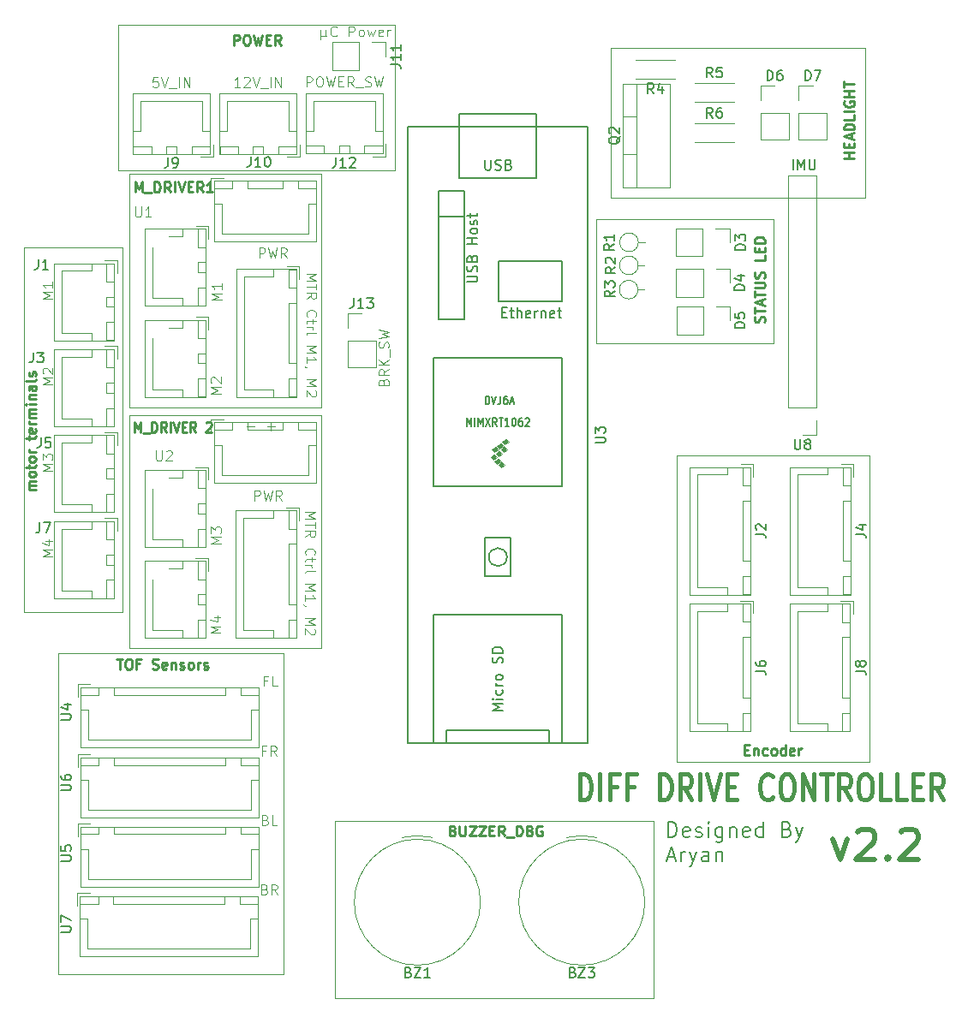
<source format=gbr>
%TF.GenerationSoftware,KiCad,Pcbnew,9.0.7-9.0.7~ubuntu22.04.1*%
%TF.CreationDate,2026-02-24T23:54:59+05:30*%
%TF.ProjectId,diff_drive_pcb,64696666-5f64-4726-9976-655f7063622e,V2.2*%
%TF.SameCoordinates,Original*%
%TF.FileFunction,Legend,Top*%
%TF.FilePolarity,Positive*%
%FSLAX46Y46*%
G04 Gerber Fmt 4.6, Leading zero omitted, Abs format (unit mm)*
G04 Created by KiCad (PCBNEW 9.0.7-9.0.7~ubuntu22.04.1) date 2026-02-24 23:54:59*
%MOMM*%
%LPD*%
G01*
G04 APERTURE LIST*
%ADD10C,0.100000*%
%ADD11C,0.400000*%
%ADD12C,0.200000*%
%ADD13C,0.250000*%
%ADD14C,0.500000*%
%ADD15C,0.225000*%
%ADD16C,0.150000*%
%ADD17C,0.120000*%
G04 APERTURE END LIST*
D10*
X136103884Y-61515752D02*
X136103884Y-62515752D01*
X136580074Y-62039561D02*
X136627693Y-62134800D01*
X136627693Y-62134800D02*
X136722931Y-62182419D01*
X136103884Y-62039561D02*
X136151503Y-62134800D01*
X136151503Y-62134800D02*
X136246741Y-62182419D01*
X136246741Y-62182419D02*
X136437217Y-62182419D01*
X136437217Y-62182419D02*
X136532455Y-62134800D01*
X136532455Y-62134800D02*
X136580074Y-62039561D01*
X136580074Y-62039561D02*
X136580074Y-61515752D01*
X137722931Y-62087180D02*
X137675312Y-62134800D01*
X137675312Y-62134800D02*
X137532455Y-62182419D01*
X137532455Y-62182419D02*
X137437217Y-62182419D01*
X137437217Y-62182419D02*
X137294360Y-62134800D01*
X137294360Y-62134800D02*
X137199122Y-62039561D01*
X137199122Y-62039561D02*
X137151503Y-61944323D01*
X137151503Y-61944323D02*
X137103884Y-61753847D01*
X137103884Y-61753847D02*
X137103884Y-61610990D01*
X137103884Y-61610990D02*
X137151503Y-61420514D01*
X137151503Y-61420514D02*
X137199122Y-61325276D01*
X137199122Y-61325276D02*
X137294360Y-61230038D01*
X137294360Y-61230038D02*
X137437217Y-61182419D01*
X137437217Y-61182419D02*
X137532455Y-61182419D01*
X137532455Y-61182419D02*
X137675312Y-61230038D01*
X137675312Y-61230038D02*
X137722931Y-61277657D01*
X138913408Y-62182419D02*
X138913408Y-61182419D01*
X138913408Y-61182419D02*
X139294360Y-61182419D01*
X139294360Y-61182419D02*
X139389598Y-61230038D01*
X139389598Y-61230038D02*
X139437217Y-61277657D01*
X139437217Y-61277657D02*
X139484836Y-61372895D01*
X139484836Y-61372895D02*
X139484836Y-61515752D01*
X139484836Y-61515752D02*
X139437217Y-61610990D01*
X139437217Y-61610990D02*
X139389598Y-61658609D01*
X139389598Y-61658609D02*
X139294360Y-61706228D01*
X139294360Y-61706228D02*
X138913408Y-61706228D01*
X140056265Y-62182419D02*
X139961027Y-62134800D01*
X139961027Y-62134800D02*
X139913408Y-62087180D01*
X139913408Y-62087180D02*
X139865789Y-61991942D01*
X139865789Y-61991942D02*
X139865789Y-61706228D01*
X139865789Y-61706228D02*
X139913408Y-61610990D01*
X139913408Y-61610990D02*
X139961027Y-61563371D01*
X139961027Y-61563371D02*
X140056265Y-61515752D01*
X140056265Y-61515752D02*
X140199122Y-61515752D01*
X140199122Y-61515752D02*
X140294360Y-61563371D01*
X140294360Y-61563371D02*
X140341979Y-61610990D01*
X140341979Y-61610990D02*
X140389598Y-61706228D01*
X140389598Y-61706228D02*
X140389598Y-61991942D01*
X140389598Y-61991942D02*
X140341979Y-62087180D01*
X140341979Y-62087180D02*
X140294360Y-62134800D01*
X140294360Y-62134800D02*
X140199122Y-62182419D01*
X140199122Y-62182419D02*
X140056265Y-62182419D01*
X140722932Y-61515752D02*
X140913408Y-62182419D01*
X140913408Y-62182419D02*
X141103884Y-61706228D01*
X141103884Y-61706228D02*
X141294360Y-62182419D01*
X141294360Y-62182419D02*
X141484836Y-61515752D01*
X142246741Y-62134800D02*
X142151503Y-62182419D01*
X142151503Y-62182419D02*
X141961027Y-62182419D01*
X141961027Y-62182419D02*
X141865789Y-62134800D01*
X141865789Y-62134800D02*
X141818170Y-62039561D01*
X141818170Y-62039561D02*
X141818170Y-61658609D01*
X141818170Y-61658609D02*
X141865789Y-61563371D01*
X141865789Y-61563371D02*
X141961027Y-61515752D01*
X141961027Y-61515752D02*
X142151503Y-61515752D01*
X142151503Y-61515752D02*
X142246741Y-61563371D01*
X142246741Y-61563371D02*
X142294360Y-61658609D01*
X142294360Y-61658609D02*
X142294360Y-61753847D01*
X142294360Y-61753847D02*
X141818170Y-61849085D01*
X142722932Y-62182419D02*
X142722932Y-61515752D01*
X142722932Y-61706228D02*
X142770551Y-61610990D01*
X142770551Y-61610990D02*
X142818170Y-61563371D01*
X142818170Y-61563371D02*
X142913408Y-61515752D01*
X142913408Y-61515752D02*
X143008646Y-61515752D01*
D11*
X161739347Y-137673247D02*
X161739347Y-135173247D01*
X161739347Y-135173247D02*
X162215537Y-135173247D01*
X162215537Y-135173247D02*
X162501252Y-135292295D01*
X162501252Y-135292295D02*
X162691728Y-135530390D01*
X162691728Y-135530390D02*
X162786966Y-135768485D01*
X162786966Y-135768485D02*
X162882204Y-136244676D01*
X162882204Y-136244676D02*
X162882204Y-136601819D01*
X162882204Y-136601819D02*
X162786966Y-137078009D01*
X162786966Y-137078009D02*
X162691728Y-137316104D01*
X162691728Y-137316104D02*
X162501252Y-137554200D01*
X162501252Y-137554200D02*
X162215537Y-137673247D01*
X162215537Y-137673247D02*
X161739347Y-137673247D01*
X163739347Y-137673247D02*
X163739347Y-135173247D01*
X165358395Y-136363723D02*
X164691728Y-136363723D01*
X164691728Y-137673247D02*
X164691728Y-135173247D01*
X164691728Y-135173247D02*
X165644109Y-135173247D01*
X167072681Y-136363723D02*
X166406014Y-136363723D01*
X166406014Y-137673247D02*
X166406014Y-135173247D01*
X166406014Y-135173247D02*
X167358395Y-135173247D01*
X169644110Y-137673247D02*
X169644110Y-135173247D01*
X169644110Y-135173247D02*
X170120300Y-135173247D01*
X170120300Y-135173247D02*
X170406015Y-135292295D01*
X170406015Y-135292295D02*
X170596491Y-135530390D01*
X170596491Y-135530390D02*
X170691729Y-135768485D01*
X170691729Y-135768485D02*
X170786967Y-136244676D01*
X170786967Y-136244676D02*
X170786967Y-136601819D01*
X170786967Y-136601819D02*
X170691729Y-137078009D01*
X170691729Y-137078009D02*
X170596491Y-137316104D01*
X170596491Y-137316104D02*
X170406015Y-137554200D01*
X170406015Y-137554200D02*
X170120300Y-137673247D01*
X170120300Y-137673247D02*
X169644110Y-137673247D01*
X172786967Y-137673247D02*
X172120300Y-136482771D01*
X171644110Y-137673247D02*
X171644110Y-135173247D01*
X171644110Y-135173247D02*
X172406015Y-135173247D01*
X172406015Y-135173247D02*
X172596491Y-135292295D01*
X172596491Y-135292295D02*
X172691729Y-135411342D01*
X172691729Y-135411342D02*
X172786967Y-135649438D01*
X172786967Y-135649438D02*
X172786967Y-136006580D01*
X172786967Y-136006580D02*
X172691729Y-136244676D01*
X172691729Y-136244676D02*
X172596491Y-136363723D01*
X172596491Y-136363723D02*
X172406015Y-136482771D01*
X172406015Y-136482771D02*
X171644110Y-136482771D01*
X173644110Y-137673247D02*
X173644110Y-135173247D01*
X174310777Y-135173247D02*
X174977443Y-137673247D01*
X174977443Y-137673247D02*
X175644110Y-135173247D01*
X176310777Y-136363723D02*
X176977444Y-136363723D01*
X177263158Y-137673247D02*
X176310777Y-137673247D01*
X176310777Y-137673247D02*
X176310777Y-135173247D01*
X176310777Y-135173247D02*
X177263158Y-135173247D01*
X180786968Y-137435152D02*
X180691730Y-137554200D01*
X180691730Y-137554200D02*
X180406016Y-137673247D01*
X180406016Y-137673247D02*
X180215540Y-137673247D01*
X180215540Y-137673247D02*
X179929825Y-137554200D01*
X179929825Y-137554200D02*
X179739349Y-137316104D01*
X179739349Y-137316104D02*
X179644111Y-137078009D01*
X179644111Y-137078009D02*
X179548873Y-136601819D01*
X179548873Y-136601819D02*
X179548873Y-136244676D01*
X179548873Y-136244676D02*
X179644111Y-135768485D01*
X179644111Y-135768485D02*
X179739349Y-135530390D01*
X179739349Y-135530390D02*
X179929825Y-135292295D01*
X179929825Y-135292295D02*
X180215540Y-135173247D01*
X180215540Y-135173247D02*
X180406016Y-135173247D01*
X180406016Y-135173247D02*
X180691730Y-135292295D01*
X180691730Y-135292295D02*
X180786968Y-135411342D01*
X182025063Y-135173247D02*
X182406016Y-135173247D01*
X182406016Y-135173247D02*
X182596492Y-135292295D01*
X182596492Y-135292295D02*
X182786968Y-135530390D01*
X182786968Y-135530390D02*
X182882206Y-136006580D01*
X182882206Y-136006580D02*
X182882206Y-136839914D01*
X182882206Y-136839914D02*
X182786968Y-137316104D01*
X182786968Y-137316104D02*
X182596492Y-137554200D01*
X182596492Y-137554200D02*
X182406016Y-137673247D01*
X182406016Y-137673247D02*
X182025063Y-137673247D01*
X182025063Y-137673247D02*
X181834587Y-137554200D01*
X181834587Y-137554200D02*
X181644111Y-137316104D01*
X181644111Y-137316104D02*
X181548873Y-136839914D01*
X181548873Y-136839914D02*
X181548873Y-136006580D01*
X181548873Y-136006580D02*
X181644111Y-135530390D01*
X181644111Y-135530390D02*
X181834587Y-135292295D01*
X181834587Y-135292295D02*
X182025063Y-135173247D01*
X183739349Y-137673247D02*
X183739349Y-135173247D01*
X183739349Y-135173247D02*
X184882206Y-137673247D01*
X184882206Y-137673247D02*
X184882206Y-135173247D01*
X185548873Y-135173247D02*
X186691730Y-135173247D01*
X186120301Y-137673247D02*
X186120301Y-135173247D01*
X188501254Y-137673247D02*
X187834587Y-136482771D01*
X187358397Y-137673247D02*
X187358397Y-135173247D01*
X187358397Y-135173247D02*
X188120302Y-135173247D01*
X188120302Y-135173247D02*
X188310778Y-135292295D01*
X188310778Y-135292295D02*
X188406016Y-135411342D01*
X188406016Y-135411342D02*
X188501254Y-135649438D01*
X188501254Y-135649438D02*
X188501254Y-136006580D01*
X188501254Y-136006580D02*
X188406016Y-136244676D01*
X188406016Y-136244676D02*
X188310778Y-136363723D01*
X188310778Y-136363723D02*
X188120302Y-136482771D01*
X188120302Y-136482771D02*
X187358397Y-136482771D01*
X189739349Y-135173247D02*
X190120302Y-135173247D01*
X190120302Y-135173247D02*
X190310778Y-135292295D01*
X190310778Y-135292295D02*
X190501254Y-135530390D01*
X190501254Y-135530390D02*
X190596492Y-136006580D01*
X190596492Y-136006580D02*
X190596492Y-136839914D01*
X190596492Y-136839914D02*
X190501254Y-137316104D01*
X190501254Y-137316104D02*
X190310778Y-137554200D01*
X190310778Y-137554200D02*
X190120302Y-137673247D01*
X190120302Y-137673247D02*
X189739349Y-137673247D01*
X189739349Y-137673247D02*
X189548873Y-137554200D01*
X189548873Y-137554200D02*
X189358397Y-137316104D01*
X189358397Y-137316104D02*
X189263159Y-136839914D01*
X189263159Y-136839914D02*
X189263159Y-136006580D01*
X189263159Y-136006580D02*
X189358397Y-135530390D01*
X189358397Y-135530390D02*
X189548873Y-135292295D01*
X189548873Y-135292295D02*
X189739349Y-135173247D01*
X192406016Y-137673247D02*
X191453635Y-137673247D01*
X191453635Y-137673247D02*
X191453635Y-135173247D01*
X194025064Y-137673247D02*
X193072683Y-137673247D01*
X193072683Y-137673247D02*
X193072683Y-135173247D01*
X194691731Y-136363723D02*
X195358398Y-136363723D01*
X195644112Y-137673247D02*
X194691731Y-137673247D01*
X194691731Y-137673247D02*
X194691731Y-135173247D01*
X194691731Y-135173247D02*
X195644112Y-135173247D01*
X197644112Y-137673247D02*
X196977445Y-136482771D01*
X196501255Y-137673247D02*
X196501255Y-135173247D01*
X196501255Y-135173247D02*
X197263160Y-135173247D01*
X197263160Y-135173247D02*
X197453636Y-135292295D01*
X197453636Y-135292295D02*
X197548874Y-135411342D01*
X197548874Y-135411342D02*
X197644112Y-135649438D01*
X197644112Y-135649438D02*
X197644112Y-136006580D01*
X197644112Y-136006580D02*
X197548874Y-136244676D01*
X197548874Y-136244676D02*
X197453636Y-136363723D01*
X197453636Y-136363723D02*
X197263160Y-136482771D01*
X197263160Y-136482771D02*
X196501255Y-136482771D01*
D10*
X137500000Y-139780000D02*
X169010000Y-139780000D01*
X169010000Y-157310000D01*
X137500000Y-157310000D01*
X137500000Y-139780000D01*
D12*
X170488720Y-141391112D02*
X170488720Y-139891112D01*
X170488720Y-139891112D02*
X170845863Y-139891112D01*
X170845863Y-139891112D02*
X171060149Y-139962541D01*
X171060149Y-139962541D02*
X171203006Y-140105398D01*
X171203006Y-140105398D02*
X171274435Y-140248255D01*
X171274435Y-140248255D02*
X171345863Y-140533969D01*
X171345863Y-140533969D02*
X171345863Y-140748255D01*
X171345863Y-140748255D02*
X171274435Y-141033969D01*
X171274435Y-141033969D02*
X171203006Y-141176826D01*
X171203006Y-141176826D02*
X171060149Y-141319684D01*
X171060149Y-141319684D02*
X170845863Y-141391112D01*
X170845863Y-141391112D02*
X170488720Y-141391112D01*
X172560149Y-141319684D02*
X172417292Y-141391112D01*
X172417292Y-141391112D02*
X172131578Y-141391112D01*
X172131578Y-141391112D02*
X171988720Y-141319684D01*
X171988720Y-141319684D02*
X171917292Y-141176826D01*
X171917292Y-141176826D02*
X171917292Y-140605398D01*
X171917292Y-140605398D02*
X171988720Y-140462541D01*
X171988720Y-140462541D02*
X172131578Y-140391112D01*
X172131578Y-140391112D02*
X172417292Y-140391112D01*
X172417292Y-140391112D02*
X172560149Y-140462541D01*
X172560149Y-140462541D02*
X172631578Y-140605398D01*
X172631578Y-140605398D02*
X172631578Y-140748255D01*
X172631578Y-140748255D02*
X171917292Y-140891112D01*
X173203006Y-141319684D02*
X173345863Y-141391112D01*
X173345863Y-141391112D02*
X173631577Y-141391112D01*
X173631577Y-141391112D02*
X173774434Y-141319684D01*
X173774434Y-141319684D02*
X173845863Y-141176826D01*
X173845863Y-141176826D02*
X173845863Y-141105398D01*
X173845863Y-141105398D02*
X173774434Y-140962541D01*
X173774434Y-140962541D02*
X173631577Y-140891112D01*
X173631577Y-140891112D02*
X173417292Y-140891112D01*
X173417292Y-140891112D02*
X173274434Y-140819684D01*
X173274434Y-140819684D02*
X173203006Y-140676826D01*
X173203006Y-140676826D02*
X173203006Y-140605398D01*
X173203006Y-140605398D02*
X173274434Y-140462541D01*
X173274434Y-140462541D02*
X173417292Y-140391112D01*
X173417292Y-140391112D02*
X173631577Y-140391112D01*
X173631577Y-140391112D02*
X173774434Y-140462541D01*
X174488720Y-141391112D02*
X174488720Y-140391112D01*
X174488720Y-139891112D02*
X174417292Y-139962541D01*
X174417292Y-139962541D02*
X174488720Y-140033969D01*
X174488720Y-140033969D02*
X174560149Y-139962541D01*
X174560149Y-139962541D02*
X174488720Y-139891112D01*
X174488720Y-139891112D02*
X174488720Y-140033969D01*
X175845864Y-140391112D02*
X175845864Y-141605398D01*
X175845864Y-141605398D02*
X175774435Y-141748255D01*
X175774435Y-141748255D02*
X175703006Y-141819684D01*
X175703006Y-141819684D02*
X175560149Y-141891112D01*
X175560149Y-141891112D02*
X175345864Y-141891112D01*
X175345864Y-141891112D02*
X175203006Y-141819684D01*
X175845864Y-141319684D02*
X175703006Y-141391112D01*
X175703006Y-141391112D02*
X175417292Y-141391112D01*
X175417292Y-141391112D02*
X175274435Y-141319684D01*
X175274435Y-141319684D02*
X175203006Y-141248255D01*
X175203006Y-141248255D02*
X175131578Y-141105398D01*
X175131578Y-141105398D02*
X175131578Y-140676826D01*
X175131578Y-140676826D02*
X175203006Y-140533969D01*
X175203006Y-140533969D02*
X175274435Y-140462541D01*
X175274435Y-140462541D02*
X175417292Y-140391112D01*
X175417292Y-140391112D02*
X175703006Y-140391112D01*
X175703006Y-140391112D02*
X175845864Y-140462541D01*
X176560149Y-140391112D02*
X176560149Y-141391112D01*
X176560149Y-140533969D02*
X176631578Y-140462541D01*
X176631578Y-140462541D02*
X176774435Y-140391112D01*
X176774435Y-140391112D02*
X176988721Y-140391112D01*
X176988721Y-140391112D02*
X177131578Y-140462541D01*
X177131578Y-140462541D02*
X177203007Y-140605398D01*
X177203007Y-140605398D02*
X177203007Y-141391112D01*
X178488721Y-141319684D02*
X178345864Y-141391112D01*
X178345864Y-141391112D02*
X178060150Y-141391112D01*
X178060150Y-141391112D02*
X177917292Y-141319684D01*
X177917292Y-141319684D02*
X177845864Y-141176826D01*
X177845864Y-141176826D02*
X177845864Y-140605398D01*
X177845864Y-140605398D02*
X177917292Y-140462541D01*
X177917292Y-140462541D02*
X178060150Y-140391112D01*
X178060150Y-140391112D02*
X178345864Y-140391112D01*
X178345864Y-140391112D02*
X178488721Y-140462541D01*
X178488721Y-140462541D02*
X178560150Y-140605398D01*
X178560150Y-140605398D02*
X178560150Y-140748255D01*
X178560150Y-140748255D02*
X177845864Y-140891112D01*
X179845864Y-141391112D02*
X179845864Y-139891112D01*
X179845864Y-141319684D02*
X179703006Y-141391112D01*
X179703006Y-141391112D02*
X179417292Y-141391112D01*
X179417292Y-141391112D02*
X179274435Y-141319684D01*
X179274435Y-141319684D02*
X179203006Y-141248255D01*
X179203006Y-141248255D02*
X179131578Y-141105398D01*
X179131578Y-141105398D02*
X179131578Y-140676826D01*
X179131578Y-140676826D02*
X179203006Y-140533969D01*
X179203006Y-140533969D02*
X179274435Y-140462541D01*
X179274435Y-140462541D02*
X179417292Y-140391112D01*
X179417292Y-140391112D02*
X179703006Y-140391112D01*
X179703006Y-140391112D02*
X179845864Y-140462541D01*
X182203006Y-140605398D02*
X182417292Y-140676826D01*
X182417292Y-140676826D02*
X182488721Y-140748255D01*
X182488721Y-140748255D02*
X182560149Y-140891112D01*
X182560149Y-140891112D02*
X182560149Y-141105398D01*
X182560149Y-141105398D02*
X182488721Y-141248255D01*
X182488721Y-141248255D02*
X182417292Y-141319684D01*
X182417292Y-141319684D02*
X182274435Y-141391112D01*
X182274435Y-141391112D02*
X181703006Y-141391112D01*
X181703006Y-141391112D02*
X181703006Y-139891112D01*
X181703006Y-139891112D02*
X182203006Y-139891112D01*
X182203006Y-139891112D02*
X182345864Y-139962541D01*
X182345864Y-139962541D02*
X182417292Y-140033969D01*
X182417292Y-140033969D02*
X182488721Y-140176826D01*
X182488721Y-140176826D02*
X182488721Y-140319684D01*
X182488721Y-140319684D02*
X182417292Y-140462541D01*
X182417292Y-140462541D02*
X182345864Y-140533969D01*
X182345864Y-140533969D02*
X182203006Y-140605398D01*
X182203006Y-140605398D02*
X181703006Y-140605398D01*
X183060149Y-140391112D02*
X183417292Y-141391112D01*
X183774435Y-140391112D02*
X183417292Y-141391112D01*
X183417292Y-141391112D02*
X183274435Y-141748255D01*
X183274435Y-141748255D02*
X183203006Y-141819684D01*
X183203006Y-141819684D02*
X183060149Y-141891112D01*
X170417292Y-143377457D02*
X171131578Y-143377457D01*
X170274435Y-143806028D02*
X170774435Y-142306028D01*
X170774435Y-142306028D02*
X171274435Y-143806028D01*
X171774434Y-143806028D02*
X171774434Y-142806028D01*
X171774434Y-143091742D02*
X171845863Y-142948885D01*
X171845863Y-142948885D02*
X171917292Y-142877457D01*
X171917292Y-142877457D02*
X172060149Y-142806028D01*
X172060149Y-142806028D02*
X172203006Y-142806028D01*
X172560148Y-142806028D02*
X172917291Y-143806028D01*
X173274434Y-142806028D02*
X172917291Y-143806028D01*
X172917291Y-143806028D02*
X172774434Y-144163171D01*
X172774434Y-144163171D02*
X172703005Y-144234600D01*
X172703005Y-144234600D02*
X172560148Y-144306028D01*
X174488720Y-143806028D02*
X174488720Y-143020314D01*
X174488720Y-143020314D02*
X174417291Y-142877457D01*
X174417291Y-142877457D02*
X174274434Y-142806028D01*
X174274434Y-142806028D02*
X173988720Y-142806028D01*
X173988720Y-142806028D02*
X173845862Y-142877457D01*
X174488720Y-143734600D02*
X174345862Y-143806028D01*
X174345862Y-143806028D02*
X173988720Y-143806028D01*
X173988720Y-143806028D02*
X173845862Y-143734600D01*
X173845862Y-143734600D02*
X173774434Y-143591742D01*
X173774434Y-143591742D02*
X173774434Y-143448885D01*
X173774434Y-143448885D02*
X173845862Y-143306028D01*
X173845862Y-143306028D02*
X173988720Y-143234600D01*
X173988720Y-143234600D02*
X174345862Y-143234600D01*
X174345862Y-143234600D02*
X174488720Y-143163171D01*
X175203005Y-142806028D02*
X175203005Y-143806028D01*
X175203005Y-142948885D02*
X175274434Y-142877457D01*
X175274434Y-142877457D02*
X175417291Y-142806028D01*
X175417291Y-142806028D02*
X175631577Y-142806028D01*
X175631577Y-142806028D02*
X175774434Y-142877457D01*
X175774434Y-142877457D02*
X175845863Y-143020314D01*
X175845863Y-143020314D02*
X175845863Y-143806028D01*
D10*
X106760000Y-83090000D02*
X116510000Y-83090000D01*
X116510000Y-119090000D01*
X106760000Y-119090000D01*
X106760000Y-83090000D01*
X163395000Y-80310000D02*
X180895000Y-80310000D01*
X180895000Y-92560000D01*
X163395000Y-92560000D01*
X163395000Y-80310000D01*
D12*
X182799673Y-75367219D02*
X182799673Y-74367219D01*
X183275863Y-75367219D02*
X183275863Y-74367219D01*
X183275863Y-74367219D02*
X183609196Y-75081504D01*
X183609196Y-75081504D02*
X183942529Y-74367219D01*
X183942529Y-74367219D02*
X183942529Y-75367219D01*
X184418720Y-74367219D02*
X184418720Y-75176742D01*
X184418720Y-75176742D02*
X184466339Y-75271980D01*
X184466339Y-75271980D02*
X184513958Y-75319600D01*
X184513958Y-75319600D02*
X184609196Y-75367219D01*
X184609196Y-75367219D02*
X184799672Y-75367219D01*
X184799672Y-75367219D02*
X184894910Y-75319600D01*
X184894910Y-75319600D02*
X184942529Y-75271980D01*
X184942529Y-75271980D02*
X184990148Y-75176742D01*
X184990148Y-75176742D02*
X184990148Y-74367219D01*
D10*
X130825217Y-125925609D02*
X130491884Y-125925609D01*
X130491884Y-126449419D02*
X130491884Y-125449419D01*
X130491884Y-125449419D02*
X130968074Y-125449419D01*
X131825217Y-126449419D02*
X131349027Y-126449419D01*
X131349027Y-126449419D02*
X131349027Y-125449419D01*
D13*
X188864619Y-74217431D02*
X187864619Y-74217431D01*
X188340809Y-74217431D02*
X188340809Y-73646003D01*
X188864619Y-73646003D02*
X187864619Y-73646003D01*
X188340809Y-73169812D02*
X188340809Y-72836479D01*
X188864619Y-72693622D02*
X188864619Y-73169812D01*
X188864619Y-73169812D02*
X187864619Y-73169812D01*
X187864619Y-73169812D02*
X187864619Y-72693622D01*
X188578904Y-72312669D02*
X188578904Y-71836479D01*
X188864619Y-72407907D02*
X187864619Y-72074574D01*
X187864619Y-72074574D02*
X188864619Y-71741241D01*
X188864619Y-71407907D02*
X187864619Y-71407907D01*
X187864619Y-71407907D02*
X187864619Y-71169812D01*
X187864619Y-71169812D02*
X187912238Y-71026955D01*
X187912238Y-71026955D02*
X188007476Y-70931717D01*
X188007476Y-70931717D02*
X188102714Y-70884098D01*
X188102714Y-70884098D02*
X188293190Y-70836479D01*
X188293190Y-70836479D02*
X188436047Y-70836479D01*
X188436047Y-70836479D02*
X188626523Y-70884098D01*
X188626523Y-70884098D02*
X188721761Y-70931717D01*
X188721761Y-70931717D02*
X188817000Y-71026955D01*
X188817000Y-71026955D02*
X188864619Y-71169812D01*
X188864619Y-71169812D02*
X188864619Y-71407907D01*
X188864619Y-69931717D02*
X188864619Y-70407907D01*
X188864619Y-70407907D02*
X187864619Y-70407907D01*
X188864619Y-69598383D02*
X187864619Y-69598383D01*
X187912238Y-68598384D02*
X187864619Y-68693622D01*
X187864619Y-68693622D02*
X187864619Y-68836479D01*
X187864619Y-68836479D02*
X187912238Y-68979336D01*
X187912238Y-68979336D02*
X188007476Y-69074574D01*
X188007476Y-69074574D02*
X188102714Y-69122193D01*
X188102714Y-69122193D02*
X188293190Y-69169812D01*
X188293190Y-69169812D02*
X188436047Y-69169812D01*
X188436047Y-69169812D02*
X188626523Y-69122193D01*
X188626523Y-69122193D02*
X188721761Y-69074574D01*
X188721761Y-69074574D02*
X188817000Y-68979336D01*
X188817000Y-68979336D02*
X188864619Y-68836479D01*
X188864619Y-68836479D02*
X188864619Y-68741241D01*
X188864619Y-68741241D02*
X188817000Y-68598384D01*
X188817000Y-68598384D02*
X188769380Y-68550765D01*
X188769380Y-68550765D02*
X188436047Y-68550765D01*
X188436047Y-68550765D02*
X188436047Y-68741241D01*
X188864619Y-68122193D02*
X187864619Y-68122193D01*
X188340809Y-68122193D02*
X188340809Y-67550765D01*
X188864619Y-67550765D02*
X187864619Y-67550765D01*
X187864619Y-67217431D02*
X187864619Y-66646003D01*
X188864619Y-66931717D02*
X187864619Y-66931717D01*
D10*
X130657217Y-139688609D02*
X130800074Y-139736228D01*
X130800074Y-139736228D02*
X130847693Y-139783847D01*
X130847693Y-139783847D02*
X130895312Y-139879085D01*
X130895312Y-139879085D02*
X130895312Y-140021942D01*
X130895312Y-140021942D02*
X130847693Y-140117180D01*
X130847693Y-140117180D02*
X130800074Y-140164800D01*
X130800074Y-140164800D02*
X130704836Y-140212419D01*
X130704836Y-140212419D02*
X130323884Y-140212419D01*
X130323884Y-140212419D02*
X130323884Y-139212419D01*
X130323884Y-139212419D02*
X130657217Y-139212419D01*
X130657217Y-139212419D02*
X130752455Y-139260038D01*
X130752455Y-139260038D02*
X130800074Y-139307657D01*
X130800074Y-139307657D02*
X130847693Y-139402895D01*
X130847693Y-139402895D02*
X130847693Y-139498133D01*
X130847693Y-139498133D02*
X130800074Y-139593371D01*
X130800074Y-139593371D02*
X130752455Y-139640990D01*
X130752455Y-139640990D02*
X130657217Y-139688609D01*
X130657217Y-139688609D02*
X130323884Y-139688609D01*
X131800074Y-140212419D02*
X131323884Y-140212419D01*
X131323884Y-140212419D02*
X131323884Y-139212419D01*
X130587217Y-146548609D02*
X130730074Y-146596228D01*
X130730074Y-146596228D02*
X130777693Y-146643847D01*
X130777693Y-146643847D02*
X130825312Y-146739085D01*
X130825312Y-146739085D02*
X130825312Y-146881942D01*
X130825312Y-146881942D02*
X130777693Y-146977180D01*
X130777693Y-146977180D02*
X130730074Y-147024800D01*
X130730074Y-147024800D02*
X130634836Y-147072419D01*
X130634836Y-147072419D02*
X130253884Y-147072419D01*
X130253884Y-147072419D02*
X130253884Y-146072419D01*
X130253884Y-146072419D02*
X130587217Y-146072419D01*
X130587217Y-146072419D02*
X130682455Y-146120038D01*
X130682455Y-146120038D02*
X130730074Y-146167657D01*
X130730074Y-146167657D02*
X130777693Y-146262895D01*
X130777693Y-146262895D02*
X130777693Y-146358133D01*
X130777693Y-146358133D02*
X130730074Y-146453371D01*
X130730074Y-146453371D02*
X130682455Y-146500990D01*
X130682455Y-146500990D02*
X130587217Y-146548609D01*
X130587217Y-146548609D02*
X130253884Y-146548609D01*
X131825312Y-147072419D02*
X131491979Y-146596228D01*
X131253884Y-147072419D02*
X131253884Y-146072419D01*
X131253884Y-146072419D02*
X131634836Y-146072419D01*
X131634836Y-146072419D02*
X131730074Y-146120038D01*
X131730074Y-146120038D02*
X131777693Y-146167657D01*
X131777693Y-146167657D02*
X131825312Y-146262895D01*
X131825312Y-146262895D02*
X131825312Y-146405752D01*
X131825312Y-146405752D02*
X131777693Y-146500990D01*
X131777693Y-146500990D02*
X131730074Y-146548609D01*
X131730074Y-146548609D02*
X131634836Y-146596228D01*
X131634836Y-146596228D02*
X131253884Y-146596228D01*
X130657217Y-132838609D02*
X130323884Y-132838609D01*
X130323884Y-133362419D02*
X130323884Y-132362419D01*
X130323884Y-132362419D02*
X130800074Y-132362419D01*
X131752455Y-133362419D02*
X131419122Y-132886228D01*
X131181027Y-133362419D02*
X131181027Y-132362419D01*
X131181027Y-132362419D02*
X131561979Y-132362419D01*
X131561979Y-132362419D02*
X131657217Y-132410038D01*
X131657217Y-132410038D02*
X131704836Y-132457657D01*
X131704836Y-132457657D02*
X131752455Y-132552895D01*
X131752455Y-132552895D02*
X131752455Y-132695752D01*
X131752455Y-132695752D02*
X131704836Y-132790990D01*
X131704836Y-132790990D02*
X131657217Y-132838609D01*
X131657217Y-132838609D02*
X131561979Y-132886228D01*
X131561979Y-132886228D02*
X131181027Y-132886228D01*
D13*
X179962000Y-90455050D02*
X180009619Y-90312193D01*
X180009619Y-90312193D02*
X180009619Y-90074098D01*
X180009619Y-90074098D02*
X179962000Y-89978860D01*
X179962000Y-89978860D02*
X179914380Y-89931241D01*
X179914380Y-89931241D02*
X179819142Y-89883622D01*
X179819142Y-89883622D02*
X179723904Y-89883622D01*
X179723904Y-89883622D02*
X179628666Y-89931241D01*
X179628666Y-89931241D02*
X179581047Y-89978860D01*
X179581047Y-89978860D02*
X179533428Y-90074098D01*
X179533428Y-90074098D02*
X179485809Y-90264574D01*
X179485809Y-90264574D02*
X179438190Y-90359812D01*
X179438190Y-90359812D02*
X179390571Y-90407431D01*
X179390571Y-90407431D02*
X179295333Y-90455050D01*
X179295333Y-90455050D02*
X179200095Y-90455050D01*
X179200095Y-90455050D02*
X179104857Y-90407431D01*
X179104857Y-90407431D02*
X179057238Y-90359812D01*
X179057238Y-90359812D02*
X179009619Y-90264574D01*
X179009619Y-90264574D02*
X179009619Y-90026479D01*
X179009619Y-90026479D02*
X179057238Y-89883622D01*
X179009619Y-89597907D02*
X179009619Y-89026479D01*
X180009619Y-89312193D02*
X179009619Y-89312193D01*
X179723904Y-88740764D02*
X179723904Y-88264574D01*
X180009619Y-88836002D02*
X179009619Y-88502669D01*
X179009619Y-88502669D02*
X180009619Y-88169336D01*
X179009619Y-87978859D02*
X179009619Y-87407431D01*
X180009619Y-87693145D02*
X179009619Y-87693145D01*
X179009619Y-87074097D02*
X179819142Y-87074097D01*
X179819142Y-87074097D02*
X179914380Y-87026478D01*
X179914380Y-87026478D02*
X179962000Y-86978859D01*
X179962000Y-86978859D02*
X180009619Y-86883621D01*
X180009619Y-86883621D02*
X180009619Y-86693145D01*
X180009619Y-86693145D02*
X179962000Y-86597907D01*
X179962000Y-86597907D02*
X179914380Y-86550288D01*
X179914380Y-86550288D02*
X179819142Y-86502669D01*
X179819142Y-86502669D02*
X179009619Y-86502669D01*
X179962000Y-86074097D02*
X180009619Y-85931240D01*
X180009619Y-85931240D02*
X180009619Y-85693145D01*
X180009619Y-85693145D02*
X179962000Y-85597907D01*
X179962000Y-85597907D02*
X179914380Y-85550288D01*
X179914380Y-85550288D02*
X179819142Y-85502669D01*
X179819142Y-85502669D02*
X179723904Y-85502669D01*
X179723904Y-85502669D02*
X179628666Y-85550288D01*
X179628666Y-85550288D02*
X179581047Y-85597907D01*
X179581047Y-85597907D02*
X179533428Y-85693145D01*
X179533428Y-85693145D02*
X179485809Y-85883621D01*
X179485809Y-85883621D02*
X179438190Y-85978859D01*
X179438190Y-85978859D02*
X179390571Y-86026478D01*
X179390571Y-86026478D02*
X179295333Y-86074097D01*
X179295333Y-86074097D02*
X179200095Y-86074097D01*
X179200095Y-86074097D02*
X179104857Y-86026478D01*
X179104857Y-86026478D02*
X179057238Y-85978859D01*
X179057238Y-85978859D02*
X179009619Y-85883621D01*
X179009619Y-85883621D02*
X179009619Y-85645526D01*
X179009619Y-85645526D02*
X179057238Y-85502669D01*
X180009619Y-83836002D02*
X180009619Y-84312192D01*
X180009619Y-84312192D02*
X179009619Y-84312192D01*
X179485809Y-83502668D02*
X179485809Y-83169335D01*
X180009619Y-83026478D02*
X180009619Y-83502668D01*
X180009619Y-83502668D02*
X179009619Y-83502668D01*
X179009619Y-83502668D02*
X179009619Y-83026478D01*
X180009619Y-82597906D02*
X179009619Y-82597906D01*
X179009619Y-82597906D02*
X179009619Y-82359811D01*
X179009619Y-82359811D02*
X179057238Y-82216954D01*
X179057238Y-82216954D02*
X179152476Y-82121716D01*
X179152476Y-82121716D02*
X179247714Y-82074097D01*
X179247714Y-82074097D02*
X179438190Y-82026478D01*
X179438190Y-82026478D02*
X179581047Y-82026478D01*
X179581047Y-82026478D02*
X179771523Y-82074097D01*
X179771523Y-82074097D02*
X179866761Y-82121716D01*
X179866761Y-82121716D02*
X179962000Y-82216954D01*
X179962000Y-82216954D02*
X180009619Y-82359811D01*
X180009619Y-82359811D02*
X180009619Y-82597906D01*
D10*
X109622419Y-88136115D02*
X108622419Y-88136115D01*
X108622419Y-88136115D02*
X109336704Y-87802782D01*
X109336704Y-87802782D02*
X108622419Y-87469449D01*
X108622419Y-87469449D02*
X109622419Y-87469449D01*
X109622419Y-86469449D02*
X109622419Y-87040877D01*
X109622419Y-86755163D02*
X108622419Y-86755163D01*
X108622419Y-86755163D02*
X108765276Y-86850401D01*
X108765276Y-86850401D02*
X108860514Y-86945639D01*
X108860514Y-86945639D02*
X108908133Y-87040877D01*
D14*
X186757518Y-141606857D02*
X187471804Y-143606857D01*
X187471804Y-143606857D02*
X188186089Y-141606857D01*
X189186089Y-140892571D02*
X189328946Y-140749714D01*
X189328946Y-140749714D02*
X189614661Y-140606857D01*
X189614661Y-140606857D02*
X190328946Y-140606857D01*
X190328946Y-140606857D02*
X190614661Y-140749714D01*
X190614661Y-140749714D02*
X190757518Y-140892571D01*
X190757518Y-140892571D02*
X190900375Y-141178285D01*
X190900375Y-141178285D02*
X190900375Y-141464000D01*
X190900375Y-141464000D02*
X190757518Y-141892571D01*
X190757518Y-141892571D02*
X189043232Y-143606857D01*
X189043232Y-143606857D02*
X190900375Y-143606857D01*
X192186089Y-143321142D02*
X192328946Y-143464000D01*
X192328946Y-143464000D02*
X192186089Y-143606857D01*
X192186089Y-143606857D02*
X192043232Y-143464000D01*
X192043232Y-143464000D02*
X192186089Y-143321142D01*
X192186089Y-143321142D02*
X192186089Y-143606857D01*
X193471803Y-140892571D02*
X193614660Y-140749714D01*
X193614660Y-140749714D02*
X193900375Y-140606857D01*
X193900375Y-140606857D02*
X194614660Y-140606857D01*
X194614660Y-140606857D02*
X194900375Y-140749714D01*
X194900375Y-140749714D02*
X195043232Y-140892571D01*
X195043232Y-140892571D02*
X195186089Y-141178285D01*
X195186089Y-141178285D02*
X195186089Y-141464000D01*
X195186089Y-141464000D02*
X195043232Y-141892571D01*
X195043232Y-141892571D02*
X193328946Y-143606857D01*
X193328946Y-143606857D02*
X195186089Y-143606857D01*
D10*
X120040074Y-66232419D02*
X119563884Y-66232419D01*
X119563884Y-66232419D02*
X119516265Y-66708609D01*
X119516265Y-66708609D02*
X119563884Y-66660990D01*
X119563884Y-66660990D02*
X119659122Y-66613371D01*
X119659122Y-66613371D02*
X119897217Y-66613371D01*
X119897217Y-66613371D02*
X119992455Y-66660990D01*
X119992455Y-66660990D02*
X120040074Y-66708609D01*
X120040074Y-66708609D02*
X120087693Y-66803847D01*
X120087693Y-66803847D02*
X120087693Y-67041942D01*
X120087693Y-67041942D02*
X120040074Y-67137180D01*
X120040074Y-67137180D02*
X119992455Y-67184800D01*
X119992455Y-67184800D02*
X119897217Y-67232419D01*
X119897217Y-67232419D02*
X119659122Y-67232419D01*
X119659122Y-67232419D02*
X119563884Y-67184800D01*
X119563884Y-67184800D02*
X119516265Y-67137180D01*
X120373408Y-66232419D02*
X120706741Y-67232419D01*
X120706741Y-67232419D02*
X121040074Y-66232419D01*
X121135313Y-67327657D02*
X121897217Y-67327657D01*
X122135313Y-67232419D02*
X122135313Y-66232419D01*
X122611503Y-67232419D02*
X122611503Y-66232419D01*
X122611503Y-66232419D02*
X123182931Y-67232419D01*
X123182931Y-67232419D02*
X123182931Y-66232419D01*
D13*
X115969711Y-123774619D02*
X116541139Y-123774619D01*
X116255425Y-124774619D02*
X116255425Y-123774619D01*
X117064949Y-123774619D02*
X117255425Y-123774619D01*
X117255425Y-123774619D02*
X117350663Y-123822238D01*
X117350663Y-123822238D02*
X117445901Y-123917476D01*
X117445901Y-123917476D02*
X117493520Y-124107952D01*
X117493520Y-124107952D02*
X117493520Y-124441285D01*
X117493520Y-124441285D02*
X117445901Y-124631761D01*
X117445901Y-124631761D02*
X117350663Y-124727000D01*
X117350663Y-124727000D02*
X117255425Y-124774619D01*
X117255425Y-124774619D02*
X117064949Y-124774619D01*
X117064949Y-124774619D02*
X116969711Y-124727000D01*
X116969711Y-124727000D02*
X116874473Y-124631761D01*
X116874473Y-124631761D02*
X116826854Y-124441285D01*
X116826854Y-124441285D02*
X116826854Y-124107952D01*
X116826854Y-124107952D02*
X116874473Y-123917476D01*
X116874473Y-123917476D02*
X116969711Y-123822238D01*
X116969711Y-123822238D02*
X117064949Y-123774619D01*
X118255425Y-124250809D02*
X117922092Y-124250809D01*
X117922092Y-124774619D02*
X117922092Y-123774619D01*
X117922092Y-123774619D02*
X118398282Y-123774619D01*
X119493521Y-124727000D02*
X119636378Y-124774619D01*
X119636378Y-124774619D02*
X119874473Y-124774619D01*
X119874473Y-124774619D02*
X119969711Y-124727000D01*
X119969711Y-124727000D02*
X120017330Y-124679380D01*
X120017330Y-124679380D02*
X120064949Y-124584142D01*
X120064949Y-124584142D02*
X120064949Y-124488904D01*
X120064949Y-124488904D02*
X120017330Y-124393666D01*
X120017330Y-124393666D02*
X119969711Y-124346047D01*
X119969711Y-124346047D02*
X119874473Y-124298428D01*
X119874473Y-124298428D02*
X119683997Y-124250809D01*
X119683997Y-124250809D02*
X119588759Y-124203190D01*
X119588759Y-124203190D02*
X119541140Y-124155571D01*
X119541140Y-124155571D02*
X119493521Y-124060333D01*
X119493521Y-124060333D02*
X119493521Y-123965095D01*
X119493521Y-123965095D02*
X119541140Y-123869857D01*
X119541140Y-123869857D02*
X119588759Y-123822238D01*
X119588759Y-123822238D02*
X119683997Y-123774619D01*
X119683997Y-123774619D02*
X119922092Y-123774619D01*
X119922092Y-123774619D02*
X120064949Y-123822238D01*
X120874473Y-124727000D02*
X120779235Y-124774619D01*
X120779235Y-124774619D02*
X120588759Y-124774619D01*
X120588759Y-124774619D02*
X120493521Y-124727000D01*
X120493521Y-124727000D02*
X120445902Y-124631761D01*
X120445902Y-124631761D02*
X120445902Y-124250809D01*
X120445902Y-124250809D02*
X120493521Y-124155571D01*
X120493521Y-124155571D02*
X120588759Y-124107952D01*
X120588759Y-124107952D02*
X120779235Y-124107952D01*
X120779235Y-124107952D02*
X120874473Y-124155571D01*
X120874473Y-124155571D02*
X120922092Y-124250809D01*
X120922092Y-124250809D02*
X120922092Y-124346047D01*
X120922092Y-124346047D02*
X120445902Y-124441285D01*
X121350664Y-124107952D02*
X121350664Y-124774619D01*
X121350664Y-124203190D02*
X121398283Y-124155571D01*
X121398283Y-124155571D02*
X121493521Y-124107952D01*
X121493521Y-124107952D02*
X121636378Y-124107952D01*
X121636378Y-124107952D02*
X121731616Y-124155571D01*
X121731616Y-124155571D02*
X121779235Y-124250809D01*
X121779235Y-124250809D02*
X121779235Y-124774619D01*
X122207807Y-124727000D02*
X122303045Y-124774619D01*
X122303045Y-124774619D02*
X122493521Y-124774619D01*
X122493521Y-124774619D02*
X122588759Y-124727000D01*
X122588759Y-124727000D02*
X122636378Y-124631761D01*
X122636378Y-124631761D02*
X122636378Y-124584142D01*
X122636378Y-124584142D02*
X122588759Y-124488904D01*
X122588759Y-124488904D02*
X122493521Y-124441285D01*
X122493521Y-124441285D02*
X122350664Y-124441285D01*
X122350664Y-124441285D02*
X122255426Y-124393666D01*
X122255426Y-124393666D02*
X122207807Y-124298428D01*
X122207807Y-124298428D02*
X122207807Y-124250809D01*
X122207807Y-124250809D02*
X122255426Y-124155571D01*
X122255426Y-124155571D02*
X122350664Y-124107952D01*
X122350664Y-124107952D02*
X122493521Y-124107952D01*
X122493521Y-124107952D02*
X122588759Y-124155571D01*
X123207807Y-124774619D02*
X123112569Y-124727000D01*
X123112569Y-124727000D02*
X123064950Y-124679380D01*
X123064950Y-124679380D02*
X123017331Y-124584142D01*
X123017331Y-124584142D02*
X123017331Y-124298428D01*
X123017331Y-124298428D02*
X123064950Y-124203190D01*
X123064950Y-124203190D02*
X123112569Y-124155571D01*
X123112569Y-124155571D02*
X123207807Y-124107952D01*
X123207807Y-124107952D02*
X123350664Y-124107952D01*
X123350664Y-124107952D02*
X123445902Y-124155571D01*
X123445902Y-124155571D02*
X123493521Y-124203190D01*
X123493521Y-124203190D02*
X123541140Y-124298428D01*
X123541140Y-124298428D02*
X123541140Y-124584142D01*
X123541140Y-124584142D02*
X123493521Y-124679380D01*
X123493521Y-124679380D02*
X123445902Y-124727000D01*
X123445902Y-124727000D02*
X123350664Y-124774619D01*
X123350664Y-124774619D02*
X123207807Y-124774619D01*
X123969712Y-124774619D02*
X123969712Y-124107952D01*
X123969712Y-124298428D02*
X124017331Y-124203190D01*
X124017331Y-124203190D02*
X124064950Y-124155571D01*
X124064950Y-124155571D02*
X124160188Y-124107952D01*
X124160188Y-124107952D02*
X124255426Y-124107952D01*
X124541141Y-124727000D02*
X124636379Y-124774619D01*
X124636379Y-124774619D02*
X124826855Y-124774619D01*
X124826855Y-124774619D02*
X124922093Y-124727000D01*
X124922093Y-124727000D02*
X124969712Y-124631761D01*
X124969712Y-124631761D02*
X124969712Y-124584142D01*
X124969712Y-124584142D02*
X124922093Y-124488904D01*
X124922093Y-124488904D02*
X124826855Y-124441285D01*
X124826855Y-124441285D02*
X124683998Y-124441285D01*
X124683998Y-124441285D02*
X124588760Y-124393666D01*
X124588760Y-124393666D02*
X124541141Y-124298428D01*
X124541141Y-124298428D02*
X124541141Y-124250809D01*
X124541141Y-124250809D02*
X124588760Y-124155571D01*
X124588760Y-124155571D02*
X124683998Y-124107952D01*
X124683998Y-124107952D02*
X124826855Y-124107952D01*
X124826855Y-124107952D02*
X124922093Y-124155571D01*
D10*
X110160000Y-123200000D02*
X132420000Y-123200000D01*
X132420000Y-154930000D01*
X110160000Y-154930000D01*
X110160000Y-123200000D01*
D13*
X107954619Y-107037431D02*
X107287952Y-107037431D01*
X107383190Y-107037431D02*
X107335571Y-106989812D01*
X107335571Y-106989812D02*
X107287952Y-106894574D01*
X107287952Y-106894574D02*
X107287952Y-106751717D01*
X107287952Y-106751717D02*
X107335571Y-106656479D01*
X107335571Y-106656479D02*
X107430809Y-106608860D01*
X107430809Y-106608860D02*
X107954619Y-106608860D01*
X107430809Y-106608860D02*
X107335571Y-106561241D01*
X107335571Y-106561241D02*
X107287952Y-106466003D01*
X107287952Y-106466003D02*
X107287952Y-106323146D01*
X107287952Y-106323146D02*
X107335571Y-106227907D01*
X107335571Y-106227907D02*
X107430809Y-106180288D01*
X107430809Y-106180288D02*
X107954619Y-106180288D01*
X107954619Y-105561241D02*
X107907000Y-105656479D01*
X107907000Y-105656479D02*
X107859380Y-105704098D01*
X107859380Y-105704098D02*
X107764142Y-105751717D01*
X107764142Y-105751717D02*
X107478428Y-105751717D01*
X107478428Y-105751717D02*
X107383190Y-105704098D01*
X107383190Y-105704098D02*
X107335571Y-105656479D01*
X107335571Y-105656479D02*
X107287952Y-105561241D01*
X107287952Y-105561241D02*
X107287952Y-105418384D01*
X107287952Y-105418384D02*
X107335571Y-105323146D01*
X107335571Y-105323146D02*
X107383190Y-105275527D01*
X107383190Y-105275527D02*
X107478428Y-105227908D01*
X107478428Y-105227908D02*
X107764142Y-105227908D01*
X107764142Y-105227908D02*
X107859380Y-105275527D01*
X107859380Y-105275527D02*
X107907000Y-105323146D01*
X107907000Y-105323146D02*
X107954619Y-105418384D01*
X107954619Y-105418384D02*
X107954619Y-105561241D01*
X107287952Y-104942193D02*
X107287952Y-104561241D01*
X106954619Y-104799336D02*
X107811761Y-104799336D01*
X107811761Y-104799336D02*
X107907000Y-104751717D01*
X107907000Y-104751717D02*
X107954619Y-104656479D01*
X107954619Y-104656479D02*
X107954619Y-104561241D01*
X107954619Y-104085050D02*
X107907000Y-104180288D01*
X107907000Y-104180288D02*
X107859380Y-104227907D01*
X107859380Y-104227907D02*
X107764142Y-104275526D01*
X107764142Y-104275526D02*
X107478428Y-104275526D01*
X107478428Y-104275526D02*
X107383190Y-104227907D01*
X107383190Y-104227907D02*
X107335571Y-104180288D01*
X107335571Y-104180288D02*
X107287952Y-104085050D01*
X107287952Y-104085050D02*
X107287952Y-103942193D01*
X107287952Y-103942193D02*
X107335571Y-103846955D01*
X107335571Y-103846955D02*
X107383190Y-103799336D01*
X107383190Y-103799336D02*
X107478428Y-103751717D01*
X107478428Y-103751717D02*
X107764142Y-103751717D01*
X107764142Y-103751717D02*
X107859380Y-103799336D01*
X107859380Y-103799336D02*
X107907000Y-103846955D01*
X107907000Y-103846955D02*
X107954619Y-103942193D01*
X107954619Y-103942193D02*
X107954619Y-104085050D01*
X107954619Y-103323145D02*
X107287952Y-103323145D01*
X107478428Y-103323145D02*
X107383190Y-103275526D01*
X107383190Y-103275526D02*
X107335571Y-103227907D01*
X107335571Y-103227907D02*
X107287952Y-103132669D01*
X107287952Y-103132669D02*
X107287952Y-103037431D01*
X107287952Y-102085049D02*
X107287952Y-101704097D01*
X106954619Y-101942192D02*
X107811761Y-101942192D01*
X107811761Y-101942192D02*
X107907000Y-101894573D01*
X107907000Y-101894573D02*
X107954619Y-101799335D01*
X107954619Y-101799335D02*
X107954619Y-101704097D01*
X107907000Y-100989811D02*
X107954619Y-101085049D01*
X107954619Y-101085049D02*
X107954619Y-101275525D01*
X107954619Y-101275525D02*
X107907000Y-101370763D01*
X107907000Y-101370763D02*
X107811761Y-101418382D01*
X107811761Y-101418382D02*
X107430809Y-101418382D01*
X107430809Y-101418382D02*
X107335571Y-101370763D01*
X107335571Y-101370763D02*
X107287952Y-101275525D01*
X107287952Y-101275525D02*
X107287952Y-101085049D01*
X107287952Y-101085049D02*
X107335571Y-100989811D01*
X107335571Y-100989811D02*
X107430809Y-100942192D01*
X107430809Y-100942192D02*
X107526047Y-100942192D01*
X107526047Y-100942192D02*
X107621285Y-101418382D01*
X107954619Y-100513620D02*
X107287952Y-100513620D01*
X107478428Y-100513620D02*
X107383190Y-100466001D01*
X107383190Y-100466001D02*
X107335571Y-100418382D01*
X107335571Y-100418382D02*
X107287952Y-100323144D01*
X107287952Y-100323144D02*
X107287952Y-100227906D01*
X107954619Y-99894572D02*
X107287952Y-99894572D01*
X107383190Y-99894572D02*
X107335571Y-99846953D01*
X107335571Y-99846953D02*
X107287952Y-99751715D01*
X107287952Y-99751715D02*
X107287952Y-99608858D01*
X107287952Y-99608858D02*
X107335571Y-99513620D01*
X107335571Y-99513620D02*
X107430809Y-99466001D01*
X107430809Y-99466001D02*
X107954619Y-99466001D01*
X107430809Y-99466001D02*
X107335571Y-99418382D01*
X107335571Y-99418382D02*
X107287952Y-99323144D01*
X107287952Y-99323144D02*
X107287952Y-99180287D01*
X107287952Y-99180287D02*
X107335571Y-99085048D01*
X107335571Y-99085048D02*
X107430809Y-99037429D01*
X107430809Y-99037429D02*
X107954619Y-99037429D01*
X107954619Y-98561239D02*
X107287952Y-98561239D01*
X106954619Y-98561239D02*
X107002238Y-98608858D01*
X107002238Y-98608858D02*
X107049857Y-98561239D01*
X107049857Y-98561239D02*
X107002238Y-98513620D01*
X107002238Y-98513620D02*
X106954619Y-98561239D01*
X106954619Y-98561239D02*
X107049857Y-98561239D01*
X107287952Y-98085049D02*
X107954619Y-98085049D01*
X107383190Y-98085049D02*
X107335571Y-98037430D01*
X107335571Y-98037430D02*
X107287952Y-97942192D01*
X107287952Y-97942192D02*
X107287952Y-97799335D01*
X107287952Y-97799335D02*
X107335571Y-97704097D01*
X107335571Y-97704097D02*
X107430809Y-97656478D01*
X107430809Y-97656478D02*
X107954619Y-97656478D01*
X107954619Y-96751716D02*
X107430809Y-96751716D01*
X107430809Y-96751716D02*
X107335571Y-96799335D01*
X107335571Y-96799335D02*
X107287952Y-96894573D01*
X107287952Y-96894573D02*
X107287952Y-97085049D01*
X107287952Y-97085049D02*
X107335571Y-97180287D01*
X107907000Y-96751716D02*
X107954619Y-96846954D01*
X107954619Y-96846954D02*
X107954619Y-97085049D01*
X107954619Y-97085049D02*
X107907000Y-97180287D01*
X107907000Y-97180287D02*
X107811761Y-97227906D01*
X107811761Y-97227906D02*
X107716523Y-97227906D01*
X107716523Y-97227906D02*
X107621285Y-97180287D01*
X107621285Y-97180287D02*
X107573666Y-97085049D01*
X107573666Y-97085049D02*
X107573666Y-96846954D01*
X107573666Y-96846954D02*
X107526047Y-96751716D01*
X107954619Y-96132668D02*
X107907000Y-96227906D01*
X107907000Y-96227906D02*
X107811761Y-96275525D01*
X107811761Y-96275525D02*
X106954619Y-96275525D01*
X107907000Y-95799334D02*
X107954619Y-95704096D01*
X107954619Y-95704096D02*
X107954619Y-95513620D01*
X107954619Y-95513620D02*
X107907000Y-95418382D01*
X107907000Y-95418382D02*
X107811761Y-95370763D01*
X107811761Y-95370763D02*
X107764142Y-95370763D01*
X107764142Y-95370763D02*
X107668904Y-95418382D01*
X107668904Y-95418382D02*
X107621285Y-95513620D01*
X107621285Y-95513620D02*
X107621285Y-95656477D01*
X107621285Y-95656477D02*
X107573666Y-95751715D01*
X107573666Y-95751715D02*
X107478428Y-95799334D01*
X107478428Y-95799334D02*
X107430809Y-95799334D01*
X107430809Y-95799334D02*
X107335571Y-95751715D01*
X107335571Y-95751715D02*
X107287952Y-95656477D01*
X107287952Y-95656477D02*
X107287952Y-95513620D01*
X107287952Y-95513620D02*
X107335571Y-95418382D01*
X178042568Y-132750809D02*
X178375901Y-132750809D01*
X178518758Y-133274619D02*
X178042568Y-133274619D01*
X178042568Y-133274619D02*
X178042568Y-132274619D01*
X178042568Y-132274619D02*
X178518758Y-132274619D01*
X178947330Y-132607952D02*
X178947330Y-133274619D01*
X178947330Y-132703190D02*
X178994949Y-132655571D01*
X178994949Y-132655571D02*
X179090187Y-132607952D01*
X179090187Y-132607952D02*
X179233044Y-132607952D01*
X179233044Y-132607952D02*
X179328282Y-132655571D01*
X179328282Y-132655571D02*
X179375901Y-132750809D01*
X179375901Y-132750809D02*
X179375901Y-133274619D01*
X180280663Y-133227000D02*
X180185425Y-133274619D01*
X180185425Y-133274619D02*
X179994949Y-133274619D01*
X179994949Y-133274619D02*
X179899711Y-133227000D01*
X179899711Y-133227000D02*
X179852092Y-133179380D01*
X179852092Y-133179380D02*
X179804473Y-133084142D01*
X179804473Y-133084142D02*
X179804473Y-132798428D01*
X179804473Y-132798428D02*
X179852092Y-132703190D01*
X179852092Y-132703190D02*
X179899711Y-132655571D01*
X179899711Y-132655571D02*
X179994949Y-132607952D01*
X179994949Y-132607952D02*
X180185425Y-132607952D01*
X180185425Y-132607952D02*
X180280663Y-132655571D01*
X180852092Y-133274619D02*
X180756854Y-133227000D01*
X180756854Y-133227000D02*
X180709235Y-133179380D01*
X180709235Y-133179380D02*
X180661616Y-133084142D01*
X180661616Y-133084142D02*
X180661616Y-132798428D01*
X180661616Y-132798428D02*
X180709235Y-132703190D01*
X180709235Y-132703190D02*
X180756854Y-132655571D01*
X180756854Y-132655571D02*
X180852092Y-132607952D01*
X180852092Y-132607952D02*
X180994949Y-132607952D01*
X180994949Y-132607952D02*
X181090187Y-132655571D01*
X181090187Y-132655571D02*
X181137806Y-132703190D01*
X181137806Y-132703190D02*
X181185425Y-132798428D01*
X181185425Y-132798428D02*
X181185425Y-133084142D01*
X181185425Y-133084142D02*
X181137806Y-133179380D01*
X181137806Y-133179380D02*
X181090187Y-133227000D01*
X181090187Y-133227000D02*
X180994949Y-133274619D01*
X180994949Y-133274619D02*
X180852092Y-133274619D01*
X182042568Y-133274619D02*
X182042568Y-132274619D01*
X182042568Y-133227000D02*
X181947330Y-133274619D01*
X181947330Y-133274619D02*
X181756854Y-133274619D01*
X181756854Y-133274619D02*
X181661616Y-133227000D01*
X181661616Y-133227000D02*
X181613997Y-133179380D01*
X181613997Y-133179380D02*
X181566378Y-133084142D01*
X181566378Y-133084142D02*
X181566378Y-132798428D01*
X181566378Y-132798428D02*
X181613997Y-132703190D01*
X181613997Y-132703190D02*
X181661616Y-132655571D01*
X181661616Y-132655571D02*
X181756854Y-132607952D01*
X181756854Y-132607952D02*
X181947330Y-132607952D01*
X181947330Y-132607952D02*
X182042568Y-132655571D01*
X182899711Y-133227000D02*
X182804473Y-133274619D01*
X182804473Y-133274619D02*
X182613997Y-133274619D01*
X182613997Y-133274619D02*
X182518759Y-133227000D01*
X182518759Y-133227000D02*
X182471140Y-133131761D01*
X182471140Y-133131761D02*
X182471140Y-132750809D01*
X182471140Y-132750809D02*
X182518759Y-132655571D01*
X182518759Y-132655571D02*
X182613997Y-132607952D01*
X182613997Y-132607952D02*
X182804473Y-132607952D01*
X182804473Y-132607952D02*
X182899711Y-132655571D01*
X182899711Y-132655571D02*
X182947330Y-132750809D01*
X182947330Y-132750809D02*
X182947330Y-132846047D01*
X182947330Y-132846047D02*
X182471140Y-132941285D01*
X183375902Y-133274619D02*
X183375902Y-132607952D01*
X183375902Y-132798428D02*
X183423521Y-132703190D01*
X183423521Y-132703190D02*
X183471140Y-132655571D01*
X183471140Y-132655571D02*
X183566378Y-132607952D01*
X183566378Y-132607952D02*
X183661616Y-132607952D01*
D10*
X171280000Y-103600000D02*
X190360000Y-103600000D01*
X190360000Y-133960000D01*
X171280000Y-133960000D01*
X171280000Y-103600000D01*
X128818884Y-100761466D02*
X129580789Y-100761466D01*
X130818884Y-100761466D02*
X131580789Y-100761466D01*
X131199836Y-101142419D02*
X131199836Y-100380514D01*
X126232419Y-121196115D02*
X125232419Y-121196115D01*
X125232419Y-121196115D02*
X125946704Y-120862782D01*
X125946704Y-120862782D02*
X125232419Y-120529449D01*
X125232419Y-120529449D02*
X126232419Y-120529449D01*
X125565752Y-119624687D02*
X126232419Y-119624687D01*
X125184800Y-119862782D02*
X125899085Y-120100877D01*
X125899085Y-120100877D02*
X125899085Y-119481830D01*
D13*
X127532568Y-63044619D02*
X127532568Y-62044619D01*
X127532568Y-62044619D02*
X127913520Y-62044619D01*
X127913520Y-62044619D02*
X128008758Y-62092238D01*
X128008758Y-62092238D02*
X128056377Y-62139857D01*
X128056377Y-62139857D02*
X128103996Y-62235095D01*
X128103996Y-62235095D02*
X128103996Y-62377952D01*
X128103996Y-62377952D02*
X128056377Y-62473190D01*
X128056377Y-62473190D02*
X128008758Y-62520809D01*
X128008758Y-62520809D02*
X127913520Y-62568428D01*
X127913520Y-62568428D02*
X127532568Y-62568428D01*
X128723044Y-62044619D02*
X128913520Y-62044619D01*
X128913520Y-62044619D02*
X129008758Y-62092238D01*
X129008758Y-62092238D02*
X129103996Y-62187476D01*
X129103996Y-62187476D02*
X129151615Y-62377952D01*
X129151615Y-62377952D02*
X129151615Y-62711285D01*
X129151615Y-62711285D02*
X129103996Y-62901761D01*
X129103996Y-62901761D02*
X129008758Y-62997000D01*
X129008758Y-62997000D02*
X128913520Y-63044619D01*
X128913520Y-63044619D02*
X128723044Y-63044619D01*
X128723044Y-63044619D02*
X128627806Y-62997000D01*
X128627806Y-62997000D02*
X128532568Y-62901761D01*
X128532568Y-62901761D02*
X128484949Y-62711285D01*
X128484949Y-62711285D02*
X128484949Y-62377952D01*
X128484949Y-62377952D02*
X128532568Y-62187476D01*
X128532568Y-62187476D02*
X128627806Y-62092238D01*
X128627806Y-62092238D02*
X128723044Y-62044619D01*
X129484949Y-62044619D02*
X129723044Y-63044619D01*
X129723044Y-63044619D02*
X129913520Y-62330333D01*
X129913520Y-62330333D02*
X130103996Y-63044619D01*
X130103996Y-63044619D02*
X130342092Y-62044619D01*
X130723044Y-62520809D02*
X131056377Y-62520809D01*
X131199234Y-63044619D02*
X130723044Y-63044619D01*
X130723044Y-63044619D02*
X130723044Y-62044619D01*
X130723044Y-62044619D02*
X131199234Y-62044619D01*
X132199234Y-63044619D02*
X131865901Y-62568428D01*
X131627806Y-63044619D02*
X131627806Y-62044619D01*
X131627806Y-62044619D02*
X132008758Y-62044619D01*
X132008758Y-62044619D02*
X132103996Y-62092238D01*
X132103996Y-62092238D02*
X132151615Y-62139857D01*
X132151615Y-62139857D02*
X132199234Y-62235095D01*
X132199234Y-62235095D02*
X132199234Y-62377952D01*
X132199234Y-62377952D02*
X132151615Y-62473190D01*
X132151615Y-62473190D02*
X132103996Y-62520809D01*
X132103996Y-62520809D02*
X132008758Y-62568428D01*
X132008758Y-62568428D02*
X131627806Y-62568428D01*
D10*
X142348609Y-96362782D02*
X142396228Y-96219925D01*
X142396228Y-96219925D02*
X142443847Y-96172306D01*
X142443847Y-96172306D02*
X142539085Y-96124687D01*
X142539085Y-96124687D02*
X142681942Y-96124687D01*
X142681942Y-96124687D02*
X142777180Y-96172306D01*
X142777180Y-96172306D02*
X142824800Y-96219925D01*
X142824800Y-96219925D02*
X142872419Y-96315163D01*
X142872419Y-96315163D02*
X142872419Y-96696115D01*
X142872419Y-96696115D02*
X141872419Y-96696115D01*
X141872419Y-96696115D02*
X141872419Y-96362782D01*
X141872419Y-96362782D02*
X141920038Y-96267544D01*
X141920038Y-96267544D02*
X141967657Y-96219925D01*
X141967657Y-96219925D02*
X142062895Y-96172306D01*
X142062895Y-96172306D02*
X142158133Y-96172306D01*
X142158133Y-96172306D02*
X142253371Y-96219925D01*
X142253371Y-96219925D02*
X142300990Y-96267544D01*
X142300990Y-96267544D02*
X142348609Y-96362782D01*
X142348609Y-96362782D02*
X142348609Y-96696115D01*
X142872419Y-95124687D02*
X142396228Y-95458020D01*
X142872419Y-95696115D02*
X141872419Y-95696115D01*
X141872419Y-95696115D02*
X141872419Y-95315163D01*
X141872419Y-95315163D02*
X141920038Y-95219925D01*
X141920038Y-95219925D02*
X141967657Y-95172306D01*
X141967657Y-95172306D02*
X142062895Y-95124687D01*
X142062895Y-95124687D02*
X142205752Y-95124687D01*
X142205752Y-95124687D02*
X142300990Y-95172306D01*
X142300990Y-95172306D02*
X142348609Y-95219925D01*
X142348609Y-95219925D02*
X142396228Y-95315163D01*
X142396228Y-95315163D02*
X142396228Y-95696115D01*
X142872419Y-94696115D02*
X141872419Y-94696115D01*
X142872419Y-94124687D02*
X142300990Y-94553258D01*
X141872419Y-94124687D02*
X142443847Y-94696115D01*
X142967657Y-93934211D02*
X142967657Y-93172306D01*
X142824800Y-92981829D02*
X142872419Y-92838972D01*
X142872419Y-92838972D02*
X142872419Y-92600877D01*
X142872419Y-92600877D02*
X142824800Y-92505639D01*
X142824800Y-92505639D02*
X142777180Y-92458020D01*
X142777180Y-92458020D02*
X142681942Y-92410401D01*
X142681942Y-92410401D02*
X142586704Y-92410401D01*
X142586704Y-92410401D02*
X142491466Y-92458020D01*
X142491466Y-92458020D02*
X142443847Y-92505639D01*
X142443847Y-92505639D02*
X142396228Y-92600877D01*
X142396228Y-92600877D02*
X142348609Y-92791353D01*
X142348609Y-92791353D02*
X142300990Y-92886591D01*
X142300990Y-92886591D02*
X142253371Y-92934210D01*
X142253371Y-92934210D02*
X142158133Y-92981829D01*
X142158133Y-92981829D02*
X142062895Y-92981829D01*
X142062895Y-92981829D02*
X141967657Y-92934210D01*
X141967657Y-92934210D02*
X141920038Y-92886591D01*
X141920038Y-92886591D02*
X141872419Y-92791353D01*
X141872419Y-92791353D02*
X141872419Y-92553258D01*
X141872419Y-92553258D02*
X141920038Y-92410401D01*
X141872419Y-92077067D02*
X142872419Y-91838972D01*
X142872419Y-91838972D02*
X142158133Y-91648496D01*
X142158133Y-91648496D02*
X142872419Y-91458020D01*
X142872419Y-91458020D02*
X141872419Y-91219925D01*
D13*
X117782568Y-77584619D02*
X117782568Y-76584619D01*
X117782568Y-76584619D02*
X118115901Y-77298904D01*
X118115901Y-77298904D02*
X118449234Y-76584619D01*
X118449234Y-76584619D02*
X118449234Y-77584619D01*
X118687330Y-77679857D02*
X119449234Y-77679857D01*
X119687330Y-77584619D02*
X119687330Y-76584619D01*
X119687330Y-76584619D02*
X119925425Y-76584619D01*
X119925425Y-76584619D02*
X120068282Y-76632238D01*
X120068282Y-76632238D02*
X120163520Y-76727476D01*
X120163520Y-76727476D02*
X120211139Y-76822714D01*
X120211139Y-76822714D02*
X120258758Y-77013190D01*
X120258758Y-77013190D02*
X120258758Y-77156047D01*
X120258758Y-77156047D02*
X120211139Y-77346523D01*
X120211139Y-77346523D02*
X120163520Y-77441761D01*
X120163520Y-77441761D02*
X120068282Y-77537000D01*
X120068282Y-77537000D02*
X119925425Y-77584619D01*
X119925425Y-77584619D02*
X119687330Y-77584619D01*
X121258758Y-77584619D02*
X120925425Y-77108428D01*
X120687330Y-77584619D02*
X120687330Y-76584619D01*
X120687330Y-76584619D02*
X121068282Y-76584619D01*
X121068282Y-76584619D02*
X121163520Y-76632238D01*
X121163520Y-76632238D02*
X121211139Y-76679857D01*
X121211139Y-76679857D02*
X121258758Y-76775095D01*
X121258758Y-76775095D02*
X121258758Y-76917952D01*
X121258758Y-76917952D02*
X121211139Y-77013190D01*
X121211139Y-77013190D02*
X121163520Y-77060809D01*
X121163520Y-77060809D02*
X121068282Y-77108428D01*
X121068282Y-77108428D02*
X120687330Y-77108428D01*
X121687330Y-77584619D02*
X121687330Y-76584619D01*
X122020663Y-76584619D02*
X122353996Y-77584619D01*
X122353996Y-77584619D02*
X122687329Y-76584619D01*
X123020663Y-77060809D02*
X123353996Y-77060809D01*
X123496853Y-77584619D02*
X123020663Y-77584619D01*
X123020663Y-77584619D02*
X123020663Y-76584619D01*
X123020663Y-76584619D02*
X123496853Y-76584619D01*
X124496853Y-77584619D02*
X124163520Y-77108428D01*
X123925425Y-77584619D02*
X123925425Y-76584619D01*
X123925425Y-76584619D02*
X124306377Y-76584619D01*
X124306377Y-76584619D02*
X124401615Y-76632238D01*
X124401615Y-76632238D02*
X124449234Y-76679857D01*
X124449234Y-76679857D02*
X124496853Y-76775095D01*
X124496853Y-76775095D02*
X124496853Y-76917952D01*
X124496853Y-76917952D02*
X124449234Y-77013190D01*
X124449234Y-77013190D02*
X124401615Y-77060809D01*
X124401615Y-77060809D02*
X124306377Y-77108428D01*
X124306377Y-77108428D02*
X123925425Y-77108428D01*
X125449234Y-77584619D02*
X124877806Y-77584619D01*
X125163520Y-77584619D02*
X125163520Y-76584619D01*
X125163520Y-76584619D02*
X125068282Y-76727476D01*
X125068282Y-76727476D02*
X124973044Y-76822714D01*
X124973044Y-76822714D02*
X124877806Y-76870333D01*
D10*
X116140000Y-61040000D02*
X143440000Y-61040000D01*
X143440000Y-75410000D01*
X116140000Y-75410000D01*
X116140000Y-61040000D01*
X128167693Y-67192419D02*
X127596265Y-67192419D01*
X127881979Y-67192419D02*
X127881979Y-66192419D01*
X127881979Y-66192419D02*
X127786741Y-66335276D01*
X127786741Y-66335276D02*
X127691503Y-66430514D01*
X127691503Y-66430514D02*
X127596265Y-66478133D01*
X128548646Y-66287657D02*
X128596265Y-66240038D01*
X128596265Y-66240038D02*
X128691503Y-66192419D01*
X128691503Y-66192419D02*
X128929598Y-66192419D01*
X128929598Y-66192419D02*
X129024836Y-66240038D01*
X129024836Y-66240038D02*
X129072455Y-66287657D01*
X129072455Y-66287657D02*
X129120074Y-66382895D01*
X129120074Y-66382895D02*
X129120074Y-66478133D01*
X129120074Y-66478133D02*
X129072455Y-66620990D01*
X129072455Y-66620990D02*
X128501027Y-67192419D01*
X128501027Y-67192419D02*
X129120074Y-67192419D01*
X129405789Y-66192419D02*
X129739122Y-67192419D01*
X129739122Y-67192419D02*
X130072455Y-66192419D01*
X130167694Y-67287657D02*
X130929598Y-67287657D01*
X131167694Y-67192419D02*
X131167694Y-66192419D01*
X131643884Y-67192419D02*
X131643884Y-66192419D01*
X131643884Y-66192419D02*
X132215312Y-67192419D01*
X132215312Y-67192419D02*
X132215312Y-66192419D01*
X109622419Y-113636115D02*
X108622419Y-113636115D01*
X108622419Y-113636115D02*
X109336704Y-113302782D01*
X109336704Y-113302782D02*
X108622419Y-112969449D01*
X108622419Y-112969449D02*
X109622419Y-112969449D01*
X108955752Y-112064687D02*
X109622419Y-112064687D01*
X108574800Y-112302782D02*
X109289085Y-112540877D01*
X109289085Y-112540877D02*
X109289085Y-111921830D01*
X109622419Y-105136115D02*
X108622419Y-105136115D01*
X108622419Y-105136115D02*
X109336704Y-104802782D01*
X109336704Y-104802782D02*
X108622419Y-104469449D01*
X108622419Y-104469449D02*
X109622419Y-104469449D01*
X108622419Y-104088496D02*
X108622419Y-103469449D01*
X108622419Y-103469449D02*
X109003371Y-103802782D01*
X109003371Y-103802782D02*
X109003371Y-103659925D01*
X109003371Y-103659925D02*
X109050990Y-103564687D01*
X109050990Y-103564687D02*
X109098609Y-103517068D01*
X109098609Y-103517068D02*
X109193847Y-103469449D01*
X109193847Y-103469449D02*
X109431942Y-103469449D01*
X109431942Y-103469449D02*
X109527180Y-103517068D01*
X109527180Y-103517068D02*
X109574800Y-103564687D01*
X109574800Y-103564687D02*
X109622419Y-103659925D01*
X109622419Y-103659925D02*
X109622419Y-103945639D01*
X109622419Y-103945639D02*
X109574800Y-104040877D01*
X109574800Y-104040877D02*
X109527180Y-104088496D01*
X109622419Y-96636115D02*
X108622419Y-96636115D01*
X108622419Y-96636115D02*
X109336704Y-96302782D01*
X109336704Y-96302782D02*
X108622419Y-95969449D01*
X108622419Y-95969449D02*
X109622419Y-95969449D01*
X108717657Y-95540877D02*
X108670038Y-95493258D01*
X108670038Y-95493258D02*
X108622419Y-95398020D01*
X108622419Y-95398020D02*
X108622419Y-95159925D01*
X108622419Y-95159925D02*
X108670038Y-95064687D01*
X108670038Y-95064687D02*
X108717657Y-95017068D01*
X108717657Y-95017068D02*
X108812895Y-94969449D01*
X108812895Y-94969449D02*
X108908133Y-94969449D01*
X108908133Y-94969449D02*
X109050990Y-95017068D01*
X109050990Y-95017068D02*
X109622419Y-95588496D01*
X109622419Y-95588496D02*
X109622419Y-94969449D01*
D13*
X149185901Y-140740809D02*
X149328758Y-140788428D01*
X149328758Y-140788428D02*
X149376377Y-140836047D01*
X149376377Y-140836047D02*
X149423996Y-140931285D01*
X149423996Y-140931285D02*
X149423996Y-141074142D01*
X149423996Y-141074142D02*
X149376377Y-141169380D01*
X149376377Y-141169380D02*
X149328758Y-141217000D01*
X149328758Y-141217000D02*
X149233520Y-141264619D01*
X149233520Y-141264619D02*
X148852568Y-141264619D01*
X148852568Y-141264619D02*
X148852568Y-140264619D01*
X148852568Y-140264619D02*
X149185901Y-140264619D01*
X149185901Y-140264619D02*
X149281139Y-140312238D01*
X149281139Y-140312238D02*
X149328758Y-140359857D01*
X149328758Y-140359857D02*
X149376377Y-140455095D01*
X149376377Y-140455095D02*
X149376377Y-140550333D01*
X149376377Y-140550333D02*
X149328758Y-140645571D01*
X149328758Y-140645571D02*
X149281139Y-140693190D01*
X149281139Y-140693190D02*
X149185901Y-140740809D01*
X149185901Y-140740809D02*
X148852568Y-140740809D01*
X149852568Y-140264619D02*
X149852568Y-141074142D01*
X149852568Y-141074142D02*
X149900187Y-141169380D01*
X149900187Y-141169380D02*
X149947806Y-141217000D01*
X149947806Y-141217000D02*
X150043044Y-141264619D01*
X150043044Y-141264619D02*
X150233520Y-141264619D01*
X150233520Y-141264619D02*
X150328758Y-141217000D01*
X150328758Y-141217000D02*
X150376377Y-141169380D01*
X150376377Y-141169380D02*
X150423996Y-141074142D01*
X150423996Y-141074142D02*
X150423996Y-140264619D01*
X150804949Y-140264619D02*
X151471615Y-140264619D01*
X151471615Y-140264619D02*
X150804949Y-141264619D01*
X150804949Y-141264619D02*
X151471615Y-141264619D01*
X151757330Y-140264619D02*
X152423996Y-140264619D01*
X152423996Y-140264619D02*
X151757330Y-141264619D01*
X151757330Y-141264619D02*
X152423996Y-141264619D01*
X152804949Y-140740809D02*
X153138282Y-140740809D01*
X153281139Y-141264619D02*
X152804949Y-141264619D01*
X152804949Y-141264619D02*
X152804949Y-140264619D01*
X152804949Y-140264619D02*
X153281139Y-140264619D01*
X154281139Y-141264619D02*
X153947806Y-140788428D01*
X153709711Y-141264619D02*
X153709711Y-140264619D01*
X153709711Y-140264619D02*
X154090663Y-140264619D01*
X154090663Y-140264619D02*
X154185901Y-140312238D01*
X154185901Y-140312238D02*
X154233520Y-140359857D01*
X154233520Y-140359857D02*
X154281139Y-140455095D01*
X154281139Y-140455095D02*
X154281139Y-140597952D01*
X154281139Y-140597952D02*
X154233520Y-140693190D01*
X154233520Y-140693190D02*
X154185901Y-140740809D01*
X154185901Y-140740809D02*
X154090663Y-140788428D01*
X154090663Y-140788428D02*
X153709711Y-140788428D01*
X154471616Y-141359857D02*
X155233520Y-141359857D01*
X155471616Y-141264619D02*
X155471616Y-140264619D01*
X155471616Y-140264619D02*
X155709711Y-140264619D01*
X155709711Y-140264619D02*
X155852568Y-140312238D01*
X155852568Y-140312238D02*
X155947806Y-140407476D01*
X155947806Y-140407476D02*
X155995425Y-140502714D01*
X155995425Y-140502714D02*
X156043044Y-140693190D01*
X156043044Y-140693190D02*
X156043044Y-140836047D01*
X156043044Y-140836047D02*
X155995425Y-141026523D01*
X155995425Y-141026523D02*
X155947806Y-141121761D01*
X155947806Y-141121761D02*
X155852568Y-141217000D01*
X155852568Y-141217000D02*
X155709711Y-141264619D01*
X155709711Y-141264619D02*
X155471616Y-141264619D01*
X156804949Y-140740809D02*
X156947806Y-140788428D01*
X156947806Y-140788428D02*
X156995425Y-140836047D01*
X156995425Y-140836047D02*
X157043044Y-140931285D01*
X157043044Y-140931285D02*
X157043044Y-141074142D01*
X157043044Y-141074142D02*
X156995425Y-141169380D01*
X156995425Y-141169380D02*
X156947806Y-141217000D01*
X156947806Y-141217000D02*
X156852568Y-141264619D01*
X156852568Y-141264619D02*
X156471616Y-141264619D01*
X156471616Y-141264619D02*
X156471616Y-140264619D01*
X156471616Y-140264619D02*
X156804949Y-140264619D01*
X156804949Y-140264619D02*
X156900187Y-140312238D01*
X156900187Y-140312238D02*
X156947806Y-140359857D01*
X156947806Y-140359857D02*
X156995425Y-140455095D01*
X156995425Y-140455095D02*
X156995425Y-140550333D01*
X156995425Y-140550333D02*
X156947806Y-140645571D01*
X156947806Y-140645571D02*
X156900187Y-140693190D01*
X156900187Y-140693190D02*
X156804949Y-140740809D01*
X156804949Y-140740809D02*
X156471616Y-140740809D01*
X157995425Y-140312238D02*
X157900187Y-140264619D01*
X157900187Y-140264619D02*
X157757330Y-140264619D01*
X157757330Y-140264619D02*
X157614473Y-140312238D01*
X157614473Y-140312238D02*
X157519235Y-140407476D01*
X157519235Y-140407476D02*
X157471616Y-140502714D01*
X157471616Y-140502714D02*
X157423997Y-140693190D01*
X157423997Y-140693190D02*
X157423997Y-140836047D01*
X157423997Y-140836047D02*
X157471616Y-141026523D01*
X157471616Y-141026523D02*
X157519235Y-141121761D01*
X157519235Y-141121761D02*
X157614473Y-141217000D01*
X157614473Y-141217000D02*
X157757330Y-141264619D01*
X157757330Y-141264619D02*
X157852568Y-141264619D01*
X157852568Y-141264619D02*
X157995425Y-141217000D01*
X157995425Y-141217000D02*
X158043044Y-141169380D01*
X158043044Y-141169380D02*
X158043044Y-140836047D01*
X158043044Y-140836047D02*
X157852568Y-140836047D01*
D10*
X134723884Y-67162419D02*
X134723884Y-66162419D01*
X134723884Y-66162419D02*
X135104836Y-66162419D01*
X135104836Y-66162419D02*
X135200074Y-66210038D01*
X135200074Y-66210038D02*
X135247693Y-66257657D01*
X135247693Y-66257657D02*
X135295312Y-66352895D01*
X135295312Y-66352895D02*
X135295312Y-66495752D01*
X135295312Y-66495752D02*
X135247693Y-66590990D01*
X135247693Y-66590990D02*
X135200074Y-66638609D01*
X135200074Y-66638609D02*
X135104836Y-66686228D01*
X135104836Y-66686228D02*
X134723884Y-66686228D01*
X135914360Y-66162419D02*
X136104836Y-66162419D01*
X136104836Y-66162419D02*
X136200074Y-66210038D01*
X136200074Y-66210038D02*
X136295312Y-66305276D01*
X136295312Y-66305276D02*
X136342931Y-66495752D01*
X136342931Y-66495752D02*
X136342931Y-66829085D01*
X136342931Y-66829085D02*
X136295312Y-67019561D01*
X136295312Y-67019561D02*
X136200074Y-67114800D01*
X136200074Y-67114800D02*
X136104836Y-67162419D01*
X136104836Y-67162419D02*
X135914360Y-67162419D01*
X135914360Y-67162419D02*
X135819122Y-67114800D01*
X135819122Y-67114800D02*
X135723884Y-67019561D01*
X135723884Y-67019561D02*
X135676265Y-66829085D01*
X135676265Y-66829085D02*
X135676265Y-66495752D01*
X135676265Y-66495752D02*
X135723884Y-66305276D01*
X135723884Y-66305276D02*
X135819122Y-66210038D01*
X135819122Y-66210038D02*
X135914360Y-66162419D01*
X136676265Y-66162419D02*
X136914360Y-67162419D01*
X136914360Y-67162419D02*
X137104836Y-66448133D01*
X137104836Y-66448133D02*
X137295312Y-67162419D01*
X137295312Y-67162419D02*
X137533408Y-66162419D01*
X137914360Y-66638609D02*
X138247693Y-66638609D01*
X138390550Y-67162419D02*
X137914360Y-67162419D01*
X137914360Y-67162419D02*
X137914360Y-66162419D01*
X137914360Y-66162419D02*
X138390550Y-66162419D01*
X139390550Y-67162419D02*
X139057217Y-66686228D01*
X138819122Y-67162419D02*
X138819122Y-66162419D01*
X138819122Y-66162419D02*
X139200074Y-66162419D01*
X139200074Y-66162419D02*
X139295312Y-66210038D01*
X139295312Y-66210038D02*
X139342931Y-66257657D01*
X139342931Y-66257657D02*
X139390550Y-66352895D01*
X139390550Y-66352895D02*
X139390550Y-66495752D01*
X139390550Y-66495752D02*
X139342931Y-66590990D01*
X139342931Y-66590990D02*
X139295312Y-66638609D01*
X139295312Y-66638609D02*
X139200074Y-66686228D01*
X139200074Y-66686228D02*
X138819122Y-66686228D01*
X139581027Y-67257657D02*
X140342931Y-67257657D01*
X140533408Y-67114800D02*
X140676265Y-67162419D01*
X140676265Y-67162419D02*
X140914360Y-67162419D01*
X140914360Y-67162419D02*
X141009598Y-67114800D01*
X141009598Y-67114800D02*
X141057217Y-67067180D01*
X141057217Y-67067180D02*
X141104836Y-66971942D01*
X141104836Y-66971942D02*
X141104836Y-66876704D01*
X141104836Y-66876704D02*
X141057217Y-66781466D01*
X141057217Y-66781466D02*
X141009598Y-66733847D01*
X141009598Y-66733847D02*
X140914360Y-66686228D01*
X140914360Y-66686228D02*
X140723884Y-66638609D01*
X140723884Y-66638609D02*
X140628646Y-66590990D01*
X140628646Y-66590990D02*
X140581027Y-66543371D01*
X140581027Y-66543371D02*
X140533408Y-66448133D01*
X140533408Y-66448133D02*
X140533408Y-66352895D01*
X140533408Y-66352895D02*
X140581027Y-66257657D01*
X140581027Y-66257657D02*
X140628646Y-66210038D01*
X140628646Y-66210038D02*
X140723884Y-66162419D01*
X140723884Y-66162419D02*
X140961979Y-66162419D01*
X140961979Y-66162419D02*
X141104836Y-66210038D01*
X141438170Y-66162419D02*
X141676265Y-67162419D01*
X141676265Y-67162419D02*
X141866741Y-66448133D01*
X141866741Y-66448133D02*
X142057217Y-67162419D01*
X142057217Y-67162419D02*
X142295313Y-66162419D01*
D15*
X117732311Y-101325919D02*
X117732311Y-100325919D01*
X117732311Y-100325919D02*
X118032311Y-101040204D01*
X118032311Y-101040204D02*
X118332311Y-100325919D01*
X118332311Y-100325919D02*
X118332311Y-101325919D01*
X118546597Y-101421157D02*
X119232311Y-101421157D01*
X119446596Y-101325919D02*
X119446596Y-100325919D01*
X119446596Y-100325919D02*
X119660882Y-100325919D01*
X119660882Y-100325919D02*
X119789453Y-100373538D01*
X119789453Y-100373538D02*
X119875168Y-100468776D01*
X119875168Y-100468776D02*
X119918025Y-100564014D01*
X119918025Y-100564014D02*
X119960882Y-100754490D01*
X119960882Y-100754490D02*
X119960882Y-100897347D01*
X119960882Y-100897347D02*
X119918025Y-101087823D01*
X119918025Y-101087823D02*
X119875168Y-101183061D01*
X119875168Y-101183061D02*
X119789453Y-101278300D01*
X119789453Y-101278300D02*
X119660882Y-101325919D01*
X119660882Y-101325919D02*
X119446596Y-101325919D01*
X120860882Y-101325919D02*
X120560882Y-100849728D01*
X120346596Y-101325919D02*
X120346596Y-100325919D01*
X120346596Y-100325919D02*
X120689453Y-100325919D01*
X120689453Y-100325919D02*
X120775168Y-100373538D01*
X120775168Y-100373538D02*
X120818025Y-100421157D01*
X120818025Y-100421157D02*
X120860882Y-100516395D01*
X120860882Y-100516395D02*
X120860882Y-100659252D01*
X120860882Y-100659252D02*
X120818025Y-100754490D01*
X120818025Y-100754490D02*
X120775168Y-100802109D01*
X120775168Y-100802109D02*
X120689453Y-100849728D01*
X120689453Y-100849728D02*
X120346596Y-100849728D01*
X121246596Y-101325919D02*
X121246596Y-100325919D01*
X121546596Y-100325919D02*
X121846596Y-101325919D01*
X121846596Y-101325919D02*
X122146596Y-100325919D01*
X122446596Y-100802109D02*
X122746596Y-100802109D01*
X122875168Y-101325919D02*
X122446596Y-101325919D01*
X122446596Y-101325919D02*
X122446596Y-100325919D01*
X122446596Y-100325919D02*
X122875168Y-100325919D01*
X123775168Y-101325919D02*
X123475168Y-100849728D01*
X123260882Y-101325919D02*
X123260882Y-100325919D01*
X123260882Y-100325919D02*
X123603739Y-100325919D01*
X123603739Y-100325919D02*
X123689454Y-100373538D01*
X123689454Y-100373538D02*
X123732311Y-100421157D01*
X123732311Y-100421157D02*
X123775168Y-100516395D01*
X123775168Y-100516395D02*
X123775168Y-100659252D01*
X123775168Y-100659252D02*
X123732311Y-100754490D01*
X123732311Y-100754490D02*
X123689454Y-100802109D01*
X123689454Y-100802109D02*
X123603739Y-100849728D01*
X123603739Y-100849728D02*
X123260882Y-100849728D01*
X124803739Y-100421157D02*
X124846596Y-100373538D01*
X124846596Y-100373538D02*
X124932311Y-100325919D01*
X124932311Y-100325919D02*
X125146596Y-100325919D01*
X125146596Y-100325919D02*
X125232311Y-100373538D01*
X125232311Y-100373538D02*
X125275168Y-100421157D01*
X125275168Y-100421157D02*
X125318025Y-100516395D01*
X125318025Y-100516395D02*
X125318025Y-100611633D01*
X125318025Y-100611633D02*
X125275168Y-100754490D01*
X125275168Y-100754490D02*
X124760882Y-101325919D01*
X124760882Y-101325919D02*
X125318025Y-101325919D01*
D10*
X164780000Y-63340000D02*
X189980000Y-63340000D01*
X189980000Y-78180000D01*
X164780000Y-78180000D01*
X164780000Y-63340000D01*
D16*
X143024819Y-64959523D02*
X143739104Y-64959523D01*
X143739104Y-64959523D02*
X143881961Y-65007142D01*
X143881961Y-65007142D02*
X143977200Y-65102380D01*
X143977200Y-65102380D02*
X144024819Y-65245237D01*
X144024819Y-65245237D02*
X144024819Y-65340475D01*
X144024819Y-63959523D02*
X144024819Y-64530951D01*
X144024819Y-64245237D02*
X143024819Y-64245237D01*
X143024819Y-64245237D02*
X143167676Y-64340475D01*
X143167676Y-64340475D02*
X143262914Y-64435713D01*
X143262914Y-64435713D02*
X143310533Y-64530951D01*
X144024819Y-63007142D02*
X144024819Y-63578570D01*
X144024819Y-63292856D02*
X143024819Y-63292856D01*
X143024819Y-63292856D02*
X143167676Y-63388094D01*
X143167676Y-63388094D02*
X143262914Y-63483332D01*
X143262914Y-63483332D02*
X143310533Y-63578570D01*
X139370476Y-88064819D02*
X139370476Y-88779104D01*
X139370476Y-88779104D02*
X139322857Y-88921961D01*
X139322857Y-88921961D02*
X139227619Y-89017200D01*
X139227619Y-89017200D02*
X139084762Y-89064819D01*
X139084762Y-89064819D02*
X138989524Y-89064819D01*
X140370476Y-89064819D02*
X139799048Y-89064819D01*
X140084762Y-89064819D02*
X140084762Y-88064819D01*
X140084762Y-88064819D02*
X139989524Y-88207676D01*
X139989524Y-88207676D02*
X139894286Y-88302914D01*
X139894286Y-88302914D02*
X139799048Y-88350533D01*
X140703810Y-88064819D02*
X141322857Y-88064819D01*
X141322857Y-88064819D02*
X140989524Y-88445771D01*
X140989524Y-88445771D02*
X141132381Y-88445771D01*
X141132381Y-88445771D02*
X141227619Y-88493390D01*
X141227619Y-88493390D02*
X141275238Y-88541009D01*
X141275238Y-88541009D02*
X141322857Y-88636247D01*
X141322857Y-88636247D02*
X141322857Y-88874342D01*
X141322857Y-88874342D02*
X141275238Y-88969580D01*
X141275238Y-88969580D02*
X141227619Y-89017200D01*
X141227619Y-89017200D02*
X141132381Y-89064819D01*
X141132381Y-89064819D02*
X140846667Y-89064819D01*
X140846667Y-89064819D02*
X140751429Y-89017200D01*
X140751429Y-89017200D02*
X140703810Y-88969580D01*
D10*
X117798095Y-79037419D02*
X117798095Y-79846942D01*
X117798095Y-79846942D02*
X117845714Y-79942180D01*
X117845714Y-79942180D02*
X117893333Y-79989800D01*
X117893333Y-79989800D02*
X117988571Y-80037419D01*
X117988571Y-80037419D02*
X118179047Y-80037419D01*
X118179047Y-80037419D02*
X118274285Y-79989800D01*
X118274285Y-79989800D02*
X118321904Y-79942180D01*
X118321904Y-79942180D02*
X118369523Y-79846942D01*
X118369523Y-79846942D02*
X118369523Y-79037419D01*
X119369523Y-80037419D02*
X118798095Y-80037419D01*
X119083809Y-80037419D02*
X119083809Y-79037419D01*
X119083809Y-79037419D02*
X118988571Y-79180276D01*
X118988571Y-79180276D02*
X118893333Y-79275514D01*
X118893333Y-79275514D02*
X118798095Y-79323133D01*
X134707580Y-85663884D02*
X135707580Y-85663884D01*
X135707580Y-85663884D02*
X134993295Y-85997217D01*
X134993295Y-85997217D02*
X135707580Y-86330550D01*
X135707580Y-86330550D02*
X134707580Y-86330550D01*
X135707580Y-86663884D02*
X135707580Y-87235312D01*
X134707580Y-86949598D02*
X135707580Y-86949598D01*
X134707580Y-88140074D02*
X135183771Y-87806741D01*
X134707580Y-87568646D02*
X135707580Y-87568646D01*
X135707580Y-87568646D02*
X135707580Y-87949598D01*
X135707580Y-87949598D02*
X135659961Y-88044836D01*
X135659961Y-88044836D02*
X135612342Y-88092455D01*
X135612342Y-88092455D02*
X135517104Y-88140074D01*
X135517104Y-88140074D02*
X135374247Y-88140074D01*
X135374247Y-88140074D02*
X135279009Y-88092455D01*
X135279009Y-88092455D02*
X135231390Y-88044836D01*
X135231390Y-88044836D02*
X135183771Y-87949598D01*
X135183771Y-87949598D02*
X135183771Y-87568646D01*
X134802819Y-89901979D02*
X134755200Y-89854360D01*
X134755200Y-89854360D02*
X134707580Y-89711503D01*
X134707580Y-89711503D02*
X134707580Y-89616265D01*
X134707580Y-89616265D02*
X134755200Y-89473408D01*
X134755200Y-89473408D02*
X134850438Y-89378170D01*
X134850438Y-89378170D02*
X134945676Y-89330551D01*
X134945676Y-89330551D02*
X135136152Y-89282932D01*
X135136152Y-89282932D02*
X135279009Y-89282932D01*
X135279009Y-89282932D02*
X135469485Y-89330551D01*
X135469485Y-89330551D02*
X135564723Y-89378170D01*
X135564723Y-89378170D02*
X135659961Y-89473408D01*
X135659961Y-89473408D02*
X135707580Y-89616265D01*
X135707580Y-89616265D02*
X135707580Y-89711503D01*
X135707580Y-89711503D02*
X135659961Y-89854360D01*
X135659961Y-89854360D02*
X135612342Y-89901979D01*
X135374247Y-90187694D02*
X135374247Y-90568646D01*
X135707580Y-90330551D02*
X134850438Y-90330551D01*
X134850438Y-90330551D02*
X134755200Y-90378170D01*
X134755200Y-90378170D02*
X134707580Y-90473408D01*
X134707580Y-90473408D02*
X134707580Y-90568646D01*
X134707580Y-90901980D02*
X135374247Y-90901980D01*
X135183771Y-90901980D02*
X135279009Y-90949599D01*
X135279009Y-90949599D02*
X135326628Y-90997218D01*
X135326628Y-90997218D02*
X135374247Y-91092456D01*
X135374247Y-91092456D02*
X135374247Y-91187694D01*
X134707580Y-91663885D02*
X134755200Y-91568647D01*
X134755200Y-91568647D02*
X134850438Y-91521028D01*
X134850438Y-91521028D02*
X135707580Y-91521028D01*
X134707580Y-92806743D02*
X135707580Y-92806743D01*
X135707580Y-92806743D02*
X134993295Y-93140076D01*
X134993295Y-93140076D02*
X135707580Y-93473409D01*
X135707580Y-93473409D02*
X134707580Y-93473409D01*
X134707580Y-94473409D02*
X134707580Y-93901981D01*
X134707580Y-94187695D02*
X135707580Y-94187695D01*
X135707580Y-94187695D02*
X135564723Y-94092457D01*
X135564723Y-94092457D02*
X135469485Y-93997219D01*
X135469485Y-93997219D02*
X135421866Y-93901981D01*
X134755200Y-94949600D02*
X134707580Y-94949600D01*
X134707580Y-94949600D02*
X134612342Y-94901981D01*
X134612342Y-94901981D02*
X134564723Y-94854362D01*
X134707580Y-96140076D02*
X135707580Y-96140076D01*
X135707580Y-96140076D02*
X134993295Y-96473409D01*
X134993295Y-96473409D02*
X135707580Y-96806742D01*
X135707580Y-96806742D02*
X134707580Y-96806742D01*
X135612342Y-97235314D02*
X135659961Y-97282933D01*
X135659961Y-97282933D02*
X135707580Y-97378171D01*
X135707580Y-97378171D02*
X135707580Y-97616266D01*
X135707580Y-97616266D02*
X135659961Y-97711504D01*
X135659961Y-97711504D02*
X135612342Y-97759123D01*
X135612342Y-97759123D02*
X135517104Y-97806742D01*
X135517104Y-97806742D02*
X135421866Y-97806742D01*
X135421866Y-97806742D02*
X135279009Y-97759123D01*
X135279009Y-97759123D02*
X134707580Y-97187695D01*
X134707580Y-97187695D02*
X134707580Y-97806742D01*
X126242419Y-97546115D02*
X125242419Y-97546115D01*
X125242419Y-97546115D02*
X125956704Y-97212782D01*
X125956704Y-97212782D02*
X125242419Y-96879449D01*
X125242419Y-96879449D02*
X126242419Y-96879449D01*
X125337657Y-96450877D02*
X125290038Y-96403258D01*
X125290038Y-96403258D02*
X125242419Y-96308020D01*
X125242419Y-96308020D02*
X125242419Y-96069925D01*
X125242419Y-96069925D02*
X125290038Y-95974687D01*
X125290038Y-95974687D02*
X125337657Y-95927068D01*
X125337657Y-95927068D02*
X125432895Y-95879449D01*
X125432895Y-95879449D02*
X125528133Y-95879449D01*
X125528133Y-95879449D02*
X125670990Y-95927068D01*
X125670990Y-95927068D02*
X126242419Y-96498496D01*
X126242419Y-96498496D02*
X126242419Y-95879449D01*
X130043884Y-84092419D02*
X130043884Y-83092419D01*
X130043884Y-83092419D02*
X130424836Y-83092419D01*
X130424836Y-83092419D02*
X130520074Y-83140038D01*
X130520074Y-83140038D02*
X130567693Y-83187657D01*
X130567693Y-83187657D02*
X130615312Y-83282895D01*
X130615312Y-83282895D02*
X130615312Y-83425752D01*
X130615312Y-83425752D02*
X130567693Y-83520990D01*
X130567693Y-83520990D02*
X130520074Y-83568609D01*
X130520074Y-83568609D02*
X130424836Y-83616228D01*
X130424836Y-83616228D02*
X130043884Y-83616228D01*
X130948646Y-83092419D02*
X131186741Y-84092419D01*
X131186741Y-84092419D02*
X131377217Y-83378133D01*
X131377217Y-83378133D02*
X131567693Y-84092419D01*
X131567693Y-84092419D02*
X131805789Y-83092419D01*
X132758169Y-84092419D02*
X132424836Y-83616228D01*
X132186741Y-84092419D02*
X132186741Y-83092419D01*
X132186741Y-83092419D02*
X132567693Y-83092419D01*
X132567693Y-83092419D02*
X132662931Y-83140038D01*
X132662931Y-83140038D02*
X132710550Y-83187657D01*
X132710550Y-83187657D02*
X132758169Y-83282895D01*
X132758169Y-83282895D02*
X132758169Y-83425752D01*
X132758169Y-83425752D02*
X132710550Y-83520990D01*
X132710550Y-83520990D02*
X132662931Y-83568609D01*
X132662931Y-83568609D02*
X132567693Y-83616228D01*
X132567693Y-83616228D02*
X132186741Y-83616228D01*
X126332419Y-88266115D02*
X125332419Y-88266115D01*
X125332419Y-88266115D02*
X126046704Y-87932782D01*
X126046704Y-87932782D02*
X125332419Y-87599449D01*
X125332419Y-87599449D02*
X126332419Y-87599449D01*
X126332419Y-86599449D02*
X126332419Y-87170877D01*
X126332419Y-86885163D02*
X125332419Y-86885163D01*
X125332419Y-86885163D02*
X125475276Y-86980401D01*
X125475276Y-86980401D02*
X125570514Y-87075639D01*
X125570514Y-87075639D02*
X125618133Y-87170877D01*
X119858095Y-103157419D02*
X119858095Y-103966942D01*
X119858095Y-103966942D02*
X119905714Y-104062180D01*
X119905714Y-104062180D02*
X119953333Y-104109800D01*
X119953333Y-104109800D02*
X120048571Y-104157419D01*
X120048571Y-104157419D02*
X120239047Y-104157419D01*
X120239047Y-104157419D02*
X120334285Y-104109800D01*
X120334285Y-104109800D02*
X120381904Y-104062180D01*
X120381904Y-104062180D02*
X120429523Y-103966942D01*
X120429523Y-103966942D02*
X120429523Y-103157419D01*
X120858095Y-103252657D02*
X120905714Y-103205038D01*
X120905714Y-103205038D02*
X121000952Y-103157419D01*
X121000952Y-103157419D02*
X121239047Y-103157419D01*
X121239047Y-103157419D02*
X121334285Y-103205038D01*
X121334285Y-103205038D02*
X121381904Y-103252657D01*
X121381904Y-103252657D02*
X121429523Y-103347895D01*
X121429523Y-103347895D02*
X121429523Y-103443133D01*
X121429523Y-103443133D02*
X121381904Y-103585990D01*
X121381904Y-103585990D02*
X120810476Y-104157419D01*
X120810476Y-104157419D02*
X121429523Y-104157419D01*
X126292419Y-112366115D02*
X125292419Y-112366115D01*
X125292419Y-112366115D02*
X126006704Y-112032782D01*
X126006704Y-112032782D02*
X125292419Y-111699449D01*
X125292419Y-111699449D02*
X126292419Y-111699449D01*
X125292419Y-111318496D02*
X125292419Y-110699449D01*
X125292419Y-110699449D02*
X125673371Y-111032782D01*
X125673371Y-111032782D02*
X125673371Y-110889925D01*
X125673371Y-110889925D02*
X125720990Y-110794687D01*
X125720990Y-110794687D02*
X125768609Y-110747068D01*
X125768609Y-110747068D02*
X125863847Y-110699449D01*
X125863847Y-110699449D02*
X126101942Y-110699449D01*
X126101942Y-110699449D02*
X126197180Y-110747068D01*
X126197180Y-110747068D02*
X126244800Y-110794687D01*
X126244800Y-110794687D02*
X126292419Y-110889925D01*
X126292419Y-110889925D02*
X126292419Y-111175639D01*
X126292419Y-111175639D02*
X126244800Y-111270877D01*
X126244800Y-111270877D02*
X126197180Y-111318496D01*
X129573884Y-108082419D02*
X129573884Y-107082419D01*
X129573884Y-107082419D02*
X129954836Y-107082419D01*
X129954836Y-107082419D02*
X130050074Y-107130038D01*
X130050074Y-107130038D02*
X130097693Y-107177657D01*
X130097693Y-107177657D02*
X130145312Y-107272895D01*
X130145312Y-107272895D02*
X130145312Y-107415752D01*
X130145312Y-107415752D02*
X130097693Y-107510990D01*
X130097693Y-107510990D02*
X130050074Y-107558609D01*
X130050074Y-107558609D02*
X129954836Y-107606228D01*
X129954836Y-107606228D02*
X129573884Y-107606228D01*
X130478646Y-107082419D02*
X130716741Y-108082419D01*
X130716741Y-108082419D02*
X130907217Y-107368133D01*
X130907217Y-107368133D02*
X131097693Y-108082419D01*
X131097693Y-108082419D02*
X131335789Y-107082419D01*
X132288169Y-108082419D02*
X131954836Y-107606228D01*
X131716741Y-108082419D02*
X131716741Y-107082419D01*
X131716741Y-107082419D02*
X132097693Y-107082419D01*
X132097693Y-107082419D02*
X132192931Y-107130038D01*
X132192931Y-107130038D02*
X132240550Y-107177657D01*
X132240550Y-107177657D02*
X132288169Y-107272895D01*
X132288169Y-107272895D02*
X132288169Y-107415752D01*
X132288169Y-107415752D02*
X132240550Y-107510990D01*
X132240550Y-107510990D02*
X132192931Y-107558609D01*
X132192931Y-107558609D02*
X132097693Y-107606228D01*
X132097693Y-107606228D02*
X131716741Y-107606228D01*
X134587580Y-109218884D02*
X135587580Y-109218884D01*
X135587580Y-109218884D02*
X134873295Y-109552217D01*
X134873295Y-109552217D02*
X135587580Y-109885550D01*
X135587580Y-109885550D02*
X134587580Y-109885550D01*
X135587580Y-110218884D02*
X135587580Y-110790312D01*
X134587580Y-110504598D02*
X135587580Y-110504598D01*
X134587580Y-111695074D02*
X135063771Y-111361741D01*
X134587580Y-111123646D02*
X135587580Y-111123646D01*
X135587580Y-111123646D02*
X135587580Y-111504598D01*
X135587580Y-111504598D02*
X135539961Y-111599836D01*
X135539961Y-111599836D02*
X135492342Y-111647455D01*
X135492342Y-111647455D02*
X135397104Y-111695074D01*
X135397104Y-111695074D02*
X135254247Y-111695074D01*
X135254247Y-111695074D02*
X135159009Y-111647455D01*
X135159009Y-111647455D02*
X135111390Y-111599836D01*
X135111390Y-111599836D02*
X135063771Y-111504598D01*
X135063771Y-111504598D02*
X135063771Y-111123646D01*
X134682819Y-113456979D02*
X134635200Y-113409360D01*
X134635200Y-113409360D02*
X134587580Y-113266503D01*
X134587580Y-113266503D02*
X134587580Y-113171265D01*
X134587580Y-113171265D02*
X134635200Y-113028408D01*
X134635200Y-113028408D02*
X134730438Y-112933170D01*
X134730438Y-112933170D02*
X134825676Y-112885551D01*
X134825676Y-112885551D02*
X135016152Y-112837932D01*
X135016152Y-112837932D02*
X135159009Y-112837932D01*
X135159009Y-112837932D02*
X135349485Y-112885551D01*
X135349485Y-112885551D02*
X135444723Y-112933170D01*
X135444723Y-112933170D02*
X135539961Y-113028408D01*
X135539961Y-113028408D02*
X135587580Y-113171265D01*
X135587580Y-113171265D02*
X135587580Y-113266503D01*
X135587580Y-113266503D02*
X135539961Y-113409360D01*
X135539961Y-113409360D02*
X135492342Y-113456979D01*
X135254247Y-113742694D02*
X135254247Y-114123646D01*
X135587580Y-113885551D02*
X134730438Y-113885551D01*
X134730438Y-113885551D02*
X134635200Y-113933170D01*
X134635200Y-113933170D02*
X134587580Y-114028408D01*
X134587580Y-114028408D02*
X134587580Y-114123646D01*
X134587580Y-114456980D02*
X135254247Y-114456980D01*
X135063771Y-114456980D02*
X135159009Y-114504599D01*
X135159009Y-114504599D02*
X135206628Y-114552218D01*
X135206628Y-114552218D02*
X135254247Y-114647456D01*
X135254247Y-114647456D02*
X135254247Y-114742694D01*
X134587580Y-115218885D02*
X134635200Y-115123647D01*
X134635200Y-115123647D02*
X134730438Y-115076028D01*
X134730438Y-115076028D02*
X135587580Y-115076028D01*
X134587580Y-116361743D02*
X135587580Y-116361743D01*
X135587580Y-116361743D02*
X134873295Y-116695076D01*
X134873295Y-116695076D02*
X135587580Y-117028409D01*
X135587580Y-117028409D02*
X134587580Y-117028409D01*
X134587580Y-118028409D02*
X134587580Y-117456981D01*
X134587580Y-117742695D02*
X135587580Y-117742695D01*
X135587580Y-117742695D02*
X135444723Y-117647457D01*
X135444723Y-117647457D02*
X135349485Y-117552219D01*
X135349485Y-117552219D02*
X135301866Y-117456981D01*
X134635200Y-118504600D02*
X134587580Y-118504600D01*
X134587580Y-118504600D02*
X134492342Y-118456981D01*
X134492342Y-118456981D02*
X134444723Y-118409362D01*
X134587580Y-119695076D02*
X135587580Y-119695076D01*
X135587580Y-119695076D02*
X134873295Y-120028409D01*
X134873295Y-120028409D02*
X135587580Y-120361742D01*
X135587580Y-120361742D02*
X134587580Y-120361742D01*
X135492342Y-120790314D02*
X135539961Y-120837933D01*
X135539961Y-120837933D02*
X135587580Y-120933171D01*
X135587580Y-120933171D02*
X135587580Y-121171266D01*
X135587580Y-121171266D02*
X135539961Y-121266504D01*
X135539961Y-121266504D02*
X135492342Y-121314123D01*
X135492342Y-121314123D02*
X135397104Y-121361742D01*
X135397104Y-121361742D02*
X135301866Y-121361742D01*
X135301866Y-121361742D02*
X135159009Y-121314123D01*
X135159009Y-121314123D02*
X134587580Y-120742695D01*
X134587580Y-120742695D02*
X134587580Y-121361742D01*
D16*
X178019819Y-87298094D02*
X177019819Y-87298094D01*
X177019819Y-87298094D02*
X177019819Y-87059999D01*
X177019819Y-87059999D02*
X177067438Y-86917142D01*
X177067438Y-86917142D02*
X177162676Y-86821904D01*
X177162676Y-86821904D02*
X177257914Y-86774285D01*
X177257914Y-86774285D02*
X177448390Y-86726666D01*
X177448390Y-86726666D02*
X177591247Y-86726666D01*
X177591247Y-86726666D02*
X177781723Y-86774285D01*
X177781723Y-86774285D02*
X177876961Y-86821904D01*
X177876961Y-86821904D02*
X177972200Y-86917142D01*
X177972200Y-86917142D02*
X178019819Y-87059999D01*
X178019819Y-87059999D02*
X178019819Y-87298094D01*
X177353152Y-85869523D02*
X178019819Y-85869523D01*
X176972200Y-86107618D02*
X177686485Y-86345713D01*
X177686485Y-86345713D02*
X177686485Y-85726666D01*
X174873333Y-66244819D02*
X174540000Y-65768628D01*
X174301905Y-66244819D02*
X174301905Y-65244819D01*
X174301905Y-65244819D02*
X174682857Y-65244819D01*
X174682857Y-65244819D02*
X174778095Y-65292438D01*
X174778095Y-65292438D02*
X174825714Y-65340057D01*
X174825714Y-65340057D02*
X174873333Y-65435295D01*
X174873333Y-65435295D02*
X174873333Y-65578152D01*
X174873333Y-65578152D02*
X174825714Y-65673390D01*
X174825714Y-65673390D02*
X174778095Y-65721009D01*
X174778095Y-65721009D02*
X174682857Y-65768628D01*
X174682857Y-65768628D02*
X174301905Y-65768628D01*
X175778095Y-65244819D02*
X175301905Y-65244819D01*
X175301905Y-65244819D02*
X175254286Y-65721009D01*
X175254286Y-65721009D02*
X175301905Y-65673390D01*
X175301905Y-65673390D02*
X175397143Y-65625771D01*
X175397143Y-65625771D02*
X175635238Y-65625771D01*
X175635238Y-65625771D02*
X175730476Y-65673390D01*
X175730476Y-65673390D02*
X175778095Y-65721009D01*
X175778095Y-65721009D02*
X175825714Y-65816247D01*
X175825714Y-65816247D02*
X175825714Y-66054342D01*
X175825714Y-66054342D02*
X175778095Y-66149580D01*
X175778095Y-66149580D02*
X175730476Y-66197200D01*
X175730476Y-66197200D02*
X175635238Y-66244819D01*
X175635238Y-66244819D02*
X175397143Y-66244819D01*
X175397143Y-66244819D02*
X175301905Y-66197200D01*
X175301905Y-66197200D02*
X175254286Y-66149580D01*
X174873333Y-70244819D02*
X174540000Y-69768628D01*
X174301905Y-70244819D02*
X174301905Y-69244819D01*
X174301905Y-69244819D02*
X174682857Y-69244819D01*
X174682857Y-69244819D02*
X174778095Y-69292438D01*
X174778095Y-69292438D02*
X174825714Y-69340057D01*
X174825714Y-69340057D02*
X174873333Y-69435295D01*
X174873333Y-69435295D02*
X174873333Y-69578152D01*
X174873333Y-69578152D02*
X174825714Y-69673390D01*
X174825714Y-69673390D02*
X174778095Y-69721009D01*
X174778095Y-69721009D02*
X174682857Y-69768628D01*
X174682857Y-69768628D02*
X174301905Y-69768628D01*
X175730476Y-69244819D02*
X175540000Y-69244819D01*
X175540000Y-69244819D02*
X175444762Y-69292438D01*
X175444762Y-69292438D02*
X175397143Y-69340057D01*
X175397143Y-69340057D02*
X175301905Y-69482914D01*
X175301905Y-69482914D02*
X175254286Y-69673390D01*
X175254286Y-69673390D02*
X175254286Y-70054342D01*
X175254286Y-70054342D02*
X175301905Y-70149580D01*
X175301905Y-70149580D02*
X175349524Y-70197200D01*
X175349524Y-70197200D02*
X175444762Y-70244819D01*
X175444762Y-70244819D02*
X175635238Y-70244819D01*
X175635238Y-70244819D02*
X175730476Y-70197200D01*
X175730476Y-70197200D02*
X175778095Y-70149580D01*
X175778095Y-70149580D02*
X175825714Y-70054342D01*
X175825714Y-70054342D02*
X175825714Y-69816247D01*
X175825714Y-69816247D02*
X175778095Y-69721009D01*
X175778095Y-69721009D02*
X175730476Y-69673390D01*
X175730476Y-69673390D02*
X175635238Y-69625771D01*
X175635238Y-69625771D02*
X175444762Y-69625771D01*
X175444762Y-69625771D02*
X175349524Y-69673390D01*
X175349524Y-69673390D02*
X175301905Y-69721009D01*
X175301905Y-69721009D02*
X175254286Y-69816247D01*
X165189819Y-87356666D02*
X164713628Y-87689999D01*
X165189819Y-87928094D02*
X164189819Y-87928094D01*
X164189819Y-87928094D02*
X164189819Y-87547142D01*
X164189819Y-87547142D02*
X164237438Y-87451904D01*
X164237438Y-87451904D02*
X164285057Y-87404285D01*
X164285057Y-87404285D02*
X164380295Y-87356666D01*
X164380295Y-87356666D02*
X164523152Y-87356666D01*
X164523152Y-87356666D02*
X164618390Y-87404285D01*
X164618390Y-87404285D02*
X164666009Y-87451904D01*
X164666009Y-87451904D02*
X164713628Y-87547142D01*
X164713628Y-87547142D02*
X164713628Y-87928094D01*
X164189819Y-87023332D02*
X164189819Y-86404285D01*
X164189819Y-86404285D02*
X164570771Y-86737618D01*
X164570771Y-86737618D02*
X164570771Y-86594761D01*
X164570771Y-86594761D02*
X164618390Y-86499523D01*
X164618390Y-86499523D02*
X164666009Y-86451904D01*
X164666009Y-86451904D02*
X164761247Y-86404285D01*
X164761247Y-86404285D02*
X164999342Y-86404285D01*
X164999342Y-86404285D02*
X165094580Y-86451904D01*
X165094580Y-86451904D02*
X165142200Y-86499523D01*
X165142200Y-86499523D02*
X165189819Y-86594761D01*
X165189819Y-86594761D02*
X165189819Y-86880475D01*
X165189819Y-86880475D02*
X165142200Y-86975713D01*
X165142200Y-86975713D02*
X165094580Y-87023332D01*
X184011905Y-66534819D02*
X184011905Y-65534819D01*
X184011905Y-65534819D02*
X184250000Y-65534819D01*
X184250000Y-65534819D02*
X184392857Y-65582438D01*
X184392857Y-65582438D02*
X184488095Y-65677676D01*
X184488095Y-65677676D02*
X184535714Y-65772914D01*
X184535714Y-65772914D02*
X184583333Y-65963390D01*
X184583333Y-65963390D02*
X184583333Y-66106247D01*
X184583333Y-66106247D02*
X184535714Y-66296723D01*
X184535714Y-66296723D02*
X184488095Y-66391961D01*
X184488095Y-66391961D02*
X184392857Y-66487200D01*
X184392857Y-66487200D02*
X184250000Y-66534819D01*
X184250000Y-66534819D02*
X184011905Y-66534819D01*
X184916667Y-65534819D02*
X185583333Y-65534819D01*
X185583333Y-65534819D02*
X185154762Y-66534819D01*
X165259819Y-85006666D02*
X164783628Y-85339999D01*
X165259819Y-85578094D02*
X164259819Y-85578094D01*
X164259819Y-85578094D02*
X164259819Y-85197142D01*
X164259819Y-85197142D02*
X164307438Y-85101904D01*
X164307438Y-85101904D02*
X164355057Y-85054285D01*
X164355057Y-85054285D02*
X164450295Y-85006666D01*
X164450295Y-85006666D02*
X164593152Y-85006666D01*
X164593152Y-85006666D02*
X164688390Y-85054285D01*
X164688390Y-85054285D02*
X164736009Y-85101904D01*
X164736009Y-85101904D02*
X164783628Y-85197142D01*
X164783628Y-85197142D02*
X164783628Y-85578094D01*
X164355057Y-84625713D02*
X164307438Y-84578094D01*
X164307438Y-84578094D02*
X164259819Y-84482856D01*
X164259819Y-84482856D02*
X164259819Y-84244761D01*
X164259819Y-84244761D02*
X164307438Y-84149523D01*
X164307438Y-84149523D02*
X164355057Y-84101904D01*
X164355057Y-84101904D02*
X164450295Y-84054285D01*
X164450295Y-84054285D02*
X164545533Y-84054285D01*
X164545533Y-84054285D02*
X164688390Y-84101904D01*
X164688390Y-84101904D02*
X165259819Y-84673332D01*
X165259819Y-84673332D02*
X165259819Y-84054285D01*
X178039819Y-91028094D02*
X177039819Y-91028094D01*
X177039819Y-91028094D02*
X177039819Y-90789999D01*
X177039819Y-90789999D02*
X177087438Y-90647142D01*
X177087438Y-90647142D02*
X177182676Y-90551904D01*
X177182676Y-90551904D02*
X177277914Y-90504285D01*
X177277914Y-90504285D02*
X177468390Y-90456666D01*
X177468390Y-90456666D02*
X177611247Y-90456666D01*
X177611247Y-90456666D02*
X177801723Y-90504285D01*
X177801723Y-90504285D02*
X177896961Y-90551904D01*
X177896961Y-90551904D02*
X177992200Y-90647142D01*
X177992200Y-90647142D02*
X178039819Y-90789999D01*
X178039819Y-90789999D02*
X178039819Y-91028094D01*
X177039819Y-89551904D02*
X177039819Y-90028094D01*
X177039819Y-90028094D02*
X177516009Y-90075713D01*
X177516009Y-90075713D02*
X177468390Y-90028094D01*
X177468390Y-90028094D02*
X177420771Y-89932856D01*
X177420771Y-89932856D02*
X177420771Y-89694761D01*
X177420771Y-89694761D02*
X177468390Y-89599523D01*
X177468390Y-89599523D02*
X177516009Y-89551904D01*
X177516009Y-89551904D02*
X177611247Y-89504285D01*
X177611247Y-89504285D02*
X177849342Y-89504285D01*
X177849342Y-89504285D02*
X177944580Y-89551904D01*
X177944580Y-89551904D02*
X177992200Y-89599523D01*
X177992200Y-89599523D02*
X178039819Y-89694761D01*
X178039819Y-89694761D02*
X178039819Y-89932856D01*
X178039819Y-89932856D02*
X177992200Y-90028094D01*
X177992200Y-90028094D02*
X177944580Y-90075713D01*
X169043333Y-67834819D02*
X168710000Y-67358628D01*
X168471905Y-67834819D02*
X168471905Y-66834819D01*
X168471905Y-66834819D02*
X168852857Y-66834819D01*
X168852857Y-66834819D02*
X168948095Y-66882438D01*
X168948095Y-66882438D02*
X168995714Y-66930057D01*
X168995714Y-66930057D02*
X169043333Y-67025295D01*
X169043333Y-67025295D02*
X169043333Y-67168152D01*
X169043333Y-67168152D02*
X168995714Y-67263390D01*
X168995714Y-67263390D02*
X168948095Y-67311009D01*
X168948095Y-67311009D02*
X168852857Y-67358628D01*
X168852857Y-67358628D02*
X168471905Y-67358628D01*
X169900476Y-67168152D02*
X169900476Y-67834819D01*
X169662381Y-66787200D02*
X169424286Y-67501485D01*
X169424286Y-67501485D02*
X170043333Y-67501485D01*
X144799047Y-154751009D02*
X144941904Y-154798628D01*
X144941904Y-154798628D02*
X144989523Y-154846247D01*
X144989523Y-154846247D02*
X145037142Y-154941485D01*
X145037142Y-154941485D02*
X145037142Y-155084342D01*
X145037142Y-155084342D02*
X144989523Y-155179580D01*
X144989523Y-155179580D02*
X144941904Y-155227200D01*
X144941904Y-155227200D02*
X144846666Y-155274819D01*
X144846666Y-155274819D02*
X144465714Y-155274819D01*
X144465714Y-155274819D02*
X144465714Y-154274819D01*
X144465714Y-154274819D02*
X144799047Y-154274819D01*
X144799047Y-154274819D02*
X144894285Y-154322438D01*
X144894285Y-154322438D02*
X144941904Y-154370057D01*
X144941904Y-154370057D02*
X144989523Y-154465295D01*
X144989523Y-154465295D02*
X144989523Y-154560533D01*
X144989523Y-154560533D02*
X144941904Y-154655771D01*
X144941904Y-154655771D02*
X144894285Y-154703390D01*
X144894285Y-154703390D02*
X144799047Y-154751009D01*
X144799047Y-154751009D02*
X144465714Y-154751009D01*
X145370476Y-154274819D02*
X146037142Y-154274819D01*
X146037142Y-154274819D02*
X145370476Y-155274819D01*
X145370476Y-155274819D02*
X146037142Y-155274819D01*
X146941904Y-155274819D02*
X146370476Y-155274819D01*
X146656190Y-155274819D02*
X146656190Y-154274819D01*
X146656190Y-154274819D02*
X146560952Y-154417676D01*
X146560952Y-154417676D02*
X146465714Y-154512914D01*
X146465714Y-154512914D02*
X146370476Y-154560533D01*
X165700057Y-72095238D02*
X165652438Y-72190476D01*
X165652438Y-72190476D02*
X165557200Y-72285714D01*
X165557200Y-72285714D02*
X165414342Y-72428571D01*
X165414342Y-72428571D02*
X165366723Y-72523809D01*
X165366723Y-72523809D02*
X165366723Y-72619047D01*
X165604819Y-72571428D02*
X165557200Y-72666666D01*
X165557200Y-72666666D02*
X165461961Y-72761904D01*
X165461961Y-72761904D02*
X165271485Y-72809523D01*
X165271485Y-72809523D02*
X164938152Y-72809523D01*
X164938152Y-72809523D02*
X164747676Y-72761904D01*
X164747676Y-72761904D02*
X164652438Y-72666666D01*
X164652438Y-72666666D02*
X164604819Y-72571428D01*
X164604819Y-72571428D02*
X164604819Y-72380952D01*
X164604819Y-72380952D02*
X164652438Y-72285714D01*
X164652438Y-72285714D02*
X164747676Y-72190476D01*
X164747676Y-72190476D02*
X164938152Y-72142857D01*
X164938152Y-72142857D02*
X165271485Y-72142857D01*
X165271485Y-72142857D02*
X165461961Y-72190476D01*
X165461961Y-72190476D02*
X165557200Y-72285714D01*
X165557200Y-72285714D02*
X165604819Y-72380952D01*
X165604819Y-72380952D02*
X165604819Y-72571428D01*
X164700057Y-71761904D02*
X164652438Y-71714285D01*
X164652438Y-71714285D02*
X164604819Y-71619047D01*
X164604819Y-71619047D02*
X164604819Y-71380952D01*
X164604819Y-71380952D02*
X164652438Y-71285714D01*
X164652438Y-71285714D02*
X164700057Y-71238095D01*
X164700057Y-71238095D02*
X164795295Y-71190476D01*
X164795295Y-71190476D02*
X164890533Y-71190476D01*
X164890533Y-71190476D02*
X165033390Y-71238095D01*
X165033390Y-71238095D02*
X165604819Y-71809523D01*
X165604819Y-71809523D02*
X165604819Y-71190476D01*
X163254819Y-102391904D02*
X164064342Y-102391904D01*
X164064342Y-102391904D02*
X164159580Y-102344285D01*
X164159580Y-102344285D02*
X164207200Y-102296666D01*
X164207200Y-102296666D02*
X164254819Y-102201428D01*
X164254819Y-102201428D02*
X164254819Y-102010952D01*
X164254819Y-102010952D02*
X164207200Y-101915714D01*
X164207200Y-101915714D02*
X164159580Y-101868095D01*
X164159580Y-101868095D02*
X164064342Y-101820476D01*
X164064342Y-101820476D02*
X163254819Y-101820476D01*
X163254819Y-101439523D02*
X163254819Y-100820476D01*
X163254819Y-100820476D02*
X163635771Y-101153809D01*
X163635771Y-101153809D02*
X163635771Y-101010952D01*
X163635771Y-101010952D02*
X163683390Y-100915714D01*
X163683390Y-100915714D02*
X163731009Y-100868095D01*
X163731009Y-100868095D02*
X163826247Y-100820476D01*
X163826247Y-100820476D02*
X164064342Y-100820476D01*
X164064342Y-100820476D02*
X164159580Y-100868095D01*
X164159580Y-100868095D02*
X164207200Y-100915714D01*
X164207200Y-100915714D02*
X164254819Y-101010952D01*
X164254819Y-101010952D02*
X164254819Y-101296666D01*
X164254819Y-101296666D02*
X164207200Y-101391904D01*
X164207200Y-101391904D02*
X164159580Y-101439523D01*
X152406666Y-98572295D02*
X152406666Y-97772295D01*
X152406666Y-97772295D02*
X152573333Y-97772295D01*
X152573333Y-97772295D02*
X152673333Y-97810390D01*
X152673333Y-97810390D02*
X152740000Y-97886580D01*
X152740000Y-97886580D02*
X152773333Y-97962771D01*
X152773333Y-97962771D02*
X152806666Y-98115152D01*
X152806666Y-98115152D02*
X152806666Y-98229438D01*
X152806666Y-98229438D02*
X152773333Y-98381819D01*
X152773333Y-98381819D02*
X152740000Y-98458009D01*
X152740000Y-98458009D02*
X152673333Y-98534200D01*
X152673333Y-98534200D02*
X152573333Y-98572295D01*
X152573333Y-98572295D02*
X152406666Y-98572295D01*
X153006666Y-97772295D02*
X153240000Y-98572295D01*
X153240000Y-98572295D02*
X153473333Y-97772295D01*
X153906666Y-97772295D02*
X153906666Y-98343723D01*
X153906666Y-98343723D02*
X153873333Y-98458009D01*
X153873333Y-98458009D02*
X153806666Y-98534200D01*
X153806666Y-98534200D02*
X153706666Y-98572295D01*
X153706666Y-98572295D02*
X153640000Y-98572295D01*
X154539999Y-97772295D02*
X154406666Y-97772295D01*
X154406666Y-97772295D02*
X154339999Y-97810390D01*
X154339999Y-97810390D02*
X154306666Y-97848485D01*
X154306666Y-97848485D02*
X154239999Y-97962771D01*
X154239999Y-97962771D02*
X154206666Y-98115152D01*
X154206666Y-98115152D02*
X154206666Y-98419914D01*
X154206666Y-98419914D02*
X154239999Y-98496104D01*
X154239999Y-98496104D02*
X154273333Y-98534200D01*
X154273333Y-98534200D02*
X154339999Y-98572295D01*
X154339999Y-98572295D02*
X154473333Y-98572295D01*
X154473333Y-98572295D02*
X154539999Y-98534200D01*
X154539999Y-98534200D02*
X154573333Y-98496104D01*
X154573333Y-98496104D02*
X154606666Y-98419914D01*
X154606666Y-98419914D02*
X154606666Y-98229438D01*
X154606666Y-98229438D02*
X154573333Y-98153247D01*
X154573333Y-98153247D02*
X154539999Y-98115152D01*
X154539999Y-98115152D02*
X154473333Y-98077057D01*
X154473333Y-98077057D02*
X154339999Y-98077057D01*
X154339999Y-98077057D02*
X154273333Y-98115152D01*
X154273333Y-98115152D02*
X154239999Y-98153247D01*
X154239999Y-98153247D02*
X154206666Y-98229438D01*
X154873333Y-98343723D02*
X155206666Y-98343723D01*
X154806666Y-98572295D02*
X155040000Y-97772295D01*
X155040000Y-97772295D02*
X155273333Y-98572295D01*
X154059456Y-89496009D02*
X154392789Y-89496009D01*
X154535646Y-90019819D02*
X154059456Y-90019819D01*
X154059456Y-90019819D02*
X154059456Y-89019819D01*
X154059456Y-89019819D02*
X154535646Y-89019819D01*
X154821361Y-89353152D02*
X155202313Y-89353152D01*
X154964218Y-89019819D02*
X154964218Y-89876961D01*
X154964218Y-89876961D02*
X155011837Y-89972200D01*
X155011837Y-89972200D02*
X155107075Y-90019819D01*
X155107075Y-90019819D02*
X155202313Y-90019819D01*
X155535647Y-90019819D02*
X155535647Y-89019819D01*
X155964218Y-90019819D02*
X155964218Y-89496009D01*
X155964218Y-89496009D02*
X155916599Y-89400771D01*
X155916599Y-89400771D02*
X155821361Y-89353152D01*
X155821361Y-89353152D02*
X155678504Y-89353152D01*
X155678504Y-89353152D02*
X155583266Y-89400771D01*
X155583266Y-89400771D02*
X155535647Y-89448390D01*
X156821361Y-89972200D02*
X156726123Y-90019819D01*
X156726123Y-90019819D02*
X156535647Y-90019819D01*
X156535647Y-90019819D02*
X156440409Y-89972200D01*
X156440409Y-89972200D02*
X156392790Y-89876961D01*
X156392790Y-89876961D02*
X156392790Y-89496009D01*
X156392790Y-89496009D02*
X156440409Y-89400771D01*
X156440409Y-89400771D02*
X156535647Y-89353152D01*
X156535647Y-89353152D02*
X156726123Y-89353152D01*
X156726123Y-89353152D02*
X156821361Y-89400771D01*
X156821361Y-89400771D02*
X156868980Y-89496009D01*
X156868980Y-89496009D02*
X156868980Y-89591247D01*
X156868980Y-89591247D02*
X156392790Y-89686485D01*
X157297552Y-90019819D02*
X157297552Y-89353152D01*
X157297552Y-89543628D02*
X157345171Y-89448390D01*
X157345171Y-89448390D02*
X157392790Y-89400771D01*
X157392790Y-89400771D02*
X157488028Y-89353152D01*
X157488028Y-89353152D02*
X157583266Y-89353152D01*
X157916600Y-89353152D02*
X157916600Y-90019819D01*
X157916600Y-89448390D02*
X157964219Y-89400771D01*
X157964219Y-89400771D02*
X158059457Y-89353152D01*
X158059457Y-89353152D02*
X158202314Y-89353152D01*
X158202314Y-89353152D02*
X158297552Y-89400771D01*
X158297552Y-89400771D02*
X158345171Y-89496009D01*
X158345171Y-89496009D02*
X158345171Y-90019819D01*
X159202314Y-89972200D02*
X159107076Y-90019819D01*
X159107076Y-90019819D02*
X158916600Y-90019819D01*
X158916600Y-90019819D02*
X158821362Y-89972200D01*
X158821362Y-89972200D02*
X158773743Y-89876961D01*
X158773743Y-89876961D02*
X158773743Y-89496009D01*
X158773743Y-89496009D02*
X158821362Y-89400771D01*
X158821362Y-89400771D02*
X158916600Y-89353152D01*
X158916600Y-89353152D02*
X159107076Y-89353152D01*
X159107076Y-89353152D02*
X159202314Y-89400771D01*
X159202314Y-89400771D02*
X159249933Y-89496009D01*
X159249933Y-89496009D02*
X159249933Y-89591247D01*
X159249933Y-89591247D02*
X158773743Y-89686485D01*
X159535648Y-89353152D02*
X159916600Y-89353152D01*
X159678505Y-89019819D02*
X159678505Y-89876961D01*
X159678505Y-89876961D02*
X159726124Y-89972200D01*
X159726124Y-89972200D02*
X159821362Y-90019819D01*
X159821362Y-90019819D02*
X159916600Y-90019819D01*
X154094819Y-128879047D02*
X153094819Y-128879047D01*
X153094819Y-128879047D02*
X153809104Y-128545714D01*
X153809104Y-128545714D02*
X153094819Y-128212381D01*
X153094819Y-128212381D02*
X154094819Y-128212381D01*
X154094819Y-127736190D02*
X153428152Y-127736190D01*
X153094819Y-127736190D02*
X153142438Y-127783809D01*
X153142438Y-127783809D02*
X153190057Y-127736190D01*
X153190057Y-127736190D02*
X153142438Y-127688571D01*
X153142438Y-127688571D02*
X153094819Y-127736190D01*
X153094819Y-127736190D02*
X153190057Y-127736190D01*
X154047200Y-126831429D02*
X154094819Y-126926667D01*
X154094819Y-126926667D02*
X154094819Y-127117143D01*
X154094819Y-127117143D02*
X154047200Y-127212381D01*
X154047200Y-127212381D02*
X153999580Y-127260000D01*
X153999580Y-127260000D02*
X153904342Y-127307619D01*
X153904342Y-127307619D02*
X153618628Y-127307619D01*
X153618628Y-127307619D02*
X153523390Y-127260000D01*
X153523390Y-127260000D02*
X153475771Y-127212381D01*
X153475771Y-127212381D02*
X153428152Y-127117143D01*
X153428152Y-127117143D02*
X153428152Y-126926667D01*
X153428152Y-126926667D02*
X153475771Y-126831429D01*
X154094819Y-126402857D02*
X153428152Y-126402857D01*
X153618628Y-126402857D02*
X153523390Y-126355238D01*
X153523390Y-126355238D02*
X153475771Y-126307619D01*
X153475771Y-126307619D02*
X153428152Y-126212381D01*
X153428152Y-126212381D02*
X153428152Y-126117143D01*
X154094819Y-125640952D02*
X154047200Y-125736190D01*
X154047200Y-125736190D02*
X153999580Y-125783809D01*
X153999580Y-125783809D02*
X153904342Y-125831428D01*
X153904342Y-125831428D02*
X153618628Y-125831428D01*
X153618628Y-125831428D02*
X153523390Y-125783809D01*
X153523390Y-125783809D02*
X153475771Y-125736190D01*
X153475771Y-125736190D02*
X153428152Y-125640952D01*
X153428152Y-125640952D02*
X153428152Y-125498095D01*
X153428152Y-125498095D02*
X153475771Y-125402857D01*
X153475771Y-125402857D02*
X153523390Y-125355238D01*
X153523390Y-125355238D02*
X153618628Y-125307619D01*
X153618628Y-125307619D02*
X153904342Y-125307619D01*
X153904342Y-125307619D02*
X153999580Y-125355238D01*
X153999580Y-125355238D02*
X154047200Y-125402857D01*
X154047200Y-125402857D02*
X154094819Y-125498095D01*
X154094819Y-125498095D02*
X154094819Y-125640952D01*
X154047200Y-124164761D02*
X154094819Y-124021904D01*
X154094819Y-124021904D02*
X154094819Y-123783809D01*
X154094819Y-123783809D02*
X154047200Y-123688571D01*
X154047200Y-123688571D02*
X153999580Y-123640952D01*
X153999580Y-123640952D02*
X153904342Y-123593333D01*
X153904342Y-123593333D02*
X153809104Y-123593333D01*
X153809104Y-123593333D02*
X153713866Y-123640952D01*
X153713866Y-123640952D02*
X153666247Y-123688571D01*
X153666247Y-123688571D02*
X153618628Y-123783809D01*
X153618628Y-123783809D02*
X153571009Y-123974285D01*
X153571009Y-123974285D02*
X153523390Y-124069523D01*
X153523390Y-124069523D02*
X153475771Y-124117142D01*
X153475771Y-124117142D02*
X153380533Y-124164761D01*
X153380533Y-124164761D02*
X153285295Y-124164761D01*
X153285295Y-124164761D02*
X153190057Y-124117142D01*
X153190057Y-124117142D02*
X153142438Y-124069523D01*
X153142438Y-124069523D02*
X153094819Y-123974285D01*
X153094819Y-123974285D02*
X153094819Y-123736190D01*
X153094819Y-123736190D02*
X153142438Y-123593333D01*
X154094819Y-123164761D02*
X153094819Y-123164761D01*
X153094819Y-123164761D02*
X153094819Y-122926666D01*
X153094819Y-122926666D02*
X153142438Y-122783809D01*
X153142438Y-122783809D02*
X153237676Y-122688571D01*
X153237676Y-122688571D02*
X153332914Y-122640952D01*
X153332914Y-122640952D02*
X153523390Y-122593333D01*
X153523390Y-122593333D02*
X153666247Y-122593333D01*
X153666247Y-122593333D02*
X153856723Y-122640952D01*
X153856723Y-122640952D02*
X153951961Y-122688571D01*
X153951961Y-122688571D02*
X154047200Y-122783809D01*
X154047200Y-122783809D02*
X154094819Y-122926666D01*
X154094819Y-122926666D02*
X154094819Y-123164761D01*
X150605619Y-86473723D02*
X151415142Y-86473723D01*
X151415142Y-86473723D02*
X151510380Y-86426104D01*
X151510380Y-86426104D02*
X151558000Y-86378485D01*
X151558000Y-86378485D02*
X151605619Y-86283247D01*
X151605619Y-86283247D02*
X151605619Y-86092771D01*
X151605619Y-86092771D02*
X151558000Y-85997533D01*
X151558000Y-85997533D02*
X151510380Y-85949914D01*
X151510380Y-85949914D02*
X151415142Y-85902295D01*
X151415142Y-85902295D02*
X150605619Y-85902295D01*
X151558000Y-85473723D02*
X151605619Y-85330866D01*
X151605619Y-85330866D02*
X151605619Y-85092771D01*
X151605619Y-85092771D02*
X151558000Y-84997533D01*
X151558000Y-84997533D02*
X151510380Y-84949914D01*
X151510380Y-84949914D02*
X151415142Y-84902295D01*
X151415142Y-84902295D02*
X151319904Y-84902295D01*
X151319904Y-84902295D02*
X151224666Y-84949914D01*
X151224666Y-84949914D02*
X151177047Y-84997533D01*
X151177047Y-84997533D02*
X151129428Y-85092771D01*
X151129428Y-85092771D02*
X151081809Y-85283247D01*
X151081809Y-85283247D02*
X151034190Y-85378485D01*
X151034190Y-85378485D02*
X150986571Y-85426104D01*
X150986571Y-85426104D02*
X150891333Y-85473723D01*
X150891333Y-85473723D02*
X150796095Y-85473723D01*
X150796095Y-85473723D02*
X150700857Y-85426104D01*
X150700857Y-85426104D02*
X150653238Y-85378485D01*
X150653238Y-85378485D02*
X150605619Y-85283247D01*
X150605619Y-85283247D02*
X150605619Y-85045152D01*
X150605619Y-85045152D02*
X150653238Y-84902295D01*
X151081809Y-84140390D02*
X151129428Y-83997533D01*
X151129428Y-83997533D02*
X151177047Y-83949914D01*
X151177047Y-83949914D02*
X151272285Y-83902295D01*
X151272285Y-83902295D02*
X151415142Y-83902295D01*
X151415142Y-83902295D02*
X151510380Y-83949914D01*
X151510380Y-83949914D02*
X151558000Y-83997533D01*
X151558000Y-83997533D02*
X151605619Y-84092771D01*
X151605619Y-84092771D02*
X151605619Y-84473723D01*
X151605619Y-84473723D02*
X150605619Y-84473723D01*
X150605619Y-84473723D02*
X150605619Y-84140390D01*
X150605619Y-84140390D02*
X150653238Y-84045152D01*
X150653238Y-84045152D02*
X150700857Y-83997533D01*
X150700857Y-83997533D02*
X150796095Y-83949914D01*
X150796095Y-83949914D02*
X150891333Y-83949914D01*
X150891333Y-83949914D02*
X150986571Y-83997533D01*
X150986571Y-83997533D02*
X151034190Y-84045152D01*
X151034190Y-84045152D02*
X151081809Y-84140390D01*
X151081809Y-84140390D02*
X151081809Y-84473723D01*
X151605619Y-82711818D02*
X150605619Y-82711818D01*
X151081809Y-82711818D02*
X151081809Y-82140390D01*
X151605619Y-82140390D02*
X150605619Y-82140390D01*
X151605619Y-81521342D02*
X151558000Y-81616580D01*
X151558000Y-81616580D02*
X151510380Y-81664199D01*
X151510380Y-81664199D02*
X151415142Y-81711818D01*
X151415142Y-81711818D02*
X151129428Y-81711818D01*
X151129428Y-81711818D02*
X151034190Y-81664199D01*
X151034190Y-81664199D02*
X150986571Y-81616580D01*
X150986571Y-81616580D02*
X150938952Y-81521342D01*
X150938952Y-81521342D02*
X150938952Y-81378485D01*
X150938952Y-81378485D02*
X150986571Y-81283247D01*
X150986571Y-81283247D02*
X151034190Y-81235628D01*
X151034190Y-81235628D02*
X151129428Y-81188009D01*
X151129428Y-81188009D02*
X151415142Y-81188009D01*
X151415142Y-81188009D02*
X151510380Y-81235628D01*
X151510380Y-81235628D02*
X151558000Y-81283247D01*
X151558000Y-81283247D02*
X151605619Y-81378485D01*
X151605619Y-81378485D02*
X151605619Y-81521342D01*
X151558000Y-80807056D02*
X151605619Y-80711818D01*
X151605619Y-80711818D02*
X151605619Y-80521342D01*
X151605619Y-80521342D02*
X151558000Y-80426104D01*
X151558000Y-80426104D02*
X151462761Y-80378485D01*
X151462761Y-80378485D02*
X151415142Y-80378485D01*
X151415142Y-80378485D02*
X151319904Y-80426104D01*
X151319904Y-80426104D02*
X151272285Y-80521342D01*
X151272285Y-80521342D02*
X151272285Y-80664199D01*
X151272285Y-80664199D02*
X151224666Y-80759437D01*
X151224666Y-80759437D02*
X151129428Y-80807056D01*
X151129428Y-80807056D02*
X151081809Y-80807056D01*
X151081809Y-80807056D02*
X150986571Y-80759437D01*
X150986571Y-80759437D02*
X150938952Y-80664199D01*
X150938952Y-80664199D02*
X150938952Y-80521342D01*
X150938952Y-80521342D02*
X150986571Y-80426104D01*
X150938952Y-80092770D02*
X150938952Y-79711818D01*
X150605619Y-79949913D02*
X151462761Y-79949913D01*
X151462761Y-79949913D02*
X151558000Y-79902294D01*
X151558000Y-79902294D02*
X151605619Y-79807056D01*
X151605619Y-79807056D02*
X151605619Y-79711818D01*
X152378095Y-74414819D02*
X152378095Y-75224342D01*
X152378095Y-75224342D02*
X152425714Y-75319580D01*
X152425714Y-75319580D02*
X152473333Y-75367200D01*
X152473333Y-75367200D02*
X152568571Y-75414819D01*
X152568571Y-75414819D02*
X152759047Y-75414819D01*
X152759047Y-75414819D02*
X152854285Y-75367200D01*
X152854285Y-75367200D02*
X152901904Y-75319580D01*
X152901904Y-75319580D02*
X152949523Y-75224342D01*
X152949523Y-75224342D02*
X152949523Y-74414819D01*
X153378095Y-75367200D02*
X153520952Y-75414819D01*
X153520952Y-75414819D02*
X153759047Y-75414819D01*
X153759047Y-75414819D02*
X153854285Y-75367200D01*
X153854285Y-75367200D02*
X153901904Y-75319580D01*
X153901904Y-75319580D02*
X153949523Y-75224342D01*
X153949523Y-75224342D02*
X153949523Y-75129104D01*
X153949523Y-75129104D02*
X153901904Y-75033866D01*
X153901904Y-75033866D02*
X153854285Y-74986247D01*
X153854285Y-74986247D02*
X153759047Y-74938628D01*
X153759047Y-74938628D02*
X153568571Y-74891009D01*
X153568571Y-74891009D02*
X153473333Y-74843390D01*
X153473333Y-74843390D02*
X153425714Y-74795771D01*
X153425714Y-74795771D02*
X153378095Y-74700533D01*
X153378095Y-74700533D02*
X153378095Y-74605295D01*
X153378095Y-74605295D02*
X153425714Y-74510057D01*
X153425714Y-74510057D02*
X153473333Y-74462438D01*
X153473333Y-74462438D02*
X153568571Y-74414819D01*
X153568571Y-74414819D02*
X153806666Y-74414819D01*
X153806666Y-74414819D02*
X153949523Y-74462438D01*
X154711428Y-74891009D02*
X154854285Y-74938628D01*
X154854285Y-74938628D02*
X154901904Y-74986247D01*
X154901904Y-74986247D02*
X154949523Y-75081485D01*
X154949523Y-75081485D02*
X154949523Y-75224342D01*
X154949523Y-75224342D02*
X154901904Y-75319580D01*
X154901904Y-75319580D02*
X154854285Y-75367200D01*
X154854285Y-75367200D02*
X154759047Y-75414819D01*
X154759047Y-75414819D02*
X154378095Y-75414819D01*
X154378095Y-75414819D02*
X154378095Y-74414819D01*
X154378095Y-74414819D02*
X154711428Y-74414819D01*
X154711428Y-74414819D02*
X154806666Y-74462438D01*
X154806666Y-74462438D02*
X154854285Y-74510057D01*
X154854285Y-74510057D02*
X154901904Y-74605295D01*
X154901904Y-74605295D02*
X154901904Y-74700533D01*
X154901904Y-74700533D02*
X154854285Y-74795771D01*
X154854285Y-74795771D02*
X154806666Y-74843390D01*
X154806666Y-74843390D02*
X154711428Y-74891009D01*
X154711428Y-74891009D02*
X154378095Y-74891009D01*
X150556666Y-100722295D02*
X150556666Y-99922295D01*
X150556666Y-99922295D02*
X150790000Y-100493723D01*
X150790000Y-100493723D02*
X151023333Y-99922295D01*
X151023333Y-99922295D02*
X151023333Y-100722295D01*
X151356666Y-100722295D02*
X151356666Y-99922295D01*
X151689999Y-100722295D02*
X151689999Y-99922295D01*
X151689999Y-99922295D02*
X151923333Y-100493723D01*
X151923333Y-100493723D02*
X152156666Y-99922295D01*
X152156666Y-99922295D02*
X152156666Y-100722295D01*
X152423333Y-99922295D02*
X152889999Y-100722295D01*
X152889999Y-99922295D02*
X152423333Y-100722295D01*
X153556666Y-100722295D02*
X153323333Y-100341342D01*
X153156666Y-100722295D02*
X153156666Y-99922295D01*
X153156666Y-99922295D02*
X153423333Y-99922295D01*
X153423333Y-99922295D02*
X153490000Y-99960390D01*
X153490000Y-99960390D02*
X153523333Y-99998485D01*
X153523333Y-99998485D02*
X153556666Y-100074676D01*
X153556666Y-100074676D02*
X153556666Y-100188961D01*
X153556666Y-100188961D02*
X153523333Y-100265152D01*
X153523333Y-100265152D02*
X153490000Y-100303247D01*
X153490000Y-100303247D02*
X153423333Y-100341342D01*
X153423333Y-100341342D02*
X153156666Y-100341342D01*
X153756666Y-99922295D02*
X154156666Y-99922295D01*
X153956666Y-100722295D02*
X153956666Y-99922295D01*
X154756666Y-100722295D02*
X154356666Y-100722295D01*
X154556666Y-100722295D02*
X154556666Y-99922295D01*
X154556666Y-99922295D02*
X154489999Y-100036580D01*
X154489999Y-100036580D02*
X154423333Y-100112771D01*
X154423333Y-100112771D02*
X154356666Y-100150866D01*
X155190000Y-99922295D02*
X155256666Y-99922295D01*
X155256666Y-99922295D02*
X155323333Y-99960390D01*
X155323333Y-99960390D02*
X155356666Y-99998485D01*
X155356666Y-99998485D02*
X155390000Y-100074676D01*
X155390000Y-100074676D02*
X155423333Y-100227057D01*
X155423333Y-100227057D02*
X155423333Y-100417533D01*
X155423333Y-100417533D02*
X155390000Y-100569914D01*
X155390000Y-100569914D02*
X155356666Y-100646104D01*
X155356666Y-100646104D02*
X155323333Y-100684200D01*
X155323333Y-100684200D02*
X155256666Y-100722295D01*
X155256666Y-100722295D02*
X155190000Y-100722295D01*
X155190000Y-100722295D02*
X155123333Y-100684200D01*
X155123333Y-100684200D02*
X155090000Y-100646104D01*
X155090000Y-100646104D02*
X155056666Y-100569914D01*
X155056666Y-100569914D02*
X155023333Y-100417533D01*
X155023333Y-100417533D02*
X155023333Y-100227057D01*
X155023333Y-100227057D02*
X155056666Y-100074676D01*
X155056666Y-100074676D02*
X155090000Y-99998485D01*
X155090000Y-99998485D02*
X155123333Y-99960390D01*
X155123333Y-99960390D02*
X155190000Y-99922295D01*
X156023333Y-99922295D02*
X155890000Y-99922295D01*
X155890000Y-99922295D02*
X155823333Y-99960390D01*
X155823333Y-99960390D02*
X155790000Y-99998485D01*
X155790000Y-99998485D02*
X155723333Y-100112771D01*
X155723333Y-100112771D02*
X155690000Y-100265152D01*
X155690000Y-100265152D02*
X155690000Y-100569914D01*
X155690000Y-100569914D02*
X155723333Y-100646104D01*
X155723333Y-100646104D02*
X155756667Y-100684200D01*
X155756667Y-100684200D02*
X155823333Y-100722295D01*
X155823333Y-100722295D02*
X155956667Y-100722295D01*
X155956667Y-100722295D02*
X156023333Y-100684200D01*
X156023333Y-100684200D02*
X156056667Y-100646104D01*
X156056667Y-100646104D02*
X156090000Y-100569914D01*
X156090000Y-100569914D02*
X156090000Y-100379438D01*
X156090000Y-100379438D02*
X156056667Y-100303247D01*
X156056667Y-100303247D02*
X156023333Y-100265152D01*
X156023333Y-100265152D02*
X155956667Y-100227057D01*
X155956667Y-100227057D02*
X155823333Y-100227057D01*
X155823333Y-100227057D02*
X155756667Y-100265152D01*
X155756667Y-100265152D02*
X155723333Y-100303247D01*
X155723333Y-100303247D02*
X155690000Y-100379438D01*
X156356667Y-99998485D02*
X156390000Y-99960390D01*
X156390000Y-99960390D02*
X156456667Y-99922295D01*
X156456667Y-99922295D02*
X156623334Y-99922295D01*
X156623334Y-99922295D02*
X156690000Y-99960390D01*
X156690000Y-99960390D02*
X156723334Y-99998485D01*
X156723334Y-99998485D02*
X156756667Y-100074676D01*
X156756667Y-100074676D02*
X156756667Y-100150866D01*
X156756667Y-100150866D02*
X156723334Y-100265152D01*
X156723334Y-100265152D02*
X156323334Y-100722295D01*
X156323334Y-100722295D02*
X156756667Y-100722295D01*
X161049047Y-154751009D02*
X161191904Y-154798628D01*
X161191904Y-154798628D02*
X161239523Y-154846247D01*
X161239523Y-154846247D02*
X161287142Y-154941485D01*
X161287142Y-154941485D02*
X161287142Y-155084342D01*
X161287142Y-155084342D02*
X161239523Y-155179580D01*
X161239523Y-155179580D02*
X161191904Y-155227200D01*
X161191904Y-155227200D02*
X161096666Y-155274819D01*
X161096666Y-155274819D02*
X160715714Y-155274819D01*
X160715714Y-155274819D02*
X160715714Y-154274819D01*
X160715714Y-154274819D02*
X161049047Y-154274819D01*
X161049047Y-154274819D02*
X161144285Y-154322438D01*
X161144285Y-154322438D02*
X161191904Y-154370057D01*
X161191904Y-154370057D02*
X161239523Y-154465295D01*
X161239523Y-154465295D02*
X161239523Y-154560533D01*
X161239523Y-154560533D02*
X161191904Y-154655771D01*
X161191904Y-154655771D02*
X161144285Y-154703390D01*
X161144285Y-154703390D02*
X161049047Y-154751009D01*
X161049047Y-154751009D02*
X160715714Y-154751009D01*
X161620476Y-154274819D02*
X162287142Y-154274819D01*
X162287142Y-154274819D02*
X161620476Y-155274819D01*
X161620476Y-155274819D02*
X162287142Y-155274819D01*
X162572857Y-154274819D02*
X163191904Y-154274819D01*
X163191904Y-154274819D02*
X162858571Y-154655771D01*
X162858571Y-154655771D02*
X163001428Y-154655771D01*
X163001428Y-154655771D02*
X163096666Y-154703390D01*
X163096666Y-154703390D02*
X163144285Y-154751009D01*
X163144285Y-154751009D02*
X163191904Y-154846247D01*
X163191904Y-154846247D02*
X163191904Y-155084342D01*
X163191904Y-155084342D02*
X163144285Y-155179580D01*
X163144285Y-155179580D02*
X163096666Y-155227200D01*
X163096666Y-155227200D02*
X163001428Y-155274819D01*
X163001428Y-155274819D02*
X162715714Y-155274819D01*
X162715714Y-155274819D02*
X162620476Y-155227200D01*
X162620476Y-155227200D02*
X162572857Y-155179580D01*
X180261905Y-66534819D02*
X180261905Y-65534819D01*
X180261905Y-65534819D02*
X180500000Y-65534819D01*
X180500000Y-65534819D02*
X180642857Y-65582438D01*
X180642857Y-65582438D02*
X180738095Y-65677676D01*
X180738095Y-65677676D02*
X180785714Y-65772914D01*
X180785714Y-65772914D02*
X180833333Y-65963390D01*
X180833333Y-65963390D02*
X180833333Y-66106247D01*
X180833333Y-66106247D02*
X180785714Y-66296723D01*
X180785714Y-66296723D02*
X180738095Y-66391961D01*
X180738095Y-66391961D02*
X180642857Y-66487200D01*
X180642857Y-66487200D02*
X180500000Y-66534819D01*
X180500000Y-66534819D02*
X180261905Y-66534819D01*
X181690476Y-65534819D02*
X181500000Y-65534819D01*
X181500000Y-65534819D02*
X181404762Y-65582438D01*
X181404762Y-65582438D02*
X181357143Y-65630057D01*
X181357143Y-65630057D02*
X181261905Y-65772914D01*
X181261905Y-65772914D02*
X181214286Y-65963390D01*
X181214286Y-65963390D02*
X181214286Y-66344342D01*
X181214286Y-66344342D02*
X181261905Y-66439580D01*
X181261905Y-66439580D02*
X181309524Y-66487200D01*
X181309524Y-66487200D02*
X181404762Y-66534819D01*
X181404762Y-66534819D02*
X181595238Y-66534819D01*
X181595238Y-66534819D02*
X181690476Y-66487200D01*
X181690476Y-66487200D02*
X181738095Y-66439580D01*
X181738095Y-66439580D02*
X181785714Y-66344342D01*
X181785714Y-66344342D02*
X181785714Y-66106247D01*
X181785714Y-66106247D02*
X181738095Y-66011009D01*
X181738095Y-66011009D02*
X181690476Y-65963390D01*
X181690476Y-65963390D02*
X181595238Y-65915771D01*
X181595238Y-65915771D02*
X181404762Y-65915771D01*
X181404762Y-65915771D02*
X181309524Y-65963390D01*
X181309524Y-65963390D02*
X181261905Y-66011009D01*
X181261905Y-66011009D02*
X181214286Y-66106247D01*
X178099819Y-83298094D02*
X177099819Y-83298094D01*
X177099819Y-83298094D02*
X177099819Y-83059999D01*
X177099819Y-83059999D02*
X177147438Y-82917142D01*
X177147438Y-82917142D02*
X177242676Y-82821904D01*
X177242676Y-82821904D02*
X177337914Y-82774285D01*
X177337914Y-82774285D02*
X177528390Y-82726666D01*
X177528390Y-82726666D02*
X177671247Y-82726666D01*
X177671247Y-82726666D02*
X177861723Y-82774285D01*
X177861723Y-82774285D02*
X177956961Y-82821904D01*
X177956961Y-82821904D02*
X178052200Y-82917142D01*
X178052200Y-82917142D02*
X178099819Y-83059999D01*
X178099819Y-83059999D02*
X178099819Y-83298094D01*
X177099819Y-82393332D02*
X177099819Y-81774285D01*
X177099819Y-81774285D02*
X177480771Y-82107618D01*
X177480771Y-82107618D02*
X177480771Y-81964761D01*
X177480771Y-81964761D02*
X177528390Y-81869523D01*
X177528390Y-81869523D02*
X177576009Y-81821904D01*
X177576009Y-81821904D02*
X177671247Y-81774285D01*
X177671247Y-81774285D02*
X177909342Y-81774285D01*
X177909342Y-81774285D02*
X178004580Y-81821904D01*
X178004580Y-81821904D02*
X178052200Y-81869523D01*
X178052200Y-81869523D02*
X178099819Y-81964761D01*
X178099819Y-81964761D02*
X178099819Y-82250475D01*
X178099819Y-82250475D02*
X178052200Y-82345713D01*
X178052200Y-82345713D02*
X178004580Y-82393332D01*
X165099819Y-82726666D02*
X164623628Y-83059999D01*
X165099819Y-83298094D02*
X164099819Y-83298094D01*
X164099819Y-83298094D02*
X164099819Y-82917142D01*
X164099819Y-82917142D02*
X164147438Y-82821904D01*
X164147438Y-82821904D02*
X164195057Y-82774285D01*
X164195057Y-82774285D02*
X164290295Y-82726666D01*
X164290295Y-82726666D02*
X164433152Y-82726666D01*
X164433152Y-82726666D02*
X164528390Y-82774285D01*
X164528390Y-82774285D02*
X164576009Y-82821904D01*
X164576009Y-82821904D02*
X164623628Y-82917142D01*
X164623628Y-82917142D02*
X164623628Y-83298094D01*
X165099819Y-81774285D02*
X165099819Y-82345713D01*
X165099819Y-82059999D02*
X164099819Y-82059999D01*
X164099819Y-82059999D02*
X164242676Y-82155237D01*
X164242676Y-82155237D02*
X164337914Y-82250475D01*
X164337914Y-82250475D02*
X164385533Y-82345713D01*
X129200476Y-74104819D02*
X129200476Y-74819104D01*
X129200476Y-74819104D02*
X129152857Y-74961961D01*
X129152857Y-74961961D02*
X129057619Y-75057200D01*
X129057619Y-75057200D02*
X128914762Y-75104819D01*
X128914762Y-75104819D02*
X128819524Y-75104819D01*
X130200476Y-75104819D02*
X129629048Y-75104819D01*
X129914762Y-75104819D02*
X129914762Y-74104819D01*
X129914762Y-74104819D02*
X129819524Y-74247676D01*
X129819524Y-74247676D02*
X129724286Y-74342914D01*
X129724286Y-74342914D02*
X129629048Y-74390533D01*
X130819524Y-74104819D02*
X130914762Y-74104819D01*
X130914762Y-74104819D02*
X131010000Y-74152438D01*
X131010000Y-74152438D02*
X131057619Y-74200057D01*
X131057619Y-74200057D02*
X131105238Y-74295295D01*
X131105238Y-74295295D02*
X131152857Y-74485771D01*
X131152857Y-74485771D02*
X131152857Y-74723866D01*
X131152857Y-74723866D02*
X131105238Y-74914342D01*
X131105238Y-74914342D02*
X131057619Y-75009580D01*
X131057619Y-75009580D02*
X131010000Y-75057200D01*
X131010000Y-75057200D02*
X130914762Y-75104819D01*
X130914762Y-75104819D02*
X130819524Y-75104819D01*
X130819524Y-75104819D02*
X130724286Y-75057200D01*
X130724286Y-75057200D02*
X130676667Y-75009580D01*
X130676667Y-75009580D02*
X130629048Y-74914342D01*
X130629048Y-74914342D02*
X130581429Y-74723866D01*
X130581429Y-74723866D02*
X130581429Y-74485771D01*
X130581429Y-74485771D02*
X130629048Y-74295295D01*
X130629048Y-74295295D02*
X130676667Y-74200057D01*
X130676667Y-74200057D02*
X130724286Y-74152438D01*
X130724286Y-74152438D02*
X130819524Y-74104819D01*
X137620476Y-74164819D02*
X137620476Y-74879104D01*
X137620476Y-74879104D02*
X137572857Y-75021961D01*
X137572857Y-75021961D02*
X137477619Y-75117200D01*
X137477619Y-75117200D02*
X137334762Y-75164819D01*
X137334762Y-75164819D02*
X137239524Y-75164819D01*
X138620476Y-75164819D02*
X138049048Y-75164819D01*
X138334762Y-75164819D02*
X138334762Y-74164819D01*
X138334762Y-74164819D02*
X138239524Y-74307676D01*
X138239524Y-74307676D02*
X138144286Y-74402914D01*
X138144286Y-74402914D02*
X138049048Y-74450533D01*
X139001429Y-74260057D02*
X139049048Y-74212438D01*
X139049048Y-74212438D02*
X139144286Y-74164819D01*
X139144286Y-74164819D02*
X139382381Y-74164819D01*
X139382381Y-74164819D02*
X139477619Y-74212438D01*
X139477619Y-74212438D02*
X139525238Y-74260057D01*
X139525238Y-74260057D02*
X139572857Y-74355295D01*
X139572857Y-74355295D02*
X139572857Y-74450533D01*
X139572857Y-74450533D02*
X139525238Y-74593390D01*
X139525238Y-74593390D02*
X138953810Y-75164819D01*
X138953810Y-75164819D02*
X139572857Y-75164819D01*
X121036666Y-74184819D02*
X121036666Y-74899104D01*
X121036666Y-74899104D02*
X120989047Y-75041961D01*
X120989047Y-75041961D02*
X120893809Y-75137200D01*
X120893809Y-75137200D02*
X120750952Y-75184819D01*
X120750952Y-75184819D02*
X120655714Y-75184819D01*
X121560476Y-75184819D02*
X121750952Y-75184819D01*
X121750952Y-75184819D02*
X121846190Y-75137200D01*
X121846190Y-75137200D02*
X121893809Y-75089580D01*
X121893809Y-75089580D02*
X121989047Y-74946723D01*
X121989047Y-74946723D02*
X122036666Y-74756247D01*
X122036666Y-74756247D02*
X122036666Y-74375295D01*
X122036666Y-74375295D02*
X121989047Y-74280057D01*
X121989047Y-74280057D02*
X121941428Y-74232438D01*
X121941428Y-74232438D02*
X121846190Y-74184819D01*
X121846190Y-74184819D02*
X121655714Y-74184819D01*
X121655714Y-74184819D02*
X121560476Y-74232438D01*
X121560476Y-74232438D02*
X121512857Y-74280057D01*
X121512857Y-74280057D02*
X121465238Y-74375295D01*
X121465238Y-74375295D02*
X121465238Y-74613390D01*
X121465238Y-74613390D02*
X121512857Y-74708628D01*
X121512857Y-74708628D02*
X121560476Y-74756247D01*
X121560476Y-74756247D02*
X121655714Y-74803866D01*
X121655714Y-74803866D02*
X121846190Y-74803866D01*
X121846190Y-74803866D02*
X121941428Y-74756247D01*
X121941428Y-74756247D02*
X121989047Y-74708628D01*
X121989047Y-74708628D02*
X122036666Y-74613390D01*
X108366666Y-110264819D02*
X108366666Y-110979104D01*
X108366666Y-110979104D02*
X108319047Y-111121961D01*
X108319047Y-111121961D02*
X108223809Y-111217200D01*
X108223809Y-111217200D02*
X108080952Y-111264819D01*
X108080952Y-111264819D02*
X107985714Y-111264819D01*
X108747619Y-110264819D02*
X109414285Y-110264819D01*
X109414285Y-110264819D02*
X108985714Y-111264819D01*
X108466666Y-101874819D02*
X108466666Y-102589104D01*
X108466666Y-102589104D02*
X108419047Y-102731961D01*
X108419047Y-102731961D02*
X108323809Y-102827200D01*
X108323809Y-102827200D02*
X108180952Y-102874819D01*
X108180952Y-102874819D02*
X108085714Y-102874819D01*
X109419047Y-101874819D02*
X108942857Y-101874819D01*
X108942857Y-101874819D02*
X108895238Y-102351009D01*
X108895238Y-102351009D02*
X108942857Y-102303390D01*
X108942857Y-102303390D02*
X109038095Y-102255771D01*
X109038095Y-102255771D02*
X109276190Y-102255771D01*
X109276190Y-102255771D02*
X109371428Y-102303390D01*
X109371428Y-102303390D02*
X109419047Y-102351009D01*
X109419047Y-102351009D02*
X109466666Y-102446247D01*
X109466666Y-102446247D02*
X109466666Y-102684342D01*
X109466666Y-102684342D02*
X109419047Y-102779580D01*
X109419047Y-102779580D02*
X109371428Y-102827200D01*
X109371428Y-102827200D02*
X109276190Y-102874819D01*
X109276190Y-102874819D02*
X109038095Y-102874819D01*
X109038095Y-102874819D02*
X108942857Y-102827200D01*
X108942857Y-102827200D02*
X108895238Y-102779580D01*
X107726666Y-93444819D02*
X107726666Y-94159104D01*
X107726666Y-94159104D02*
X107679047Y-94301961D01*
X107679047Y-94301961D02*
X107583809Y-94397200D01*
X107583809Y-94397200D02*
X107440952Y-94444819D01*
X107440952Y-94444819D02*
X107345714Y-94444819D01*
X108107619Y-93444819D02*
X108726666Y-93444819D01*
X108726666Y-93444819D02*
X108393333Y-93825771D01*
X108393333Y-93825771D02*
X108536190Y-93825771D01*
X108536190Y-93825771D02*
X108631428Y-93873390D01*
X108631428Y-93873390D02*
X108679047Y-93921009D01*
X108679047Y-93921009D02*
X108726666Y-94016247D01*
X108726666Y-94016247D02*
X108726666Y-94254342D01*
X108726666Y-94254342D02*
X108679047Y-94349580D01*
X108679047Y-94349580D02*
X108631428Y-94397200D01*
X108631428Y-94397200D02*
X108536190Y-94444819D01*
X108536190Y-94444819D02*
X108250476Y-94444819D01*
X108250476Y-94444819D02*
X108155238Y-94397200D01*
X108155238Y-94397200D02*
X108107619Y-94349580D01*
X108206666Y-84224819D02*
X108206666Y-84939104D01*
X108206666Y-84939104D02*
X108159047Y-85081961D01*
X108159047Y-85081961D02*
X108063809Y-85177200D01*
X108063809Y-85177200D02*
X107920952Y-85224819D01*
X107920952Y-85224819D02*
X107825714Y-85224819D01*
X109206666Y-85224819D02*
X108635238Y-85224819D01*
X108920952Y-85224819D02*
X108920952Y-84224819D01*
X108920952Y-84224819D02*
X108825714Y-84367676D01*
X108825714Y-84367676D02*
X108730476Y-84462914D01*
X108730476Y-84462914D02*
X108635238Y-84510533D01*
X179132819Y-111422333D02*
X179847104Y-111422333D01*
X179847104Y-111422333D02*
X179989961Y-111469952D01*
X179989961Y-111469952D02*
X180085200Y-111565190D01*
X180085200Y-111565190D02*
X180132819Y-111708047D01*
X180132819Y-111708047D02*
X180132819Y-111803285D01*
X179228057Y-110993761D02*
X179180438Y-110946142D01*
X179180438Y-110946142D02*
X179132819Y-110850904D01*
X179132819Y-110850904D02*
X179132819Y-110612809D01*
X179132819Y-110612809D02*
X179180438Y-110517571D01*
X179180438Y-110517571D02*
X179228057Y-110469952D01*
X179228057Y-110469952D02*
X179323295Y-110422333D01*
X179323295Y-110422333D02*
X179418533Y-110422333D01*
X179418533Y-110422333D02*
X179561390Y-110469952D01*
X179561390Y-110469952D02*
X180132819Y-111041380D01*
X180132819Y-111041380D02*
X180132819Y-110422333D01*
X189038819Y-111422333D02*
X189753104Y-111422333D01*
X189753104Y-111422333D02*
X189895961Y-111469952D01*
X189895961Y-111469952D02*
X189991200Y-111565190D01*
X189991200Y-111565190D02*
X190038819Y-111708047D01*
X190038819Y-111708047D02*
X190038819Y-111803285D01*
X189372152Y-110517571D02*
X190038819Y-110517571D01*
X188991200Y-110755666D02*
X189705485Y-110993761D01*
X189705485Y-110993761D02*
X189705485Y-110374714D01*
X179124819Y-124933333D02*
X179839104Y-124933333D01*
X179839104Y-124933333D02*
X179981961Y-124980952D01*
X179981961Y-124980952D02*
X180077200Y-125076190D01*
X180077200Y-125076190D02*
X180124819Y-125219047D01*
X180124819Y-125219047D02*
X180124819Y-125314285D01*
X179124819Y-124028571D02*
X179124819Y-124219047D01*
X179124819Y-124219047D02*
X179172438Y-124314285D01*
X179172438Y-124314285D02*
X179220057Y-124361904D01*
X179220057Y-124361904D02*
X179362914Y-124457142D01*
X179362914Y-124457142D02*
X179553390Y-124504761D01*
X179553390Y-124504761D02*
X179934342Y-124504761D01*
X179934342Y-124504761D02*
X180029580Y-124457142D01*
X180029580Y-124457142D02*
X180077200Y-124409523D01*
X180077200Y-124409523D02*
X180124819Y-124314285D01*
X180124819Y-124314285D02*
X180124819Y-124123809D01*
X180124819Y-124123809D02*
X180077200Y-124028571D01*
X180077200Y-124028571D02*
X180029580Y-123980952D01*
X180029580Y-123980952D02*
X179934342Y-123933333D01*
X179934342Y-123933333D02*
X179696247Y-123933333D01*
X179696247Y-123933333D02*
X179601009Y-123980952D01*
X179601009Y-123980952D02*
X179553390Y-124028571D01*
X179553390Y-124028571D02*
X179505771Y-124123809D01*
X179505771Y-124123809D02*
X179505771Y-124314285D01*
X179505771Y-124314285D02*
X179553390Y-124409523D01*
X179553390Y-124409523D02*
X179601009Y-124457142D01*
X179601009Y-124457142D02*
X179696247Y-124504761D01*
X188994819Y-124943333D02*
X189709104Y-124943333D01*
X189709104Y-124943333D02*
X189851961Y-124990952D01*
X189851961Y-124990952D02*
X189947200Y-125086190D01*
X189947200Y-125086190D02*
X189994819Y-125229047D01*
X189994819Y-125229047D02*
X189994819Y-125324285D01*
X189423390Y-124324285D02*
X189375771Y-124419523D01*
X189375771Y-124419523D02*
X189328152Y-124467142D01*
X189328152Y-124467142D02*
X189232914Y-124514761D01*
X189232914Y-124514761D02*
X189185295Y-124514761D01*
X189185295Y-124514761D02*
X189090057Y-124467142D01*
X189090057Y-124467142D02*
X189042438Y-124419523D01*
X189042438Y-124419523D02*
X188994819Y-124324285D01*
X188994819Y-124324285D02*
X188994819Y-124133809D01*
X188994819Y-124133809D02*
X189042438Y-124038571D01*
X189042438Y-124038571D02*
X189090057Y-123990952D01*
X189090057Y-123990952D02*
X189185295Y-123943333D01*
X189185295Y-123943333D02*
X189232914Y-123943333D01*
X189232914Y-123943333D02*
X189328152Y-123990952D01*
X189328152Y-123990952D02*
X189375771Y-124038571D01*
X189375771Y-124038571D02*
X189423390Y-124133809D01*
X189423390Y-124133809D02*
X189423390Y-124324285D01*
X189423390Y-124324285D02*
X189471009Y-124419523D01*
X189471009Y-124419523D02*
X189518628Y-124467142D01*
X189518628Y-124467142D02*
X189613866Y-124514761D01*
X189613866Y-124514761D02*
X189804342Y-124514761D01*
X189804342Y-124514761D02*
X189899580Y-124467142D01*
X189899580Y-124467142D02*
X189947200Y-124419523D01*
X189947200Y-124419523D02*
X189994819Y-124324285D01*
X189994819Y-124324285D02*
X189994819Y-124133809D01*
X189994819Y-124133809D02*
X189947200Y-124038571D01*
X189947200Y-124038571D02*
X189899580Y-123990952D01*
X189899580Y-123990952D02*
X189804342Y-123943333D01*
X189804342Y-123943333D02*
X189613866Y-123943333D01*
X189613866Y-123943333D02*
X189518628Y-123990952D01*
X189518628Y-123990952D02*
X189471009Y-124038571D01*
X189471009Y-124038571D02*
X189423390Y-124133809D01*
X110454819Y-129761904D02*
X111264342Y-129761904D01*
X111264342Y-129761904D02*
X111359580Y-129714285D01*
X111359580Y-129714285D02*
X111407200Y-129666666D01*
X111407200Y-129666666D02*
X111454819Y-129571428D01*
X111454819Y-129571428D02*
X111454819Y-129380952D01*
X111454819Y-129380952D02*
X111407200Y-129285714D01*
X111407200Y-129285714D02*
X111359580Y-129238095D01*
X111359580Y-129238095D02*
X111264342Y-129190476D01*
X111264342Y-129190476D02*
X110454819Y-129190476D01*
X110788152Y-128285714D02*
X111454819Y-128285714D01*
X110407200Y-128523809D02*
X111121485Y-128761904D01*
X111121485Y-128761904D02*
X111121485Y-128142857D01*
X110454819Y-143761904D02*
X111264342Y-143761904D01*
X111264342Y-143761904D02*
X111359580Y-143714285D01*
X111359580Y-143714285D02*
X111407200Y-143666666D01*
X111407200Y-143666666D02*
X111454819Y-143571428D01*
X111454819Y-143571428D02*
X111454819Y-143380952D01*
X111454819Y-143380952D02*
X111407200Y-143285714D01*
X111407200Y-143285714D02*
X111359580Y-143238095D01*
X111359580Y-143238095D02*
X111264342Y-143190476D01*
X111264342Y-143190476D02*
X110454819Y-143190476D01*
X110454819Y-142238095D02*
X110454819Y-142714285D01*
X110454819Y-142714285D02*
X110931009Y-142761904D01*
X110931009Y-142761904D02*
X110883390Y-142714285D01*
X110883390Y-142714285D02*
X110835771Y-142619047D01*
X110835771Y-142619047D02*
X110835771Y-142380952D01*
X110835771Y-142380952D02*
X110883390Y-142285714D01*
X110883390Y-142285714D02*
X110931009Y-142238095D01*
X110931009Y-142238095D02*
X111026247Y-142190476D01*
X111026247Y-142190476D02*
X111264342Y-142190476D01*
X111264342Y-142190476D02*
X111359580Y-142238095D01*
X111359580Y-142238095D02*
X111407200Y-142285714D01*
X111407200Y-142285714D02*
X111454819Y-142380952D01*
X111454819Y-142380952D02*
X111454819Y-142619047D01*
X111454819Y-142619047D02*
X111407200Y-142714285D01*
X111407200Y-142714285D02*
X111359580Y-142761904D01*
X110454819Y-136761904D02*
X111264342Y-136761904D01*
X111264342Y-136761904D02*
X111359580Y-136714285D01*
X111359580Y-136714285D02*
X111407200Y-136666666D01*
X111407200Y-136666666D02*
X111454819Y-136571428D01*
X111454819Y-136571428D02*
X111454819Y-136380952D01*
X111454819Y-136380952D02*
X111407200Y-136285714D01*
X111407200Y-136285714D02*
X111359580Y-136238095D01*
X111359580Y-136238095D02*
X111264342Y-136190476D01*
X111264342Y-136190476D02*
X110454819Y-136190476D01*
X110454819Y-135285714D02*
X110454819Y-135476190D01*
X110454819Y-135476190D02*
X110502438Y-135571428D01*
X110502438Y-135571428D02*
X110550057Y-135619047D01*
X110550057Y-135619047D02*
X110692914Y-135714285D01*
X110692914Y-135714285D02*
X110883390Y-135761904D01*
X110883390Y-135761904D02*
X111264342Y-135761904D01*
X111264342Y-135761904D02*
X111359580Y-135714285D01*
X111359580Y-135714285D02*
X111407200Y-135666666D01*
X111407200Y-135666666D02*
X111454819Y-135571428D01*
X111454819Y-135571428D02*
X111454819Y-135380952D01*
X111454819Y-135380952D02*
X111407200Y-135285714D01*
X111407200Y-135285714D02*
X111359580Y-135238095D01*
X111359580Y-135238095D02*
X111264342Y-135190476D01*
X111264342Y-135190476D02*
X111026247Y-135190476D01*
X111026247Y-135190476D02*
X110931009Y-135238095D01*
X110931009Y-135238095D02*
X110883390Y-135285714D01*
X110883390Y-135285714D02*
X110835771Y-135380952D01*
X110835771Y-135380952D02*
X110835771Y-135571428D01*
X110835771Y-135571428D02*
X110883390Y-135666666D01*
X110883390Y-135666666D02*
X110931009Y-135714285D01*
X110931009Y-135714285D02*
X111026247Y-135761904D01*
X110454819Y-150761904D02*
X111264342Y-150761904D01*
X111264342Y-150761904D02*
X111359580Y-150714285D01*
X111359580Y-150714285D02*
X111407200Y-150666666D01*
X111407200Y-150666666D02*
X111454819Y-150571428D01*
X111454819Y-150571428D02*
X111454819Y-150380952D01*
X111454819Y-150380952D02*
X111407200Y-150285714D01*
X111407200Y-150285714D02*
X111359580Y-150238095D01*
X111359580Y-150238095D02*
X111264342Y-150190476D01*
X111264342Y-150190476D02*
X110454819Y-150190476D01*
X110454819Y-149809523D02*
X110454819Y-149142857D01*
X110454819Y-149142857D02*
X111454819Y-149571428D01*
X182968095Y-102024819D02*
X182968095Y-102834342D01*
X182968095Y-102834342D02*
X183015714Y-102929580D01*
X183015714Y-102929580D02*
X183063333Y-102977200D01*
X183063333Y-102977200D02*
X183158571Y-103024819D01*
X183158571Y-103024819D02*
X183349047Y-103024819D01*
X183349047Y-103024819D02*
X183444285Y-102977200D01*
X183444285Y-102977200D02*
X183491904Y-102929580D01*
X183491904Y-102929580D02*
X183539523Y-102834342D01*
X183539523Y-102834342D02*
X183539523Y-102024819D01*
X184158571Y-102453390D02*
X184063333Y-102405771D01*
X184063333Y-102405771D02*
X184015714Y-102358152D01*
X184015714Y-102358152D02*
X183968095Y-102262914D01*
X183968095Y-102262914D02*
X183968095Y-102215295D01*
X183968095Y-102215295D02*
X184015714Y-102120057D01*
X184015714Y-102120057D02*
X184063333Y-102072438D01*
X184063333Y-102072438D02*
X184158571Y-102024819D01*
X184158571Y-102024819D02*
X184349047Y-102024819D01*
X184349047Y-102024819D02*
X184444285Y-102072438D01*
X184444285Y-102072438D02*
X184491904Y-102120057D01*
X184491904Y-102120057D02*
X184539523Y-102215295D01*
X184539523Y-102215295D02*
X184539523Y-102262914D01*
X184539523Y-102262914D02*
X184491904Y-102358152D01*
X184491904Y-102358152D02*
X184444285Y-102405771D01*
X184444285Y-102405771D02*
X184349047Y-102453390D01*
X184349047Y-102453390D02*
X184158571Y-102453390D01*
X184158571Y-102453390D02*
X184063333Y-102501009D01*
X184063333Y-102501009D02*
X184015714Y-102548628D01*
X184015714Y-102548628D02*
X183968095Y-102643866D01*
X183968095Y-102643866D02*
X183968095Y-102834342D01*
X183968095Y-102834342D02*
X184015714Y-102929580D01*
X184015714Y-102929580D02*
X184063333Y-102977200D01*
X184063333Y-102977200D02*
X184158571Y-103024819D01*
X184158571Y-103024819D02*
X184349047Y-103024819D01*
X184349047Y-103024819D02*
X184444285Y-102977200D01*
X184444285Y-102977200D02*
X184491904Y-102929580D01*
X184491904Y-102929580D02*
X184539523Y-102834342D01*
X184539523Y-102834342D02*
X184539523Y-102643866D01*
X184539523Y-102643866D02*
X184491904Y-102548628D01*
X184491904Y-102548628D02*
X184444285Y-102501009D01*
X184444285Y-102501009D02*
X184349047Y-102453390D01*
D17*
%TO.C,J11*%
X142570000Y-62770000D02*
X142570000Y-64150000D01*
X141190000Y-62770000D02*
X142570000Y-62770000D01*
X139920000Y-62770000D02*
X137270000Y-62770000D01*
X139920000Y-62770000D02*
X139920000Y-65530000D01*
X137270000Y-62770000D02*
X137270000Y-65530000D01*
X139920000Y-65530000D02*
X137270000Y-65530000D01*
%TO.C,J13*%
X138800000Y-89610000D02*
X140180000Y-89610000D01*
X138800000Y-90990000D02*
X138800000Y-89610000D01*
X138800000Y-92260000D02*
X138800000Y-94910000D01*
X138800000Y-92260000D02*
X141560000Y-92260000D01*
X138800000Y-94910000D02*
X141560000Y-94910000D01*
X141560000Y-92260000D02*
X141560000Y-94910000D01*
%TO.C,U1*%
X126540000Y-76190000D02*
X125290000Y-76190000D01*
X125290000Y-76190000D02*
X125290000Y-77440000D01*
X135690000Y-78740000D02*
X134940000Y-78740000D01*
X134940000Y-78740000D02*
X134940000Y-81690000D01*
X126340000Y-78740000D02*
X126340000Y-81690000D01*
X125590000Y-78740000D02*
X126340000Y-78740000D01*
X125030000Y-80940000D02*
X123780000Y-80940000D01*
X122480000Y-81240000D02*
X122480000Y-81990000D01*
X134940000Y-81690000D02*
X130640000Y-81690000D01*
X126340000Y-81690000D02*
X130640000Y-81690000D01*
X122480000Y-81990000D02*
X121140000Y-81990000D01*
X125030000Y-82190000D02*
X125030000Y-80940000D01*
X134020000Y-84930000D02*
X132770000Y-84930000D01*
X119530000Y-85040000D02*
X119530000Y-83050000D01*
X131470000Y-85230000D02*
X131470000Y-85980000D01*
X131470000Y-85980000D02*
X128520000Y-85980000D01*
X128520000Y-85980000D02*
X128520000Y-91530000D01*
X134020000Y-86180000D02*
X134020000Y-84930000D01*
X122480000Y-88090000D02*
X119530000Y-88090000D01*
X119530000Y-88090000D02*
X119530000Y-85040000D01*
X122480000Y-88840000D02*
X122480000Y-88090000D01*
X125030000Y-89930000D02*
X123780000Y-89930000D01*
X122480000Y-90230000D02*
X122480000Y-90980000D01*
X122480000Y-90980000D02*
X121140000Y-90980000D01*
X125030000Y-91180000D02*
X125030000Y-89930000D01*
X119530000Y-94030000D02*
X119530000Y-92040000D01*
X131470000Y-97080000D02*
X128520000Y-97080000D01*
X128520000Y-97080000D02*
X128520000Y-91530000D01*
X122480000Y-97080000D02*
X119530000Y-97080000D01*
X119530000Y-97080000D02*
X119530000Y-94030000D01*
X131470000Y-97830000D02*
X131470000Y-97080000D01*
X122480000Y-97830000D02*
X122480000Y-97080000D01*
D10*
X136220000Y-75810000D02*
X117200000Y-75810000D01*
X117200000Y-98860000D01*
X136220000Y-98860000D01*
X136220000Y-75810000D01*
D17*
X135700000Y-76480000D02*
X125580000Y-76480000D01*
X125580000Y-82450000D01*
X135700000Y-82450000D01*
X135700000Y-76480000D01*
X135690000Y-76490000D02*
X133890000Y-76490000D01*
X133890000Y-77240000D01*
X135690000Y-77240000D01*
X135690000Y-76490000D01*
X132390000Y-76490000D02*
X128890000Y-76490000D01*
X128890000Y-77240000D01*
X132390000Y-77240000D01*
X132390000Y-76490000D01*
X127390000Y-76490000D02*
X125590000Y-76490000D01*
X125590000Y-77240000D01*
X127390000Y-77240000D01*
X127390000Y-76490000D01*
X124740000Y-81230000D02*
X118770000Y-81230000D01*
X118770000Y-88850000D01*
X124740000Y-88850000D01*
X124740000Y-81230000D01*
X124730000Y-81240000D02*
X123980000Y-81240000D01*
X123980000Y-83040000D01*
X124730000Y-83040000D01*
X124730000Y-81240000D01*
X124730000Y-84540000D02*
X123980000Y-84540000D01*
X123980000Y-85540000D01*
X124730000Y-85540000D01*
X124730000Y-84540000D01*
X133730000Y-85220000D02*
X127760000Y-85220000D01*
X127760000Y-97840000D01*
X133730000Y-97840000D01*
X133730000Y-85220000D01*
X133720000Y-85230000D02*
X132970000Y-85230000D01*
X132970000Y-87030000D01*
X133720000Y-87030000D01*
X133720000Y-85230000D01*
X124730000Y-87040000D02*
X123980000Y-87040000D01*
X123980000Y-88840000D01*
X124730000Y-88840000D01*
X124730000Y-87040000D01*
X133720000Y-88530000D02*
X132970000Y-88530000D01*
X132970000Y-94530000D01*
X133720000Y-94530000D01*
X133720000Y-88530000D01*
X124740000Y-90220000D02*
X118770000Y-90220000D01*
X118770000Y-97840000D01*
X124740000Y-97840000D01*
X124740000Y-90220000D01*
X124730000Y-90230000D02*
X123980000Y-90230000D01*
X123980000Y-92030000D01*
X124730000Y-92030000D01*
X124730000Y-90230000D01*
X124730000Y-93530000D02*
X123980000Y-93530000D01*
X123980000Y-94530000D01*
X124730000Y-94530000D01*
X124730000Y-93530000D01*
X133720000Y-96030000D02*
X132970000Y-96030000D01*
X132970000Y-97830000D01*
X133720000Y-97830000D01*
X133720000Y-96030000D01*
X124730000Y-96030000D02*
X123980000Y-96030000D01*
X123980000Y-97830000D01*
X124730000Y-97830000D01*
X124730000Y-96030000D01*
%TO.C,U2*%
X126520000Y-100045000D02*
X125270000Y-100045000D01*
X125270000Y-100045000D02*
X125270000Y-101295000D01*
X135670000Y-102595000D02*
X134920000Y-102595000D01*
X134920000Y-102595000D02*
X134920000Y-105545000D01*
X126320000Y-102595000D02*
X126320000Y-105545000D01*
X125570000Y-102595000D02*
X126320000Y-102595000D01*
X125010000Y-104795000D02*
X123760000Y-104795000D01*
X122460000Y-105095000D02*
X122460000Y-105845000D01*
X134920000Y-105545000D02*
X130620000Y-105545000D01*
X126320000Y-105545000D02*
X130620000Y-105545000D01*
X122460000Y-105845000D02*
X121120000Y-105845000D01*
X125010000Y-106045000D02*
X125010000Y-104795000D01*
X134000000Y-108785000D02*
X132750000Y-108785000D01*
X119510000Y-108895000D02*
X119510000Y-106905000D01*
X131450000Y-109085000D02*
X131450000Y-109835000D01*
X131450000Y-109835000D02*
X128500000Y-109835000D01*
X128500000Y-109835000D02*
X128500000Y-115385000D01*
X134000000Y-110035000D02*
X134000000Y-108785000D01*
X122460000Y-111945000D02*
X119510000Y-111945000D01*
X119510000Y-111945000D02*
X119510000Y-108895000D01*
X122460000Y-112695000D02*
X122460000Y-111945000D01*
X125010000Y-113785000D02*
X123760000Y-113785000D01*
X122460000Y-114085000D02*
X122460000Y-114835000D01*
X122460000Y-114835000D02*
X121120000Y-114835000D01*
X125010000Y-115035000D02*
X125010000Y-113785000D01*
X119510000Y-117885000D02*
X119510000Y-115895000D01*
X131450000Y-120935000D02*
X128500000Y-120935000D01*
X128500000Y-120935000D02*
X128500000Y-115385000D01*
X122460000Y-120935000D02*
X119510000Y-120935000D01*
X119510000Y-120935000D02*
X119510000Y-117885000D01*
X131450000Y-121685000D02*
X131450000Y-120935000D01*
X122460000Y-121685000D02*
X122460000Y-120935000D01*
D10*
X136200000Y-99665000D02*
X117180000Y-99665000D01*
X117180000Y-122715000D01*
X136200000Y-122715000D01*
X136200000Y-99665000D01*
D17*
X135680000Y-100335000D02*
X125560000Y-100335000D01*
X125560000Y-106305000D01*
X135680000Y-106305000D01*
X135680000Y-100335000D01*
X135670000Y-100345000D02*
X133870000Y-100345000D01*
X133870000Y-101095000D01*
X135670000Y-101095000D01*
X135670000Y-100345000D01*
X132370000Y-100345000D02*
X128870000Y-100345000D01*
X128870000Y-101095000D01*
X132370000Y-101095000D01*
X132370000Y-100345000D01*
X127370000Y-100345000D02*
X125570000Y-100345000D01*
X125570000Y-101095000D01*
X127370000Y-101095000D01*
X127370000Y-100345000D01*
X124720000Y-105085000D02*
X118750000Y-105085000D01*
X118750000Y-112705000D01*
X124720000Y-112705000D01*
X124720000Y-105085000D01*
X124710000Y-105095000D02*
X123960000Y-105095000D01*
X123960000Y-106895000D01*
X124710000Y-106895000D01*
X124710000Y-105095000D01*
X124710000Y-108395000D02*
X123960000Y-108395000D01*
X123960000Y-109395000D01*
X124710000Y-109395000D01*
X124710000Y-108395000D01*
X133710000Y-109075000D02*
X127740000Y-109075000D01*
X127740000Y-121695000D01*
X133710000Y-121695000D01*
X133710000Y-109075000D01*
X133700000Y-109085000D02*
X132950000Y-109085000D01*
X132950000Y-110885000D01*
X133700000Y-110885000D01*
X133700000Y-109085000D01*
X124710000Y-110895000D02*
X123960000Y-110895000D01*
X123960000Y-112695000D01*
X124710000Y-112695000D01*
X124710000Y-110895000D01*
X133700000Y-112385000D02*
X132950000Y-112385000D01*
X132950000Y-118385000D01*
X133700000Y-118385000D01*
X133700000Y-112385000D01*
X124720000Y-114075000D02*
X118750000Y-114075000D01*
X118750000Y-121695000D01*
X124720000Y-121695000D01*
X124720000Y-114075000D01*
X124710000Y-114085000D02*
X123960000Y-114085000D01*
X123960000Y-115885000D01*
X124710000Y-115885000D01*
X124710000Y-114085000D01*
X124710000Y-117385000D02*
X123960000Y-117385000D01*
X123960000Y-118385000D01*
X124710000Y-118385000D01*
X124710000Y-117385000D01*
X133700000Y-119885000D02*
X132950000Y-119885000D01*
X132950000Y-121685000D01*
X133700000Y-121685000D01*
X133700000Y-119885000D01*
X124710000Y-119885000D02*
X123960000Y-119885000D01*
X123960000Y-121685000D01*
X124710000Y-121685000D01*
X124710000Y-119885000D01*
%TO.C,D4*%
X176565000Y-85180000D02*
X176565000Y-86560000D01*
X175185000Y-85180000D02*
X176565000Y-85180000D01*
X173915000Y-87940000D02*
X171265000Y-87940000D01*
X173915000Y-85180000D02*
X173915000Y-87940000D01*
X173915000Y-85180000D02*
X171265000Y-85180000D01*
X171265000Y-85180000D02*
X171265000Y-87940000D01*
%TO.C,R5*%
X173120000Y-66790000D02*
X176960000Y-66790000D01*
X173120000Y-68630000D02*
X176960000Y-68630000D01*
%TO.C,R6*%
X173120000Y-70790000D02*
X176960000Y-70790000D01*
X173120000Y-72630000D02*
X176960000Y-72630000D01*
%TO.C,R3*%
X167485000Y-87240000D02*
G75*
G02*
X165645000Y-87240000I-920000J0D01*
G01*
X165645000Y-87240000D02*
G75*
G02*
X167485000Y-87240000I920000J0D01*
G01*
X167485000Y-87240000D02*
X168105000Y-87240000D01*
%TO.C,D7*%
X183370000Y-67080000D02*
X184750000Y-67080000D01*
X183370000Y-68460000D02*
X183370000Y-67080000D01*
X186130000Y-69730000D02*
X186130000Y-72380000D01*
X183370000Y-69730000D02*
X186130000Y-69730000D01*
X183370000Y-69730000D02*
X183370000Y-72380000D01*
X183370000Y-72380000D02*
X186130000Y-72380000D01*
%TO.C,R2*%
X167505000Y-84840000D02*
G75*
G02*
X165665000Y-84840000I-920000J0D01*
G01*
X165665000Y-84840000D02*
G75*
G02*
X167505000Y-84840000I920000J0D01*
G01*
X167505000Y-84840000D02*
X168125000Y-84840000D01*
%TO.C,D5*%
X176585000Y-88910000D02*
X176585000Y-90290000D01*
X175205000Y-88910000D02*
X176585000Y-88910000D01*
X173935000Y-91670000D02*
X171285000Y-91670000D01*
X173935000Y-88910000D02*
X173935000Y-91670000D01*
X173935000Y-88910000D02*
X171285000Y-88910000D01*
X171285000Y-88910000D02*
X171285000Y-91670000D01*
%TO.C,R4*%
X171130000Y-64540000D02*
X167290000Y-64540000D01*
X171130000Y-66380000D02*
X167290000Y-66380000D01*
%TO.C,BZ1*%
X151910000Y-147820000D02*
G75*
G02*
X139450000Y-147820000I-6230000J0D01*
G01*
X139450000Y-147820000D02*
G75*
G02*
X151910000Y-147820000I6230000J0D01*
G01*
X144180001Y-141420000D02*
G75*
G02*
X147180000Y-141420000I1499999J-6400000D01*
G01*
%TO.C,Q2*%
X170610000Y-66890000D02*
X170610000Y-77110000D01*
X165990000Y-66890000D02*
X170610000Y-66890000D01*
X165990000Y-70150000D02*
X167370000Y-70150000D01*
X165990000Y-73850000D02*
X167370000Y-73850000D01*
X170610000Y-77110000D02*
X165990000Y-77110000D01*
X167370000Y-77110000D02*
X167370000Y-66890000D01*
X165990000Y-77110000D02*
X165990000Y-66890000D01*
D10*
%TO.C,U3*%
X154709000Y-102287000D02*
X154328000Y-102541000D01*
X154074000Y-102287000D01*
X154455000Y-102033000D01*
X154709000Y-102287000D01*
G36*
X154709000Y-102287000D02*
G01*
X154328000Y-102541000D01*
X154074000Y-102287000D01*
X154455000Y-102033000D01*
X154709000Y-102287000D01*
G37*
X154582000Y-103049000D02*
X154201000Y-103303000D01*
X153947000Y-103049000D01*
X154328000Y-102795000D01*
X154582000Y-103049000D01*
G36*
X154582000Y-103049000D02*
G01*
X154201000Y-103303000D01*
X153947000Y-103049000D01*
X154328000Y-102795000D01*
X154582000Y-103049000D01*
G37*
X154328000Y-104573000D02*
X153947000Y-104827000D01*
X153693000Y-104573000D01*
X154074000Y-104319000D01*
X154328000Y-104573000D01*
G36*
X154328000Y-104573000D02*
G01*
X153947000Y-104827000D01*
X153693000Y-104573000D01*
X154074000Y-104319000D01*
X154328000Y-104573000D01*
G37*
X154201000Y-102668000D02*
X153820000Y-102922000D01*
X153566000Y-102668000D01*
X153947000Y-102414000D01*
X154201000Y-102668000D01*
G36*
X154201000Y-102668000D02*
G01*
X153820000Y-102922000D01*
X153566000Y-102668000D01*
X153947000Y-102414000D01*
X154201000Y-102668000D01*
G37*
X154074000Y-103430000D02*
X153693000Y-103684000D01*
X153439000Y-103430000D01*
X153820000Y-103176000D01*
X154074000Y-103430000D01*
G36*
X154074000Y-103430000D02*
G01*
X153693000Y-103684000D01*
X153439000Y-103430000D01*
X153820000Y-103176000D01*
X154074000Y-103430000D01*
G37*
X153947000Y-104192000D02*
X153566000Y-104446000D01*
X153312000Y-104192000D01*
X153693000Y-103938000D01*
X153947000Y-104192000D01*
G36*
X153947000Y-104192000D02*
G01*
X153566000Y-104446000D01*
X153312000Y-104192000D01*
X153693000Y-103938000D01*
X153947000Y-104192000D01*
G37*
X153693000Y-103049000D02*
X153312000Y-103303000D01*
X153058000Y-103049000D01*
X153439000Y-102795000D01*
X153693000Y-103049000D01*
G36*
X153693000Y-103049000D02*
G01*
X153312000Y-103303000D01*
X153058000Y-103049000D01*
X153439000Y-102795000D01*
X153693000Y-103049000D01*
G37*
X153566000Y-103811000D02*
X153185000Y-104065000D01*
X152931000Y-103811000D01*
X153312000Y-103557000D01*
X153566000Y-103811000D01*
G36*
X153566000Y-103811000D02*
G01*
X153185000Y-104065000D01*
X152931000Y-103811000D01*
X153312000Y-103557000D01*
X153566000Y-103811000D01*
G37*
D16*
X154538026Y-113695000D02*
G75*
G02*
X152741974Y-113695000I-898026J0D01*
G01*
X152741974Y-113695000D02*
G75*
G02*
X154538026Y-113695000I898026J0D01*
G01*
X162530000Y-132110000D02*
X144750000Y-132110000D01*
X162530000Y-71150000D02*
X162530000Y-132110000D01*
X159991600Y-88380000D02*
X159991600Y-84380000D01*
X159991600Y-84380000D02*
X159741600Y-84380000D01*
X159990000Y-132110000D02*
X159990000Y-119410000D01*
X159990000Y-119410000D02*
X147290000Y-119410000D01*
X159990000Y-106710000D02*
X159990000Y-94010000D01*
X159990000Y-94010000D02*
X147290000Y-94010000D01*
X159741600Y-84380000D02*
X153741600Y-84380000D01*
X158720000Y-132110000D02*
X158720000Y-130840000D01*
X158720000Y-130840000D02*
X148560000Y-130840000D01*
X157450000Y-76230000D02*
X157450000Y-71150000D01*
X157450000Y-69880000D02*
X157450000Y-71150000D01*
X154910000Y-115600000D02*
X152370000Y-115600000D01*
X154910000Y-111790000D02*
X154910000Y-115600000D01*
X153741600Y-88380000D02*
X159991600Y-88380000D01*
X153741600Y-84380000D02*
X153741600Y-88380000D01*
X152370000Y-115600000D02*
X152370000Y-111790000D01*
X152370000Y-111790000D02*
X154910000Y-111790000D01*
X150340800Y-90149200D02*
X147800800Y-90149200D01*
X150340800Y-79989200D02*
X147800800Y-79989200D01*
X150340800Y-77449200D02*
X150340800Y-90149200D01*
X150340800Y-77449200D02*
X150340800Y-79989200D01*
X149830000Y-76230000D02*
X157450000Y-76230000D01*
X149830000Y-76230000D02*
X149830000Y-71150000D01*
X149830000Y-71150000D02*
X149830000Y-69880000D01*
X149830000Y-69880000D02*
X157450000Y-69880000D01*
X148560000Y-130840000D02*
X148560000Y-132110000D01*
X147800800Y-90149200D02*
X147800800Y-77449200D01*
X147800800Y-77449200D02*
X150340800Y-77449200D01*
X147290000Y-119410000D02*
X147290000Y-132110000D01*
X147290000Y-106710000D02*
X159990000Y-106710000D01*
X147290000Y-94010000D02*
X147290000Y-106710000D01*
X144750000Y-132110000D02*
X144750000Y-71150000D01*
X144750000Y-71150000D02*
X162530000Y-71150000D01*
D17*
%TO.C,BZ3*%
X168160000Y-147820000D02*
G75*
G02*
X155700000Y-147820000I-6230000J0D01*
G01*
X155700000Y-147820000D02*
G75*
G02*
X168160000Y-147820000I6230000J0D01*
G01*
X160430001Y-141420000D02*
G75*
G02*
X163430000Y-141420000I1499999J-6400000D01*
G01*
%TO.C,D6*%
X179620000Y-67080000D02*
X181000000Y-67080000D01*
X179620000Y-68460000D02*
X179620000Y-67080000D01*
X182380000Y-69730000D02*
X182380000Y-72380000D01*
X179620000Y-69730000D02*
X182380000Y-69730000D01*
X179620000Y-69730000D02*
X179620000Y-72380000D01*
X179620000Y-72380000D02*
X182380000Y-72380000D01*
%TO.C,D3*%
X176550000Y-81180000D02*
X176550000Y-82560000D01*
X175170000Y-81180000D02*
X176550000Y-81180000D01*
X173900000Y-83940000D02*
X171250000Y-83940000D01*
X173900000Y-81180000D02*
X173900000Y-83940000D01*
X173900000Y-81180000D02*
X171250000Y-81180000D01*
X171250000Y-81180000D02*
X171250000Y-83940000D01*
%TO.C,R1*%
X167525000Y-82560000D02*
G75*
G02*
X165685000Y-82560000I-920000J0D01*
G01*
X165685000Y-82560000D02*
G75*
G02*
X167525000Y-82560000I920000J0D01*
G01*
X167525000Y-82560000D02*
X168145000Y-82560000D01*
%TO.C,J10*%
X127950000Y-73815000D02*
X126150000Y-73815000D01*
X126150000Y-73065000D01*
X127950000Y-73065000D01*
X127950000Y-73815000D01*
X130450000Y-73815000D02*
X129450000Y-73815000D01*
X129450000Y-73065000D01*
X130450000Y-73065000D01*
X130450000Y-73815000D01*
X133750000Y-73815000D02*
X131950000Y-73815000D01*
X131950000Y-73065000D01*
X133750000Y-73065000D01*
X133750000Y-73815000D01*
X133760000Y-73825000D02*
X126140000Y-73825000D01*
X126140000Y-67855000D01*
X133760000Y-67855000D01*
X133760000Y-73825000D01*
X126150000Y-71565000D02*
X126900000Y-71565000D01*
X126900000Y-68615000D02*
X129950000Y-68615000D01*
X126900000Y-71565000D02*
X126900000Y-68615000D01*
X132800000Y-74115000D02*
X134050000Y-74115000D01*
X133000000Y-68615000D02*
X129950000Y-68615000D01*
X133000000Y-71565000D02*
X133000000Y-68615000D01*
X133750000Y-71565000D02*
X133000000Y-71565000D01*
X134050000Y-74115000D02*
X134050000Y-72865000D01*
%TO.C,J12*%
X136438000Y-73757000D02*
X134638000Y-73757000D01*
X134638000Y-73007000D01*
X136438000Y-73007000D01*
X136438000Y-73757000D01*
X138938000Y-73757000D02*
X137938000Y-73757000D01*
X137938000Y-73007000D01*
X138938000Y-73007000D01*
X138938000Y-73757000D01*
X142238000Y-73757000D02*
X140438000Y-73757000D01*
X140438000Y-73007000D01*
X142238000Y-73007000D01*
X142238000Y-73757000D01*
X142248000Y-73767000D02*
X134628000Y-73767000D01*
X134628000Y-67797000D01*
X142248000Y-67797000D01*
X142248000Y-73767000D01*
X134638000Y-71507000D02*
X135388000Y-71507000D01*
X135388000Y-68557000D02*
X138438000Y-68557000D01*
X135388000Y-71507000D02*
X135388000Y-68557000D01*
X141288000Y-74057000D02*
X142538000Y-74057000D01*
X141488000Y-68557000D02*
X138438000Y-68557000D01*
X141488000Y-71507000D02*
X141488000Y-68557000D01*
X142238000Y-71507000D02*
X141488000Y-71507000D01*
X142538000Y-74057000D02*
X142538000Y-72807000D01*
%TO.C,J9*%
X119378000Y-73817000D02*
X117578000Y-73817000D01*
X117578000Y-73067000D01*
X119378000Y-73067000D01*
X119378000Y-73817000D01*
X121878000Y-73817000D02*
X120878000Y-73817000D01*
X120878000Y-73067000D01*
X121878000Y-73067000D01*
X121878000Y-73817000D01*
X125178000Y-73817000D02*
X123378000Y-73817000D01*
X123378000Y-73067000D01*
X125178000Y-73067000D01*
X125178000Y-73817000D01*
X125188000Y-73827000D02*
X117568000Y-73827000D01*
X117568000Y-67857000D01*
X125188000Y-67857000D01*
X125188000Y-73827000D01*
X117578000Y-71567000D02*
X118328000Y-71567000D01*
X118328000Y-68617000D02*
X121378000Y-68617000D01*
X118328000Y-71567000D02*
X118328000Y-68617000D01*
X124228000Y-74117000D02*
X125478000Y-74117000D01*
X124428000Y-68617000D02*
X121378000Y-68617000D01*
X124428000Y-71567000D02*
X124428000Y-68617000D01*
X125178000Y-71567000D02*
X124428000Y-71567000D01*
X125478000Y-74117000D02*
X125478000Y-72867000D01*
%TO.C,J7*%
X115710000Y-115940000D02*
X114960000Y-115940000D01*
X114960000Y-117740000D01*
X115710000Y-117740000D01*
X115710000Y-115940000D01*
X115710000Y-113440000D02*
X114960000Y-113440000D01*
X114960000Y-114440000D01*
X115710000Y-114440000D01*
X115710000Y-113440000D01*
X115710000Y-110140000D02*
X114960000Y-110140000D01*
X114960000Y-111940000D01*
X115710000Y-111940000D01*
X115710000Y-110140000D01*
X115720000Y-110130000D02*
X109750000Y-110130000D01*
X109750000Y-117750000D01*
X115720000Y-117750000D01*
X115720000Y-110130000D01*
X113460000Y-117740000D02*
X113460000Y-116990000D01*
X110510000Y-116990000D02*
X110510000Y-113940000D01*
X113460000Y-116990000D02*
X110510000Y-116990000D01*
X116010000Y-111090000D02*
X116010000Y-109840000D01*
X110510000Y-110890000D02*
X110510000Y-113940000D01*
X113460000Y-110890000D02*
X110510000Y-110890000D01*
X113460000Y-110140000D02*
X113460000Y-110890000D01*
X116010000Y-109840000D02*
X114760000Y-109840000D01*
%TO.C,J5*%
X115710000Y-107440000D02*
X114960000Y-107440000D01*
X114960000Y-109240000D01*
X115710000Y-109240000D01*
X115710000Y-107440000D01*
X115710000Y-104940000D02*
X114960000Y-104940000D01*
X114960000Y-105940000D01*
X115710000Y-105940000D01*
X115710000Y-104940000D01*
X115710000Y-101640000D02*
X114960000Y-101640000D01*
X114960000Y-103440000D01*
X115710000Y-103440000D01*
X115710000Y-101640000D01*
X115720000Y-101630000D02*
X109750000Y-101630000D01*
X109750000Y-109250000D01*
X115720000Y-109250000D01*
X115720000Y-101630000D01*
X113460000Y-109240000D02*
X113460000Y-108490000D01*
X110510000Y-108490000D02*
X110510000Y-105440000D01*
X113460000Y-108490000D02*
X110510000Y-108490000D01*
X116010000Y-102590000D02*
X116010000Y-101340000D01*
X110510000Y-102390000D02*
X110510000Y-105440000D01*
X113460000Y-102390000D02*
X110510000Y-102390000D01*
X113460000Y-101640000D02*
X113460000Y-102390000D01*
X116010000Y-101340000D02*
X114760000Y-101340000D01*
%TO.C,J3*%
X115710000Y-98940000D02*
X114960000Y-98940000D01*
X114960000Y-100740000D01*
X115710000Y-100740000D01*
X115710000Y-98940000D01*
X115710000Y-96440000D02*
X114960000Y-96440000D01*
X114960000Y-97440000D01*
X115710000Y-97440000D01*
X115710000Y-96440000D01*
X115710000Y-93140000D02*
X114960000Y-93140000D01*
X114960000Y-94940000D01*
X115710000Y-94940000D01*
X115710000Y-93140000D01*
X115720000Y-93130000D02*
X109750000Y-93130000D01*
X109750000Y-100750000D01*
X115720000Y-100750000D01*
X115720000Y-93130000D01*
X113460000Y-100740000D02*
X113460000Y-99990000D01*
X110510000Y-99990000D02*
X110510000Y-96940000D01*
X113460000Y-99990000D02*
X110510000Y-99990000D01*
X116010000Y-94090000D02*
X116010000Y-92840000D01*
X110510000Y-93890000D02*
X110510000Y-96940000D01*
X113460000Y-93890000D02*
X110510000Y-93890000D01*
X113460000Y-93140000D02*
X113460000Y-93890000D01*
X116010000Y-92840000D02*
X114760000Y-92840000D01*
%TO.C,J1*%
X115710000Y-90440000D02*
X114960000Y-90440000D01*
X114960000Y-92240000D01*
X115710000Y-92240000D01*
X115710000Y-90440000D01*
X115710000Y-87940000D02*
X114960000Y-87940000D01*
X114960000Y-88940000D01*
X115710000Y-88940000D01*
X115710000Y-87940000D01*
X115710000Y-84640000D02*
X114960000Y-84640000D01*
X114960000Y-86440000D01*
X115710000Y-86440000D01*
X115710000Y-84640000D01*
X115720000Y-84630000D02*
X109750000Y-84630000D01*
X109750000Y-92250000D01*
X115720000Y-92250000D01*
X115720000Y-84630000D01*
X113460000Y-92240000D02*
X113460000Y-91490000D01*
X110510000Y-91490000D02*
X110510000Y-88440000D01*
X113460000Y-91490000D02*
X110510000Y-91490000D01*
X116010000Y-85590000D02*
X116010000Y-84340000D01*
X110510000Y-85390000D02*
X110510000Y-88440000D01*
X113460000Y-85390000D02*
X110510000Y-85390000D01*
X113460000Y-84640000D02*
X113460000Y-85390000D01*
X116010000Y-84340000D02*
X114760000Y-84340000D01*
%TO.C,J2*%
X178578000Y-115589000D02*
X177828000Y-115589000D01*
X177828000Y-117389000D01*
X178578000Y-117389000D01*
X178578000Y-115589000D01*
X178578000Y-108089000D02*
X177828000Y-108089000D01*
X177828000Y-114089000D01*
X178578000Y-114089000D01*
X178578000Y-108089000D01*
X178578000Y-104789000D02*
X177828000Y-104789000D01*
X177828000Y-106589000D01*
X178578000Y-106589000D01*
X178578000Y-104789000D01*
X178588000Y-104779000D02*
X172618000Y-104779000D01*
X172618000Y-117399000D01*
X178588000Y-117399000D01*
X178588000Y-104779000D01*
X176328000Y-117389000D02*
X176328000Y-116639000D01*
X173378000Y-116639000D02*
X173378000Y-111089000D01*
X176328000Y-116639000D02*
X173378000Y-116639000D01*
X178878000Y-105739000D02*
X178878000Y-104489000D01*
X173378000Y-105539000D02*
X173378000Y-111089000D01*
X176328000Y-105539000D02*
X173378000Y-105539000D01*
X176328000Y-104789000D02*
X176328000Y-105539000D01*
X178878000Y-104489000D02*
X177628000Y-104489000D01*
%TO.C,J4*%
X188484000Y-115589000D02*
X187734000Y-115589000D01*
X187734000Y-117389000D01*
X188484000Y-117389000D01*
X188484000Y-115589000D01*
X188484000Y-108089000D02*
X187734000Y-108089000D01*
X187734000Y-114089000D01*
X188484000Y-114089000D01*
X188484000Y-108089000D01*
X188484000Y-104789000D02*
X187734000Y-104789000D01*
X187734000Y-106589000D01*
X188484000Y-106589000D01*
X188484000Y-104789000D01*
X188494000Y-104779000D02*
X182524000Y-104779000D01*
X182524000Y-117399000D01*
X188494000Y-117399000D01*
X188494000Y-104779000D01*
X186234000Y-117389000D02*
X186234000Y-116639000D01*
X183284000Y-116639000D02*
X183284000Y-111089000D01*
X186234000Y-116639000D02*
X183284000Y-116639000D01*
X188784000Y-105739000D02*
X188784000Y-104489000D01*
X183284000Y-105539000D02*
X183284000Y-111089000D01*
X186234000Y-105539000D02*
X183284000Y-105539000D01*
X186234000Y-104789000D02*
X186234000Y-105539000D01*
X188784000Y-104489000D02*
X187534000Y-104489000D01*
%TO.C,J6*%
X178570000Y-129100000D02*
X177820000Y-129100000D01*
X177820000Y-130900000D01*
X178570000Y-130900000D01*
X178570000Y-129100000D01*
X178570000Y-121600000D02*
X177820000Y-121600000D01*
X177820000Y-127600000D01*
X178570000Y-127600000D01*
X178570000Y-121600000D01*
X178570000Y-118300000D02*
X177820000Y-118300000D01*
X177820000Y-120100000D01*
X178570000Y-120100000D01*
X178570000Y-118300000D01*
X178580000Y-118290000D02*
X172610000Y-118290000D01*
X172610000Y-130910000D01*
X178580000Y-130910000D01*
X178580000Y-118290000D01*
X176320000Y-130900000D02*
X176320000Y-130150000D01*
X173370000Y-130150000D02*
X173370000Y-124600000D01*
X176320000Y-130150000D02*
X173370000Y-130150000D01*
X178870000Y-119250000D02*
X178870000Y-118000000D01*
X173370000Y-119050000D02*
X173370000Y-124600000D01*
X176320000Y-119050000D02*
X173370000Y-119050000D01*
X176320000Y-118300000D02*
X176320000Y-119050000D01*
X178870000Y-118000000D02*
X177620000Y-118000000D01*
%TO.C,J8*%
X188440000Y-129110000D02*
X187690000Y-129110000D01*
X187690000Y-130910000D01*
X188440000Y-130910000D01*
X188440000Y-129110000D01*
X188440000Y-121610000D02*
X187690000Y-121610000D01*
X187690000Y-127610000D01*
X188440000Y-127610000D01*
X188440000Y-121610000D01*
X188440000Y-118310000D02*
X187690000Y-118310000D01*
X187690000Y-120110000D01*
X188440000Y-120110000D01*
X188440000Y-118310000D01*
X188450000Y-118300000D02*
X182480000Y-118300000D01*
X182480000Y-130920000D01*
X188450000Y-130920000D01*
X188450000Y-118300000D01*
X186190000Y-130910000D02*
X186190000Y-130160000D01*
X183240000Y-130160000D02*
X183240000Y-124610000D01*
X186190000Y-130160000D02*
X183240000Y-130160000D01*
X188740000Y-119260000D02*
X188740000Y-118010000D01*
X183240000Y-119060000D02*
X183240000Y-124610000D01*
X186190000Y-119060000D02*
X183240000Y-119060000D01*
X186190000Y-118310000D02*
X186190000Y-119060000D01*
X188740000Y-118010000D02*
X187490000Y-118010000D01*
%TO.C,U4*%
X128210000Y-126570000D02*
X130010000Y-126570000D01*
X130010000Y-127320000D01*
X128210000Y-127320000D01*
X128210000Y-126570000D01*
X115710000Y-126570000D02*
X126710000Y-126570000D01*
X126710000Y-127320000D01*
X115710000Y-127320000D01*
X115710000Y-126570000D01*
X112410000Y-126570000D02*
X114210000Y-126570000D01*
X114210000Y-127320000D01*
X112410000Y-127320000D01*
X112410000Y-126570000D01*
X112400000Y-126560000D02*
X130020000Y-126560000D01*
X130020000Y-132530000D01*
X112400000Y-132530000D01*
X112400000Y-126560000D01*
X130010000Y-128820000D02*
X129260000Y-128820000D01*
X129260000Y-131770000D02*
X121210000Y-131770000D01*
X129260000Y-128820000D02*
X129260000Y-131770000D01*
X113360000Y-126270000D02*
X112110000Y-126270000D01*
X113160000Y-131770000D02*
X121210000Y-131770000D01*
X113160000Y-128820000D02*
X113160000Y-131770000D01*
X112410000Y-128820000D02*
X113160000Y-128820000D01*
X112110000Y-126270000D02*
X112110000Y-127520000D01*
%TO.C,U5*%
X128210000Y-140350000D02*
X130010000Y-140350000D01*
X130010000Y-141100000D01*
X128210000Y-141100000D01*
X128210000Y-140350000D01*
X115710000Y-140350000D02*
X126710000Y-140350000D01*
X126710000Y-141100000D01*
X115710000Y-141100000D01*
X115710000Y-140350000D01*
X112410000Y-140350000D02*
X114210000Y-140350000D01*
X114210000Y-141100000D01*
X112410000Y-141100000D01*
X112410000Y-140350000D01*
X112400000Y-140340000D02*
X130020000Y-140340000D01*
X130020000Y-146310000D01*
X112400000Y-146310000D01*
X112400000Y-140340000D01*
X130010000Y-142600000D02*
X129260000Y-142600000D01*
X129260000Y-145550000D02*
X121210000Y-145550000D01*
X129260000Y-142600000D02*
X129260000Y-145550000D01*
X113360000Y-140050000D02*
X112110000Y-140050000D01*
X113160000Y-145550000D02*
X121210000Y-145550000D01*
X113160000Y-142600000D02*
X113160000Y-145550000D01*
X112410000Y-142600000D02*
X113160000Y-142600000D01*
X112110000Y-140050000D02*
X112110000Y-141300000D01*
%TO.C,U6*%
X128210000Y-133500000D02*
X130010000Y-133500000D01*
X130010000Y-134250000D01*
X128210000Y-134250000D01*
X128210000Y-133500000D01*
X115710000Y-133500000D02*
X126710000Y-133500000D01*
X126710000Y-134250000D01*
X115710000Y-134250000D01*
X115710000Y-133500000D01*
X112410000Y-133500000D02*
X114210000Y-133500000D01*
X114210000Y-134250000D01*
X112410000Y-134250000D01*
X112410000Y-133500000D01*
X112400000Y-133490000D02*
X130020000Y-133490000D01*
X130020000Y-139460000D01*
X112400000Y-139460000D01*
X112400000Y-133490000D01*
X130010000Y-135750000D02*
X129260000Y-135750000D01*
X129260000Y-138700000D02*
X121210000Y-138700000D01*
X129260000Y-135750000D02*
X129260000Y-138700000D01*
X113360000Y-133200000D02*
X112110000Y-133200000D01*
X113160000Y-138700000D02*
X121210000Y-138700000D01*
X113160000Y-135750000D02*
X113160000Y-138700000D01*
X112410000Y-135750000D02*
X113160000Y-135750000D01*
X112110000Y-133200000D02*
X112110000Y-134450000D01*
%TO.C,U7*%
X128140000Y-147210000D02*
X129940000Y-147210000D01*
X129940000Y-147960000D01*
X128140000Y-147960000D01*
X128140000Y-147210000D01*
X115640000Y-147210000D02*
X126640000Y-147210000D01*
X126640000Y-147960000D01*
X115640000Y-147960000D01*
X115640000Y-147210000D01*
X112340000Y-147210000D02*
X114140000Y-147210000D01*
X114140000Y-147960000D01*
X112340000Y-147960000D01*
X112340000Y-147210000D01*
X112330000Y-147200000D02*
X129950000Y-147200000D01*
X129950000Y-153170000D01*
X112330000Y-153170000D01*
X112330000Y-147200000D01*
X129940000Y-149460000D02*
X129190000Y-149460000D01*
X129190000Y-152410000D02*
X121140000Y-152410000D01*
X129190000Y-149460000D02*
X129190000Y-152410000D01*
X113290000Y-146910000D02*
X112040000Y-146910000D01*
X113090000Y-152410000D02*
X121140000Y-152410000D01*
X113090000Y-149460000D02*
X113090000Y-152410000D01*
X112340000Y-149460000D02*
X113090000Y-149460000D01*
X112040000Y-146910000D02*
X112040000Y-148160000D01*
%TO.C,U8*%
X185110000Y-101570000D02*
X183730000Y-101570000D01*
X185110000Y-100190000D02*
X185110000Y-101570000D01*
X185110000Y-98920000D02*
X185110000Y-75950000D01*
X185110000Y-98920000D02*
X182350000Y-98920000D01*
X185110000Y-75950000D02*
X182350000Y-75950000D01*
X182350000Y-98920000D02*
X182350000Y-75950000D01*
%TD*%
M02*

</source>
